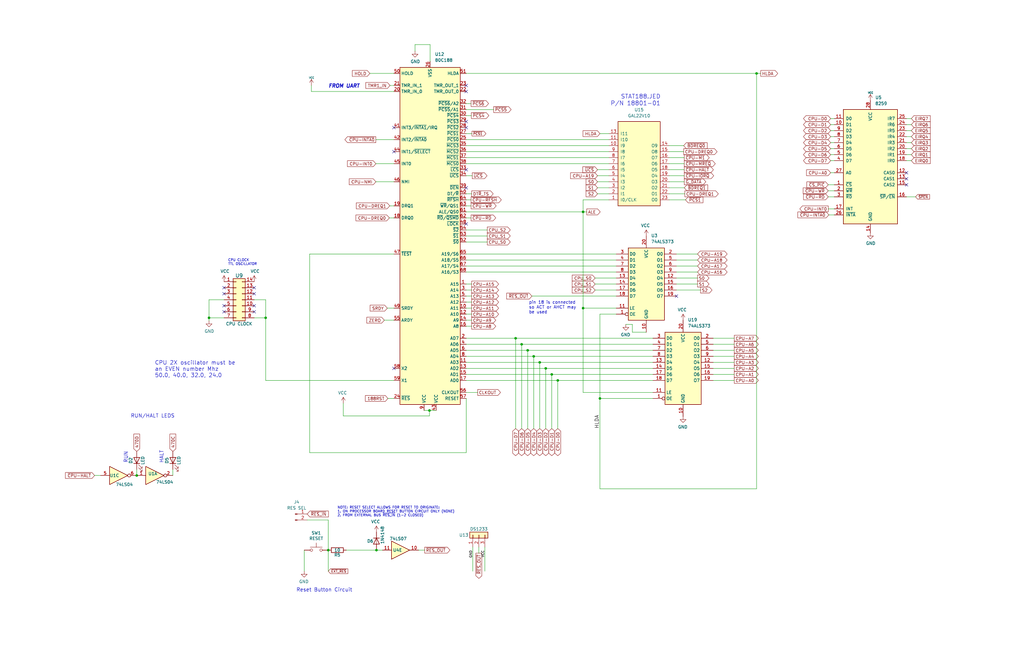
<source format=kicad_sch>
(kicad_sch (version 20211123) (generator eeschema)

  (uuid 1634ca27-42d5-41e7-b185-b102305d0434)

  (paper "USLedger")

  (title_block
    (title "Duodyne 80C188 CPU board")
    (date "2024-10-20")
    (rev "V0.8")
    (comment 1 "Based on a design by John R Coffman. ")
    (comment 2 " RetroBrew Computer Group")
  )

  (lib_symbols
    (symbol "74xx:74LS04" (in_bom yes) (on_board yes)
      (property "Reference" "U" (id 0) (at 0 1.27 0)
        (effects (font (size 1.27 1.27)))
      )
      (property "Value" "74LS04" (id 1) (at 0 -1.27 0)
        (effects (font (size 1.27 1.27)))
      )
      (property "Footprint" "" (id 2) (at 0 0 0)
        (effects (font (size 1.27 1.27)) hide)
      )
      (property "Datasheet" "http://www.ti.com/lit/gpn/sn74LS04" (id 3) (at 0 0 0)
        (effects (font (size 1.27 1.27)) hide)
      )
      (property "ki_locked" "" (id 4) (at 0 0 0)
        (effects (font (size 1.27 1.27)))
      )
      (property "ki_keywords" "TTL not inv" (id 5) (at 0 0 0)
        (effects (font (size 1.27 1.27)) hide)
      )
      (property "ki_description" "Hex Inverter" (id 6) (at 0 0 0)
        (effects (font (size 1.27 1.27)) hide)
      )
      (property "ki_fp_filters" "DIP*W7.62mm* SSOP?14* TSSOP?14*" (id 7) (at 0 0 0)
        (effects (font (size 1.27 1.27)) hide)
      )
      (symbol "74LS04_1_0"
        (polyline
          (pts
            (xy -3.81 3.81)
            (xy -3.81 -3.81)
            (xy 3.81 0)
            (xy -3.81 3.81)
          )
          (stroke (width 0.254) (type default) (color 0 0 0 0))
          (fill (type background))
        )
        (pin input line (at -7.62 0 0) (length 3.81)
          (name "~" (effects (font (size 1.27 1.27))))
          (number "1" (effects (font (size 1.27 1.27))))
        )
        (pin output inverted (at 7.62 0 180) (length 3.81)
          (name "~" (effects (font (size 1.27 1.27))))
          (number "2" (effects (font (size 1.27 1.27))))
        )
      )
      (symbol "74LS04_2_0"
        (polyline
          (pts
            (xy -3.81 3.81)
            (xy -3.81 -3.81)
            (xy 3.81 0)
            (xy -3.81 3.81)
          )
          (stroke (width 0.254) (type default) (color 0 0 0 0))
          (fill (type background))
        )
        (pin input line (at -7.62 0 0) (length 3.81)
          (name "~" (effects (font (size 1.27 1.27))))
          (number "3" (effects (font (size 1.27 1.27))))
        )
        (pin output inverted (at 7.62 0 180) (length 3.81)
          (name "~" (effects (font (size 1.27 1.27))))
          (number "4" (effects (font (size 1.27 1.27))))
        )
      )
      (symbol "74LS04_3_0"
        (polyline
          (pts
            (xy -3.81 3.81)
            (xy -3.81 -3.81)
            (xy 3.81 0)
            (xy -3.81 3.81)
          )
          (stroke (width 0.254) (type default) (color 0 0 0 0))
          (fill (type background))
        )
        (pin input line (at -7.62 0 0) (length 3.81)
          (name "~" (effects (font (size 1.27 1.27))))
          (number "5" (effects (font (size 1.27 1.27))))
        )
        (pin output inverted (at 7.62 0 180) (length 3.81)
          (name "~" (effects (font (size 1.27 1.27))))
          (number "6" (effects (font (size 1.27 1.27))))
        )
      )
      (symbol "74LS04_4_0"
        (polyline
          (pts
            (xy -3.81 3.81)
            (xy -3.81 -3.81)
            (xy 3.81 0)
            (xy -3.81 3.81)
          )
          (stroke (width 0.254) (type default) (color 0 0 0 0))
          (fill (type background))
        )
        (pin output inverted (at 7.62 0 180) (length 3.81)
          (name "~" (effects (font (size 1.27 1.27))))
          (number "8" (effects (font (size 1.27 1.27))))
        )
        (pin input line (at -7.62 0 0) (length 3.81)
          (name "~" (effects (font (size 1.27 1.27))))
          (number "9" (effects (font (size 1.27 1.27))))
        )
      )
      (symbol "74LS04_5_0"
        (polyline
          (pts
            (xy -3.81 3.81)
            (xy -3.81 -3.81)
            (xy 3.81 0)
            (xy -3.81 3.81)
          )
          (stroke (width 0.254) (type default) (color 0 0 0 0))
          (fill (type background))
        )
        (pin output inverted (at 7.62 0 180) (length 3.81)
          (name "~" (effects (font (size 1.27 1.27))))
          (number "10" (effects (font (size 1.27 1.27))))
        )
        (pin input line (at -7.62 0 0) (length 3.81)
          (name "~" (effects (font (size 1.27 1.27))))
          (number "11" (effects (font (size 1.27 1.27))))
        )
      )
      (symbol "74LS04_6_0"
        (polyline
          (pts
            (xy -3.81 3.81)
            (xy -3.81 -3.81)
            (xy 3.81 0)
            (xy -3.81 3.81)
          )
          (stroke (width 0.254) (type default) (color 0 0 0 0))
          (fill (type background))
        )
        (pin output inverted (at 7.62 0 180) (length 3.81)
          (name "~" (effects (font (size 1.27 1.27))))
          (number "12" (effects (font (size 1.27 1.27))))
        )
        (pin input line (at -7.62 0 0) (length 3.81)
          (name "~" (effects (font (size 1.27 1.27))))
          (number "13" (effects (font (size 1.27 1.27))))
        )
      )
      (symbol "74LS04_7_0"
        (pin power_in line (at 0 12.7 270) (length 5.08)
          (name "VCC" (effects (font (size 1.27 1.27))))
          (number "14" (effects (font (size 1.27 1.27))))
        )
        (pin power_in line (at 0 -12.7 90) (length 5.08)
          (name "GND" (effects (font (size 1.27 1.27))))
          (number "7" (effects (font (size 1.27 1.27))))
        )
      )
      (symbol "74LS04_7_1"
        (rectangle (start -5.08 7.62) (end 5.08 -7.62)
          (stroke (width 0.254) (type default) (color 0 0 0 0))
          (fill (type background))
        )
      )
    )
    (symbol "74xx:74LS07" (pin_names (offset 1.016)) (in_bom yes) (on_board yes)
      (property "Reference" "U" (id 0) (at 0 1.27 0)
        (effects (font (size 1.27 1.27)))
      )
      (property "Value" "74LS07" (id 1) (at 0 -1.27 0)
        (effects (font (size 1.27 1.27)))
      )
      (property "Footprint" "" (id 2) (at 0 0 0)
        (effects (font (size 1.27 1.27)) hide)
      )
      (property "Datasheet" "www.ti.com/lit/ds/symlink/sn74ls07.pdf" (id 3) (at 0 0 0)
        (effects (font (size 1.27 1.27)) hide)
      )
      (property "ki_locked" "" (id 4) (at 0 0 0)
        (effects (font (size 1.27 1.27)))
      )
      (property "ki_keywords" "TTL hex buffer OpenCol" (id 5) (at 0 0 0)
        (effects (font (size 1.27 1.27)) hide)
      )
      (property "ki_description" "Hex Buffers and Drivers With Open Collector High Voltage Outputs" (id 6) (at 0 0 0)
        (effects (font (size 1.27 1.27)) hide)
      )
      (property "ki_fp_filters" "SOIC*3.9x8.7mm*P1.27mm* TSSOP*4.4x5mm*P0.65mm* DIP*W7.62mm*" (id 7) (at 0 0 0)
        (effects (font (size 1.27 1.27)) hide)
      )
      (symbol "74LS07_1_0"
        (polyline
          (pts
            (xy -3.81 3.81)
            (xy -3.81 -3.81)
            (xy 3.81 0)
            (xy -3.81 3.81)
          )
          (stroke (width 0.254) (type default) (color 0 0 0 0))
          (fill (type background))
        )
        (pin input line (at -7.62 0 0) (length 3.81)
          (name "~" (effects (font (size 1.27 1.27))))
          (number "1" (effects (font (size 1.27 1.27))))
        )
        (pin open_collector line (at 7.62 0 180) (length 3.81)
          (name "~" (effects (font (size 1.27 1.27))))
          (number "2" (effects (font (size 1.27 1.27))))
        )
      )
      (symbol "74LS07_2_0"
        (polyline
          (pts
            (xy -3.81 3.81)
            (xy -3.81 -3.81)
            (xy 3.81 0)
            (xy -3.81 3.81)
          )
          (stroke (width 0.254) (type default) (color 0 0 0 0))
          (fill (type background))
        )
        (pin input line (at -7.62 0 0) (length 3.81)
          (name "~" (effects (font (size 1.27 1.27))))
          (number "3" (effects (font (size 1.27 1.27))))
        )
        (pin open_collector line (at 7.62 0 180) (length 3.81)
          (name "~" (effects (font (size 1.27 1.27))))
          (number "4" (effects (font (size 1.27 1.27))))
        )
      )
      (symbol "74LS07_3_0"
        (polyline
          (pts
            (xy -3.81 3.81)
            (xy -3.81 -3.81)
            (xy 3.81 0)
            (xy -3.81 3.81)
          )
          (stroke (width 0.254) (type default) (color 0 0 0 0))
          (fill (type background))
        )
        (pin input line (at -7.62 0 0) (length 3.81)
          (name "~" (effects (font (size 1.27 1.27))))
          (number "5" (effects (font (size 1.27 1.27))))
        )
        (pin open_collector line (at 7.62 0 180) (length 3.81)
          (name "~" (effects (font (size 1.27 1.27))))
          (number "6" (effects (font (size 1.27 1.27))))
        )
      )
      (symbol "74LS07_4_0"
        (polyline
          (pts
            (xy -3.81 3.81)
            (xy -3.81 -3.81)
            (xy 3.81 0)
            (xy -3.81 3.81)
          )
          (stroke (width 0.254) (type default) (color 0 0 0 0))
          (fill (type background))
        )
        (pin open_collector line (at 7.62 0 180) (length 3.81)
          (name "~" (effects (font (size 1.27 1.27))))
          (number "8" (effects (font (size 1.27 1.27))))
        )
        (pin input line (at -7.62 0 0) (length 3.81)
          (name "~" (effects (font (size 1.27 1.27))))
          (number "9" (effects (font (size 1.27 1.27))))
        )
      )
      (symbol "74LS07_5_0"
        (polyline
          (pts
            (xy -3.81 3.81)
            (xy -3.81 -3.81)
            (xy 3.81 0)
            (xy -3.81 3.81)
          )
          (stroke (width 0.254) (type default) (color 0 0 0 0))
          (fill (type background))
        )
        (pin open_collector line (at 7.62 0 180) (length 3.81)
          (name "~" (effects (font (size 1.27 1.27))))
          (number "10" (effects (font (size 1.27 1.27))))
        )
        (pin input line (at -7.62 0 0) (length 3.81)
          (name "~" (effects (font (size 1.27 1.27))))
          (number "11" (effects (font (size 1.27 1.27))))
        )
      )
      (symbol "74LS07_6_0"
        (polyline
          (pts
            (xy -3.81 3.81)
            (xy -3.81 -3.81)
            (xy 3.81 0)
            (xy -3.81 3.81)
          )
          (stroke (width 0.254) (type default) (color 0 0 0 0))
          (fill (type background))
        )
        (pin open_collector line (at 7.62 0 180) (length 3.81)
          (name "~" (effects (font (size 1.27 1.27))))
          (number "12" (effects (font (size 1.27 1.27))))
        )
        (pin input line (at -7.62 0 0) (length 3.81)
          (name "~" (effects (font (size 1.27 1.27))))
          (number "13" (effects (font (size 1.27 1.27))))
        )
      )
      (symbol "74LS07_7_0"
        (pin power_in line (at 0 12.7 270) (length 5.08)
          (name "VCC" (effects (font (size 1.27 1.27))))
          (number "14" (effects (font (size 1.27 1.27))))
        )
        (pin power_in line (at 0 -12.7 90) (length 5.08)
          (name "GND" (effects (font (size 1.27 1.27))))
          (number "7" (effects (font (size 1.27 1.27))))
        )
      )
      (symbol "74LS07_7_1"
        (rectangle (start -5.08 7.62) (end 5.08 -7.62)
          (stroke (width 0.254) (type default) (color 0 0 0 0))
          (fill (type background))
        )
      )
    )
    (symbol "74xx:74LS373" (in_bom yes) (on_board yes)
      (property "Reference" "U" (id 0) (at -7.62 16.51 0)
        (effects (font (size 1.27 1.27)))
      )
      (property "Value" "74LS373" (id 1) (at -7.62 -16.51 0)
        (effects (font (size 1.27 1.27)))
      )
      (property "Footprint" "" (id 2) (at 0 0 0)
        (effects (font (size 1.27 1.27)) hide)
      )
      (property "Datasheet" "http://www.ti.com/lit/gpn/sn74LS373" (id 3) (at 0 0 0)
        (effects (font (size 1.27 1.27)) hide)
      )
      (property "ki_keywords" "TTL REG DFF DFF8 LATCH" (id 4) (at 0 0 0)
        (effects (font (size 1.27 1.27)) hide)
      )
      (property "ki_description" "8-bit Latch, 3-state outputs" (id 5) (at 0 0 0)
        (effects (font (size 1.27 1.27)) hide)
      )
      (property "ki_fp_filters" "DIP?20* SOIC?20* SO?20* SSOP?20* TSSOP?20*" (id 6) (at 0 0 0)
        (effects (font (size 1.27 1.27)) hide)
      )
      (symbol "74LS373_1_0"
        (pin input inverted (at -12.7 -12.7 0) (length 5.08)
          (name "OE" (effects (font (size 1.27 1.27))))
          (number "1" (effects (font (size 1.27 1.27))))
        )
        (pin power_in line (at 0 -20.32 90) (length 5.08)
          (name "GND" (effects (font (size 1.27 1.27))))
          (number "10" (effects (font (size 1.27 1.27))))
        )
        (pin input line (at -12.7 -10.16 0) (length 5.08)
          (name "LE" (effects (font (size 1.27 1.27))))
          (number "11" (effects (font (size 1.27 1.27))))
        )
        (pin tri_state line (at 12.7 2.54 180) (length 5.08)
          (name "O4" (effects (font (size 1.27 1.27))))
          (number "12" (effects (font (size 1.27 1.27))))
        )
        (pin input line (at -12.7 2.54 0) (length 5.08)
          (name "D4" (effects (font (size 1.27 1.27))))
          (number "13" (effects (font (size 1.27 1.27))))
        )
        (pin input line (at -12.7 0 0) (length 5.08)
          (name "D5" (effects (font (size 1.27 1.27))))
          (number "14" (effects (font (size 1.27 1.27))))
        )
        (pin tri_state line (at 12.7 0 180) (length 5.08)
          (name "O5" (effects (font (size 1.27 1.27))))
          (number "15" (effects (font (size 1.27 1.27))))
        )
        (pin tri_state line (at 12.7 -2.54 180) (length 5.08)
          (name "O6" (effects (font (size 1.27 1.27))))
          (number "16" (effects (font (size 1.27 1.27))))
        )
        (pin input line (at -12.7 -2.54 0) (length 5.08)
          (name "D6" (effects (font (size 1.27 1.27))))
          (number "17" (effects (font (size 1.27 1.27))))
        )
        (pin input line (at -12.7 -5.08 0) (length 5.08)
          (name "D7" (effects (font (size 1.27 1.27))))
          (number "18" (effects (font (size 1.27 1.27))))
        )
        (pin tri_state line (at 12.7 -5.08 180) (length 5.08)
          (name "O7" (effects (font (size 1.27 1.27))))
          (number "19" (effects (font (size 1.27 1.27))))
        )
        (pin tri_state line (at 12.7 12.7 180) (length 5.08)
          (name "O0" (effects (font (size 1.27 1.27))))
          (number "2" (effects (font (size 1.27 1.27))))
        )
        (pin power_in line (at 0 20.32 270) (length 5.08)
          (name "VCC" (effects (font (size 1.27 1.27))))
          (number "20" (effects (font (size 1.27 1.27))))
        )
        (pin input line (at -12.7 12.7 0) (length 5.08)
          (name "D0" (effects (font (size 1.27 1.27))))
          (number "3" (effects (font (size 1.27 1.27))))
        )
        (pin input line (at -12.7 10.16 0) (length 5.08)
          (name "D1" (effects (font (size 1.27 1.27))))
          (number "4" (effects (font (size 1.27 1.27))))
        )
        (pin tri_state line (at 12.7 10.16 180) (length 5.08)
          (name "O1" (effects (font (size 1.27 1.27))))
          (number "5" (effects (font (size 1.27 1.27))))
        )
        (pin tri_state line (at 12.7 7.62 180) (length 5.08)
          (name "O2" (effects (font (size 1.27 1.27))))
          (number "6" (effects (font (size 1.27 1.27))))
        )
        (pin input line (at -12.7 7.62 0) (length 5.08)
          (name "D2" (effects (font (size 1.27 1.27))))
          (number "7" (effects (font (size 1.27 1.27))))
        )
        (pin input line (at -12.7 5.08 0) (length 5.08)
          (name "D3" (effects (font (size 1.27 1.27))))
          (number "8" (effects (font (size 1.27 1.27))))
        )
        (pin tri_state line (at 12.7 5.08 180) (length 5.08)
          (name "O3" (effects (font (size 1.27 1.27))))
          (number "9" (effects (font (size 1.27 1.27))))
        )
      )
      (symbol "74LS373_1_1"
        (rectangle (start -7.62 15.24) (end 7.62 -15.24)
          (stroke (width 0.254) (type default) (color 0 0 0 0))
          (fill (type background))
        )
      )
    )
    (symbol "Connector:Conn_01x02_Male" (pin_names (offset 1.016) hide) (in_bom yes) (on_board yes)
      (property "Reference" "J" (id 0) (at 0 2.54 0)
        (effects (font (size 1.27 1.27)))
      )
      (property "Value" "Conn_01x02_Male" (id 1) (at 0 -5.08 0)
        (effects (font (size 1.27 1.27)))
      )
      (property "Footprint" "" (id 2) (at 0 0 0)
        (effects (font (size 1.27 1.27)) hide)
      )
      (property "Datasheet" "~" (id 3) (at 0 0 0)
        (effects (font (size 1.27 1.27)) hide)
      )
      (property "ki_keywords" "connector" (id 4) (at 0 0 0)
        (effects (font (size 1.27 1.27)) hide)
      )
      (property "ki_description" "Generic connector, single row, 01x02, script generated (kicad-library-utils/schlib/autogen/connector/)" (id 5) (at 0 0 0)
        (effects (font (size 1.27 1.27)) hide)
      )
      (property "ki_fp_filters" "Connector*:*_1x??_*" (id 6) (at 0 0 0)
        (effects (font (size 1.27 1.27)) hide)
      )
      (symbol "Conn_01x02_Male_1_1"
        (polyline
          (pts
            (xy 1.27 -2.54)
            (xy 0.8636 -2.54)
          )
          (stroke (width 0.1524) (type default) (color 0 0 0 0))
          (fill (type none))
        )
        (polyline
          (pts
            (xy 1.27 0)
            (xy 0.8636 0)
          )
          (stroke (width 0.1524) (type default) (color 0 0 0 0))
          (fill (type none))
        )
        (rectangle (start 0.8636 -2.413) (end 0 -2.667)
          (stroke (width 0.1524) (type default) (color 0 0 0 0))
          (fill (type outline))
        )
        (rectangle (start 0.8636 0.127) (end 0 -0.127)
          (stroke (width 0.1524) (type default) (color 0 0 0 0))
          (fill (type outline))
        )
        (pin passive line (at 5.08 0 180) (length 3.81)
          (name "Pin_1" (effects (font (size 1.27 1.27))))
          (number "1" (effects (font (size 1.27 1.27))))
        )
        (pin passive line (at 5.08 -2.54 180) (length 3.81)
          (name "Pin_2" (effects (font (size 1.27 1.27))))
          (number "2" (effects (font (size 1.27 1.27))))
        )
      )
    )
    (symbol "Connector_Generic:Conn_01x03" (pin_names (offset 1.016) hide) (in_bom yes) (on_board yes)
      (property "Reference" "J" (id 0) (at 0 5.08 0)
        (effects (font (size 1.27 1.27)))
      )
      (property "Value" "Conn_01x03" (id 1) (at 0 -5.08 0)
        (effects (font (size 1.27 1.27)))
      )
      (property "Footprint" "" (id 2) (at 0 0 0)
        (effects (font (size 1.27 1.27)) hide)
      )
      (property "Datasheet" "~" (id 3) (at 0 0 0)
        (effects (font (size 1.27 1.27)) hide)
      )
      (property "ki_keywords" "connector" (id 4) (at 0 0 0)
        (effects (font (size 1.27 1.27)) hide)
      )
      (property "ki_description" "Generic connector, single row, 01x03, script generated (kicad-library-utils/schlib/autogen/connector/)" (id 5) (at 0 0 0)
        (effects (font (size 1.27 1.27)) hide)
      )
      (property "ki_fp_filters" "Connector*:*_1x??_*" (id 6) (at 0 0 0)
        (effects (font (size 1.27 1.27)) hide)
      )
      (symbol "Conn_01x03_1_1"
        (rectangle (start -1.27 -2.413) (end 0 -2.667)
          (stroke (width 0.1524) (type default) (color 0 0 0 0))
          (fill (type none))
        )
        (rectangle (start -1.27 0.127) (end 0 -0.127)
          (stroke (width 0.1524) (type default) (color 0 0 0 0))
          (fill (type none))
        )
        (rectangle (start -1.27 2.667) (end 0 2.413)
          (stroke (width 0.1524) (type default) (color 0 0 0 0))
          (fill (type none))
        )
        (rectangle (start -1.27 3.81) (end 1.27 -3.81)
          (stroke (width 0.254) (type default) (color 0 0 0 0))
          (fill (type background))
        )
        (pin passive line (at -5.08 2.54 0) (length 3.81)
          (name "Pin_1" (effects (font (size 1.27 1.27))))
          (number "1" (effects (font (size 1.27 1.27))))
        )
        (pin passive line (at -5.08 0 0) (length 3.81)
          (name "Pin_2" (effects (font (size 1.27 1.27))))
          (number "2" (effects (font (size 1.27 1.27))))
        )
        (pin passive line (at -5.08 -2.54 0) (length 3.81)
          (name "Pin_3" (effects (font (size 1.27 1.27))))
          (number "3" (effects (font (size 1.27 1.27))))
        )
      )
    )
    (symbol "Connector_Generic:Conn_02x07_Counter_Clockwise" (pin_names (offset 1.016) hide) (in_bom yes) (on_board yes)
      (property "Reference" "J" (id 0) (at 1.27 10.16 0)
        (effects (font (size 1.27 1.27)))
      )
      (property "Value" "Conn_02x07_Counter_Clockwise" (id 1) (at 1.27 -10.16 0)
        (effects (font (size 1.27 1.27)))
      )
      (property "Footprint" "" (id 2) (at 0 0 0)
        (effects (font (size 1.27 1.27)) hide)
      )
      (property "Datasheet" "~" (id 3) (at 0 0 0)
        (effects (font (size 1.27 1.27)) hide)
      )
      (property "ki_keywords" "connector" (id 4) (at 0 0 0)
        (effects (font (size 1.27 1.27)) hide)
      )
      (property "ki_description" "Generic connector, double row, 02x07, counter clockwise pin numbering scheme (similar to DIP package numbering), script generated (kicad-library-utils/schlib/autogen/connector/)" (id 5) (at 0 0 0)
        (effects (font (size 1.27 1.27)) hide)
      )
      (property "ki_fp_filters" "Connector*:*_2x??_*" (id 6) (at 0 0 0)
        (effects (font (size 1.27 1.27)) hide)
      )
      (symbol "Conn_02x07_Counter_Clockwise_1_1"
        (rectangle (start -1.27 -7.493) (end 0 -7.747)
          (stroke (width 0.1524) (type default) (color 0 0 0 0))
          (fill (type none))
        )
        (rectangle (start -1.27 -4.953) (end 0 -5.207)
          (stroke (width 0.1524) (type default) (color 0 0 0 0))
          (fill (type none))
        )
        (rectangle (start -1.27 -2.413) (end 0 -2.667)
          (stroke (width 0.1524) (type default) (color 0 0 0 0))
          (fill (type none))
        )
        (rectangle (start -1.27 0.127) (end 0 -0.127)
          (stroke (width 0.1524) (type default) (color 0 0 0 0))
          (fill (type none))
        )
        (rectangle (start -1.27 2.667) (end 0 2.413)
          (stroke (width 0.1524) (type default) (color 0 0 0 0))
          (fill (type none))
        )
        (rectangle (start -1.27 5.207) (end 0 4.953)
          (stroke (width 0.1524) (type default) (color 0 0 0 0))
          (fill (type none))
        )
        (rectangle (start -1.27 7.747) (end 0 7.493)
          (stroke (width 0.1524) (type default) (color 0 0 0 0))
          (fill (type none))
        )
        (rectangle (start -1.27 8.89) (end 3.81 -8.89)
          (stroke (width 0.254) (type default) (color 0 0 0 0))
          (fill (type background))
        )
        (rectangle (start 3.81 -7.493) (end 2.54 -7.747)
          (stroke (width 0.1524) (type default) (color 0 0 0 0))
          (fill (type none))
        )
        (rectangle (start 3.81 -4.953) (end 2.54 -5.207)
          (stroke (width 0.1524) (type default) (color 0 0 0 0))
          (fill (type none))
        )
        (rectangle (start 3.81 -2.413) (end 2.54 -2.667)
          (stroke (width 0.1524) (type default) (color 0 0 0 0))
          (fill (type none))
        )
        (rectangle (start 3.81 0.127) (end 2.54 -0.127)
          (stroke (width 0.1524) (type default) (color 0 0 0 0))
          (fill (type none))
        )
        (rectangle (start 3.81 2.667) (end 2.54 2.413)
          (stroke (width 0.1524) (type default) (color 0 0 0 0))
          (fill (type none))
        )
        (rectangle (start 3.81 5.207) (end 2.54 4.953)
          (stroke (width 0.1524) (type default) (color 0 0 0 0))
          (fill (type none))
        )
        (rectangle (start 3.81 7.747) (end 2.54 7.493)
          (stroke (width 0.1524) (type default) (color 0 0 0 0))
          (fill (type none))
        )
        (pin passive line (at -5.08 7.62 0) (length 3.81)
          (name "Pin_1" (effects (font (size 1.27 1.27))))
          (number "1" (effects (font (size 1.27 1.27))))
        )
        (pin passive line (at 7.62 -2.54 180) (length 3.81)
          (name "Pin_10" (effects (font (size 1.27 1.27))))
          (number "10" (effects (font (size 1.27 1.27))))
        )
        (pin passive line (at 7.62 0 180) (length 3.81)
          (name "Pin_11" (effects (font (size 1.27 1.27))))
          (number "11" (effects (font (size 1.27 1.27))))
        )
        (pin passive line (at 7.62 2.54 180) (length 3.81)
          (name "Pin_12" (effects (font (size 1.27 1.27))))
          (number "12" (effects (font (size 1.27 1.27))))
        )
        (pin passive line (at 7.62 5.08 180) (length 3.81)
          (name "Pin_13" (effects (font (size 1.27 1.27))))
          (number "13" (effects (font (size 1.27 1.27))))
        )
        (pin passive line (at 7.62 7.62 180) (length 3.81)
          (name "Pin_14" (effects (font (size 1.27 1.27))))
          (number "14" (effects (font (size 1.27 1.27))))
        )
        (pin passive line (at -5.08 5.08 0) (length 3.81)
          (name "Pin_2" (effects (font (size 1.27 1.27))))
          (number "2" (effects (font (size 1.27 1.27))))
        )
        (pin passive line (at -5.08 2.54 0) (length 3.81)
          (name "Pin_3" (effects (font (size 1.27 1.27))))
          (number "3" (effects (font (size 1.27 1.27))))
        )
        (pin passive line (at -5.08 0 0) (length 3.81)
          (name "Pin_4" (effects (font (size 1.27 1.27))))
          (number "4" (effects (font (size 1.27 1.27))))
        )
        (pin passive line (at -5.08 -2.54 0) (length 3.81)
          (name "Pin_5" (effects (font (size 1.27 1.27))))
          (number "5" (effects (font (size 1.27 1.27))))
        )
        (pin passive line (at -5.08 -5.08 0) (length 3.81)
          (name "Pin_6" (effects (font (size 1.27 1.27))))
          (number "6" (effects (font (size 1.27 1.27))))
        )
        (pin passive line (at -5.08 -7.62 0) (length 3.81)
          (name "Pin_7" (effects (font (size 1.27 1.27))))
          (number "7" (effects (font (size 1.27 1.27))))
        )
        (pin passive line (at 7.62 -7.62 180) (length 3.81)
          (name "Pin_8" (effects (font (size 1.27 1.27))))
          (number "8" (effects (font (size 1.27 1.27))))
        )
        (pin passive line (at 7.62 -5.08 180) (length 3.81)
          (name "Pin_9" (effects (font (size 1.27 1.27))))
          (number "9" (effects (font (size 1.27 1.27))))
        )
      )
    )
    (symbol "Device:LED" (pin_numbers hide) (pin_names (offset 1.016) hide) (in_bom yes) (on_board yes)
      (property "Reference" "D" (id 0) (at 0 2.54 0)
        (effects (font (size 1.27 1.27)))
      )
      (property "Value" "LED" (id 1) (at 0 -2.54 0)
        (effects (font (size 1.27 1.27)))
      )
      (property "Footprint" "" (id 2) (at 0 0 0)
        (effects (font (size 1.27 1.27)) hide)
      )
      (property "Datasheet" "~" (id 3) (at 0 0 0)
        (effects (font (size 1.27 1.27)) hide)
      )
      (property "ki_keywords" "LED diode" (id 4) (at 0 0 0)
        (effects (font (size 1.27 1.27)) hide)
      )
      (property "ki_description" "Light emitting diode" (id 5) (at 0 0 0)
        (effects (font (size 1.27 1.27)) hide)
      )
      (property "ki_fp_filters" "LED* LED_SMD:* LED_THT:*" (id 6) (at 0 0 0)
        (effects (font (size 1.27 1.27)) hide)
      )
      (symbol "LED_0_1"
        (polyline
          (pts
            (xy -1.27 -1.27)
            (xy -1.27 1.27)
          )
          (stroke (width 0.254) (type default) (color 0 0 0 0))
          (fill (type none))
        )
        (polyline
          (pts
            (xy -1.27 0)
            (xy 1.27 0)
          )
          (stroke (width 0) (type default) (color 0 0 0 0))
          (fill (type none))
        )
        (polyline
          (pts
            (xy 1.27 -1.27)
            (xy 1.27 1.27)
            (xy -1.27 0)
            (xy 1.27 -1.27)
          )
          (stroke (width 0.254) (type default) (color 0 0 0 0))
          (fill (type none))
        )
        (polyline
          (pts
            (xy -3.048 -0.762)
            (xy -4.572 -2.286)
            (xy -3.81 -2.286)
            (xy -4.572 -2.286)
            (xy -4.572 -1.524)
          )
          (stroke (width 0) (type default) (color 0 0 0 0))
          (fill (type none))
        )
        (polyline
          (pts
            (xy -1.778 -0.762)
            (xy -3.302 -2.286)
            (xy -2.54 -2.286)
            (xy -3.302 -2.286)
            (xy -3.302 -1.524)
          )
          (stroke (width 0) (type default) (color 0 0 0 0))
          (fill (type none))
        )
      )
      (symbol "LED_1_1"
        (pin passive line (at -3.81 0 0) (length 2.54)
          (name "K" (effects (font (size 1.27 1.27))))
          (number "1" (effects (font (size 1.27 1.27))))
        )
        (pin passive line (at 3.81 0 180) (length 2.54)
          (name "A" (effects (font (size 1.27 1.27))))
          (number "2" (effects (font (size 1.27 1.27))))
        )
      )
    )
    (symbol "Device:R" (pin_numbers hide) (pin_names (offset 0)) (in_bom yes) (on_board yes)
      (property "Reference" "R" (id 0) (at 2.032 0 90)
        (effects (font (size 1.27 1.27)))
      )
      (property "Value" "R" (id 1) (at 0 0 90)
        (effects (font (size 1.27 1.27)))
      )
      (property "Footprint" "" (id 2) (at -1.778 0 90)
        (effects (font (size 1.27 1.27)) hide)
      )
      (property "Datasheet" "~" (id 3) (at 0 0 0)
        (effects (font (size 1.27 1.27)) hide)
      )
      (property "ki_keywords" "R res resistor" (id 4) (at 0 0 0)
        (effects (font (size 1.27 1.27)) hide)
      )
      (property "ki_description" "Resistor" (id 5) (at 0 0 0)
        (effects (font (size 1.27 1.27)) hide)
      )
      (property "ki_fp_filters" "R_*" (id 6) (at 0 0 0)
        (effects (font (size 1.27 1.27)) hide)
      )
      (symbol "R_0_1"
        (rectangle (start -1.016 -2.54) (end 1.016 2.54)
          (stroke (width 0.254) (type default) (color 0 0 0 0))
          (fill (type none))
        )
      )
      (symbol "R_1_1"
        (pin passive line (at 0 3.81 270) (length 1.27)
          (name "~" (effects (font (size 1.27 1.27))))
          (number "1" (effects (font (size 1.27 1.27))))
        )
        (pin passive line (at 0 -3.81 90) (length 1.27)
          (name "~" (effects (font (size 1.27 1.27))))
          (number "2" (effects (font (size 1.27 1.27))))
        )
      )
    )
    (symbol "Diode:1N4148" (pin_numbers hide) (pin_names hide) (in_bom yes) (on_board yes)
      (property "Reference" "D" (id 0) (at 0 2.54 0)
        (effects (font (size 1.27 1.27)))
      )
      (property "Value" "1N4148" (id 1) (at 0 -2.54 0)
        (effects (font (size 1.27 1.27)))
      )
      (property "Footprint" "Diode_THT:D_DO-35_SOD27_P7.62mm_Horizontal" (id 2) (at 0 0 0)
        (effects (font (size 1.27 1.27)) hide)
      )
      (property "Datasheet" "https://assets.nexperia.com/documents/data-sheet/1N4148_1N4448.pdf" (id 3) (at 0 0 0)
        (effects (font (size 1.27 1.27)) hide)
      )
      (property "ki_keywords" "diode" (id 4) (at 0 0 0)
        (effects (font (size 1.27 1.27)) hide)
      )
      (property "ki_description" "100V 0.15A standard switching diode, DO-35" (id 5) (at 0 0 0)
        (effects (font (size 1.27 1.27)) hide)
      )
      (property "ki_fp_filters" "D*DO?35*" (id 6) (at 0 0 0)
        (effects (font (size 1.27 1.27)) hide)
      )
      (symbol "1N4148_0_1"
        (polyline
          (pts
            (xy -1.27 1.27)
            (xy -1.27 -1.27)
          )
          (stroke (width 0.254) (type default) (color 0 0 0 0))
          (fill (type none))
        )
        (polyline
          (pts
            (xy 1.27 0)
            (xy -1.27 0)
          )
          (stroke (width 0) (type default) (color 0 0 0 0))
          (fill (type none))
        )
        (polyline
          (pts
            (xy 1.27 1.27)
            (xy 1.27 -1.27)
            (xy -1.27 0)
            (xy 1.27 1.27)
          )
          (stroke (width 0.254) (type default) (color 0 0 0 0))
          (fill (type none))
        )
      )
      (symbol "1N4148_1_1"
        (pin passive line (at -3.81 0 0) (length 2.54)
          (name "K" (effects (font (size 1.27 1.27))))
          (number "1" (effects (font (size 1.27 1.27))))
        )
        (pin passive line (at 3.81 0 180) (length 2.54)
          (name "A" (effects (font (size 1.27 1.27))))
          (number "2" (effects (font (size 1.27 1.27))))
        )
      )
    )
    (symbol "Interface:8259" (pin_names (offset 1.016)) (in_bom yes) (on_board yes)
      (property "Reference" "U" (id 0) (at -10.16 25.4 0)
        (effects (font (size 1.27 1.27)))
      )
      (property "Value" "8259" (id 1) (at 8.89 25.4 0)
        (effects (font (size 1.27 1.27)))
      )
      (property "Footprint" "Package_DIP:DIP-28_W15.24mm" (id 2) (at 0 0 0)
        (effects (font (size 1.27 1.27) italic) hide)
      )
      (property "Datasheet" "http://pdos.csail.mit.edu/6.828/2005/readings/hardware/8259A.pdf" (id 3) (at 0 0 0)
        (effects (font (size 1.27 1.27)) hide)
      )
      (property "ki_keywords" "PIC" (id 4) (at 0 0 0)
        (effects (font (size 1.27 1.27)) hide)
      )
      (property "ki_description" "8259, Programmable Interrupt Controller, PDIP-28" (id 5) (at 0 0 0)
        (effects (font (size 1.27 1.27)) hide)
      )
      (property "ki_fp_filters" "DIP*W15.24mm*" (id 6) (at 0 0 0)
        (effects (font (size 1.27 1.27)) hide)
      )
      (symbol "8259_0_1"
        (rectangle (start -11.43 24.13) (end 11.43 -24.13)
          (stroke (width 0.254) (type default) (color 0 0 0 0))
          (fill (type background))
        )
      )
      (symbol "8259_1_1"
        (pin input line (at -15.24 -7.62 0) (length 3.81)
          (name "~{CS}" (effects (font (size 1.27 1.27))))
          (number "1" (effects (font (size 1.27 1.27))))
        )
        (pin bidirectional line (at -15.24 17.78 0) (length 3.81)
          (name "D1" (effects (font (size 1.27 1.27))))
          (number "10" (effects (font (size 1.27 1.27))))
        )
        (pin bidirectional line (at -15.24 20.32 0) (length 3.81)
          (name "D0" (effects (font (size 1.27 1.27))))
          (number "11" (effects (font (size 1.27 1.27))))
        )
        (pin input line (at 15.24 -2.54 180) (length 3.81)
          (name "CAS0" (effects (font (size 1.27 1.27))))
          (number "12" (effects (font (size 1.27 1.27))))
        )
        (pin output line (at 15.24 -5.08 180) (length 3.81)
          (name "CAS1" (effects (font (size 1.27 1.27))))
          (number "13" (effects (font (size 1.27 1.27))))
        )
        (pin power_in line (at 0 -27.94 90) (length 3.81)
          (name "GND" (effects (font (size 1.27 1.27))))
          (number "14" (effects (font (size 1.27 1.27))))
        )
        (pin output line (at 15.24 -7.62 180) (length 3.81)
          (name "CAS2" (effects (font (size 1.27 1.27))))
          (number "15" (effects (font (size 1.27 1.27))))
        )
        (pin bidirectional line (at 15.24 -12.7 180) (length 3.81)
          (name "~{SP}/~{EN}" (effects (font (size 1.27 1.27))))
          (number "16" (effects (font (size 1.27 1.27))))
        )
        (pin output line (at -15.24 -17.78 0) (length 3.81)
          (name "INT" (effects (font (size 1.27 1.27))))
          (number "17" (effects (font (size 1.27 1.27))))
        )
        (pin input line (at 15.24 2.54 180) (length 3.81)
          (name "IR0" (effects (font (size 1.27 1.27))))
          (number "18" (effects (font (size 1.27 1.27))))
        )
        (pin input line (at 15.24 5.08 180) (length 3.81)
          (name "IR1" (effects (font (size 1.27 1.27))))
          (number "19" (effects (font (size 1.27 1.27))))
        )
        (pin input line (at -15.24 -10.16 0) (length 3.81)
          (name "~{WR}" (effects (font (size 1.27 1.27))))
          (number "2" (effects (font (size 1.27 1.27))))
        )
        (pin input line (at 15.24 7.62 180) (length 3.81)
          (name "IR2" (effects (font (size 1.27 1.27))))
          (number "20" (effects (font (size 1.27 1.27))))
        )
        (pin input line (at 15.24 10.16 180) (length 3.81)
          (name "IR3" (effects (font (size 1.27 1.27))))
          (number "21" (effects (font (size 1.27 1.27))))
        )
        (pin input line (at 15.24 12.7 180) (length 3.81)
          (name "IR4" (effects (font (size 1.27 1.27))))
          (number "22" (effects (font (size 1.27 1.27))))
        )
        (pin input line (at 15.24 15.24 180) (length 3.81)
          (name "IR5" (effects (font (size 1.27 1.27))))
          (number "23" (effects (font (size 1.27 1.27))))
        )
        (pin input line (at 15.24 17.78 180) (length 3.81)
          (name "IR6" (effects (font (size 1.27 1.27))))
          (number "24" (effects (font (size 1.27 1.27))))
        )
        (pin input line (at 15.24 20.32 180) (length 3.81)
          (name "IR7" (effects (font (size 1.27 1.27))))
          (number "25" (effects (font (size 1.27 1.27))))
        )
        (pin input line (at -15.24 -20.32 0) (length 3.81)
          (name "~{INTA}" (effects (font (size 1.27 1.27))))
          (number "26" (effects (font (size 1.27 1.27))))
        )
        (pin input line (at -15.24 -2.54 0) (length 3.81)
          (name "A0" (effects (font (size 1.27 1.27))))
          (number "27" (effects (font (size 1.27 1.27))))
        )
        (pin power_in line (at 0 27.94 270) (length 3.81)
          (name "VCC" (effects (font (size 1.27 1.27))))
          (number "28" (effects (font (size 1.27 1.27))))
        )
        (pin input line (at -15.24 -12.7 0) (length 3.81)
          (name "~{RD}" (effects (font (size 1.27 1.27))))
          (number "3" (effects (font (size 1.27 1.27))))
        )
        (pin bidirectional line (at -15.24 2.54 0) (length 3.81)
          (name "D7" (effects (font (size 1.27 1.27))))
          (number "4" (effects (font (size 1.27 1.27))))
        )
        (pin bidirectional line (at -15.24 5.08 0) (length 3.81)
          (name "D6" (effects (font (size 1.27 1.27))))
          (number "5" (effects (font (size 1.27 1.27))))
        )
        (pin bidirectional line (at -15.24 7.62 0) (length 3.81)
          (name "D5" (effects (font (size 1.27 1.27))))
          (number "6" (effects (font (size 1.27 1.27))))
        )
        (pin bidirectional line (at -15.24 10.16 0) (length 3.81)
          (name "D4" (effects (font (size 1.27 1.27))))
          (number "7" (effects (font (size 1.27 1.27))))
        )
        (pin bidirectional line (at -15.24 12.7 0) (length 3.81)
          (name "D3" (effects (font (size 1.27 1.27))))
          (number "8" (effects (font (size 1.27 1.27))))
        )
        (pin bidirectional line (at -15.24 15.24 0) (length 3.81)
          (name "D2" (effects (font (size 1.27 1.27))))
          (number "9" (effects (font (size 1.27 1.27))))
        )
      )
    )
    (symbol "MCU_Intel:80C188" (in_bom yes) (on_board yes)
      (property "Reference" "U" (id 0) (at -12.7 72.39 0)
        (effects (font (size 1.27 1.27)))
      )
      (property "Value" "80C188" (id 1) (at 10.16 72.39 0)
        (effects (font (size 1.27 1.27)))
      )
      (property "Footprint" "" (id 2) (at 1.27 33.02 0)
        (effects (font (size 1.27 1.27) italic) hide)
      )
      (property "Datasheet" "http://datasheets.chipdb.org/Intel/x86/8018x/datashts/80188/intel-80c188.pdf" (id 3) (at 0 31.75 0)
        (effects (font (size 1.27 1.27)) hide)
      )
      (property "ki_keywords" "MPRO" (id 4) (at 0 0 0)
        (effects (font (size 1.27 1.27)) hide)
      )
      (property "ki_description" "CHMOS High-Integration 16-Bit Microprocessor" (id 5) (at 0 0 0)
        (effects (font (size 1.27 1.27)) hide)
      )
      (property "ki_fp_filters" "PLCC* PGA*Layout11x11*P2.54mm* LCC*" (id 6) (at 0 0 0)
        (effects (font (size 1.27 1.27)) hide)
      )
      (symbol "80C188_0_1"
        (rectangle (start 12.7 -71.12) (end -12.7 71.12)
          (stroke (width 0.254) (type default) (color 0 0 0 0))
          (fill (type background))
        )
      )
      (symbol "80C188_1_1"
        (pin output line (at 15.24 20.32 180) (length 2.54)
          (name "A15" (effects (font (size 1.27 1.27))))
          (number "1" (effects (font (size 1.27 1.27))))
        )
        (pin output line (at 15.24 30.48 180) (length 2.54)
          (name "A11" (effects (font (size 1.27 1.27))))
          (number "10" (effects (font (size 1.27 1.27))))
        )
        (pin bidirectional line (at 15.24 53.34 180) (length 2.54)
          (name "AD3" (effects (font (size 1.27 1.27))))
          (number "11" (effects (font (size 1.27 1.27))))
        )
        (pin output line (at 15.24 33.02 180) (length 2.54)
          (name "A10" (effects (font (size 1.27 1.27))))
          (number "12" (effects (font (size 1.27 1.27))))
        )
        (pin bidirectional line (at 15.24 55.88 180) (length 2.54)
          (name "AD2" (effects (font (size 1.27 1.27))))
          (number "13" (effects (font (size 1.27 1.27))))
        )
        (pin output line (at 15.24 35.56 180) (length 2.54)
          (name "A9" (effects (font (size 1.27 1.27))))
          (number "14" (effects (font (size 1.27 1.27))))
        )
        (pin bidirectional line (at 15.24 58.42 180) (length 2.54)
          (name "AD1" (effects (font (size 1.27 1.27))))
          (number "15" (effects (font (size 1.27 1.27))))
        )
        (pin output line (at 15.24 38.1 180) (length 2.54)
          (name "A8" (effects (font (size 1.27 1.27))))
          (number "16" (effects (font (size 1.27 1.27))))
        )
        (pin bidirectional line (at 15.24 60.96 180) (length 2.54)
          (name "AD0" (effects (font (size 1.27 1.27))))
          (number "17" (effects (font (size 1.27 1.27))))
        )
        (pin input line (at -15.24 -7.62 0) (length 2.54)
          (name "DRQ0" (effects (font (size 1.27 1.27))))
          (number "18" (effects (font (size 1.27 1.27))))
        )
        (pin input line (at -15.24 -12.7 0) (length 2.54)
          (name "DRQ1" (effects (font (size 1.27 1.27))))
          (number "19" (effects (font (size 1.27 1.27))))
        )
        (pin bidirectional line (at 15.24 43.18 180) (length 2.54)
          (name "AD7" (effects (font (size 1.27 1.27))))
          (number "2" (effects (font (size 1.27 1.27))))
        )
        (pin input line (at -15.24 -60.96 0) (length 2.54)
          (name "TMR_IN_0" (effects (font (size 1.27 1.27))))
          (number "20" (effects (font (size 1.27 1.27))))
        )
        (pin input line (at -15.24 -63.5 0) (length 2.54)
          (name "TMR_IN_1" (effects (font (size 1.27 1.27))))
          (number "21" (effects (font (size 1.27 1.27))))
        )
        (pin output line (at 15.24 -60.96 180) (length 2.54)
          (name "TMR_OUT_0" (effects (font (size 1.27 1.27))))
          (number "22" (effects (font (size 1.27 1.27))))
        )
        (pin output line (at 15.24 -63.5 180) (length 2.54)
          (name "TMR_OUT_1" (effects (font (size 1.27 1.27))))
          (number "23" (effects (font (size 1.27 1.27))))
        )
        (pin input line (at -15.24 68.58 0) (length 2.54)
          (name "~{RES}" (effects (font (size 1.27 1.27))))
          (number "24" (effects (font (size 1.27 1.27))))
        )
        (pin output line (at 15.24 -40.64 180) (length 2.54)
          (name "~{PCS0}" (effects (font (size 1.27 1.27))))
          (number "25" (effects (font (size 1.27 1.27))))
        )
        (pin power_in line (at 0 -73.66 90) (length 2.54)
          (name "VSS" (effects (font (size 1.27 1.27))))
          (number "26" (effects (font (size 1.27 1.27))))
        )
        (pin output line (at 15.24 -43.18 180) (length 2.54)
          (name "~{PCS1}" (effects (font (size 1.27 1.27))))
          (number "27" (effects (font (size 1.27 1.27))))
        )
        (pin output line (at 15.24 -45.72 180) (length 2.54)
          (name "~{PCS2}" (effects (font (size 1.27 1.27))))
          (number "28" (effects (font (size 1.27 1.27))))
        )
        (pin output line (at 15.24 -48.26 180) (length 2.54)
          (name "~{PCS3}" (effects (font (size 1.27 1.27))))
          (number "29" (effects (font (size 1.27 1.27))))
        )
        (pin output line (at 15.24 22.86 180) (length 2.54)
          (name "A14" (effects (font (size 1.27 1.27))))
          (number "3" (effects (font (size 1.27 1.27))))
        )
        (pin output line (at 15.24 -50.8 180) (length 2.54)
          (name "~{PCS4}" (effects (font (size 1.27 1.27))))
          (number "30" (effects (font (size 1.27 1.27))))
        )
        (pin output line (at 15.24 -53.34 180) (length 2.54)
          (name "~{PCS5}/A1" (effects (font (size 1.27 1.27))))
          (number "31" (effects (font (size 1.27 1.27))))
        )
        (pin output line (at 15.24 -55.88 180) (length 2.54)
          (name "~{PCS6}/A2" (effects (font (size 1.27 1.27))))
          (number "32" (effects (font (size 1.27 1.27))))
        )
        (pin bidirectional line (at 15.24 -27.94 180) (length 2.54)
          (name "~{LCS}" (effects (font (size 1.27 1.27))))
          (number "33" (effects (font (size 1.27 1.27))))
        )
        (pin bidirectional line (at 15.24 -25.4 180) (length 2.54)
          (name "~{UCS}" (effects (font (size 1.27 1.27))))
          (number "34" (effects (font (size 1.27 1.27))))
        )
        (pin output line (at 15.24 -38.1 180) (length 2.54)
          (name "~{MCS3}" (effects (font (size 1.27 1.27))))
          (number "35" (effects (font (size 1.27 1.27))))
        )
        (pin output line (at 15.24 -35.56 180) (length 2.54)
          (name "~{MCS2}" (effects (font (size 1.27 1.27))))
          (number "36" (effects (font (size 1.27 1.27))))
        )
        (pin output line (at 15.24 -33.02 180) (length 2.54)
          (name "~{MCS1}" (effects (font (size 1.27 1.27))))
          (number "37" (effects (font (size 1.27 1.27))))
        )
        (pin output line (at 15.24 -30.48 180) (length 2.54)
          (name "~{MCS0}" (effects (font (size 1.27 1.27))))
          (number "38" (effects (font (size 1.27 1.27))))
        )
        (pin output line (at 15.24 -20.32 180) (length 2.54)
          (name "~{DEN}" (effects (font (size 1.27 1.27))))
          (number "39" (effects (font (size 1.27 1.27))))
        )
        (pin bidirectional line (at 15.24 45.72 180) (length 2.54)
          (name "AD6" (effects (font (size 1.27 1.27))))
          (number "4" (effects (font (size 1.27 1.27))))
        )
        (pin output line (at 15.24 -17.78 180) (length 2.54)
          (name "DT/~{R}" (effects (font (size 1.27 1.27))))
          (number "40" (effects (font (size 1.27 1.27))))
        )
        (pin bidirectional line (at -15.24 -45.72 0) (length 2.54)
          (name "INT3/~{INTA1}/IRQ" (effects (font (size 1.27 1.27))))
          (number "41" (effects (font (size 1.27 1.27))))
        )
        (pin bidirectional line (at -15.24 -40.64 0) (length 2.54)
          (name "INT2/~{INTA0}" (effects (font (size 1.27 1.27))))
          (number "42" (effects (font (size 1.27 1.27))))
        )
        (pin power_in line (at 2.54 73.66 270) (length 2.54)
          (name "VCC" (effects (font (size 1.27 1.27))))
          (number "43" (effects (font (size 1.27 1.27))))
        )
        (pin input line (at -15.24 -35.56 0) (length 2.54)
          (name "INT1/~{SELECT}" (effects (font (size 1.27 1.27))))
          (number "44" (effects (font (size 1.27 1.27))))
        )
        (pin input line (at -15.24 -30.48 0) (length 2.54)
          (name "INT0" (effects (font (size 1.27 1.27))))
          (number "45" (effects (font (size 1.27 1.27))))
        )
        (pin input line (at -15.24 -22.86 0) (length 2.54)
          (name "NMI" (effects (font (size 1.27 1.27))))
          (number "46" (effects (font (size 1.27 1.27))))
        )
        (pin bidirectional line (at -15.24 7.62 0) (length 2.54)
          (name "~{TEST}" (effects (font (size 1.27 1.27))))
          (number "47" (effects (font (size 1.27 1.27))))
        )
        (pin output line (at 15.24 -5.08 180) (length 2.54)
          (name "~{LOCK}" (effects (font (size 1.27 1.27))))
          (number "48" (effects (font (size 1.27 1.27))))
        )
        (pin input line (at -15.24 30.48 0) (length 2.54)
          (name "SRDY" (effects (font (size 1.27 1.27))))
          (number "49" (effects (font (size 1.27 1.27))))
        )
        (pin output line (at 15.24 25.4 180) (length 2.54)
          (name "A13" (effects (font (size 1.27 1.27))))
          (number "5" (effects (font (size 1.27 1.27))))
        )
        (pin input line (at -15.24 -68.58 0) (length 2.54)
          (name "HOLD" (effects (font (size 1.27 1.27))))
          (number "50" (effects (font (size 1.27 1.27))))
        )
        (pin output line (at 15.24 -68.58 180) (length 2.54)
          (name "HLDA" (effects (font (size 1.27 1.27))))
          (number "51" (effects (font (size 1.27 1.27))))
        )
        (pin output line (at 15.24 2.54 180) (length 2.54)
          (name "~{S0}" (effects (font (size 1.27 1.27))))
          (number "52" (effects (font (size 1.27 1.27))))
        )
        (pin output line (at 15.24 0 180) (length 2.54)
          (name "~{S1}" (effects (font (size 1.27 1.27))))
          (number "53" (effects (font (size 1.27 1.27))))
        )
        (pin output line (at 15.24 -2.54 180) (length 2.54)
          (name "~{S2}" (effects (font (size 1.27 1.27))))
          (number "54" (effects (font (size 1.27 1.27))))
        )
        (pin input line (at -15.24 35.56 0) (length 2.54)
          (name "ARDY" (effects (font (size 1.27 1.27))))
          (number "55" (effects (font (size 1.27 1.27))))
        )
        (pin output line (at 15.24 66.04 180) (length 2.54)
          (name "CLKOUT" (effects (font (size 1.27 1.27))))
          (number "56" (effects (font (size 1.27 1.27))))
        )
        (pin output line (at 15.24 68.58 180) (length 2.54)
          (name "RESET" (effects (font (size 1.27 1.27))))
          (number "57" (effects (font (size 1.27 1.27))))
        )
        (pin output line (at -15.24 55.88 0) (length 2.54)
          (name "X2" (effects (font (size 1.27 1.27))))
          (number "58" (effects (font (size 1.27 1.27))))
        )
        (pin input line (at -15.24 60.96 0) (length 2.54)
          (name "X1" (effects (font (size 1.27 1.27))))
          (number "59" (effects (font (size 1.27 1.27))))
        )
        (pin bidirectional line (at 15.24 48.26 180) (length 2.54)
          (name "AD5" (effects (font (size 1.27 1.27))))
          (number "6" (effects (font (size 1.27 1.27))))
        )
        (pin passive line (at 0 -73.66 90) (length 2.54) hide
          (name "VSS" (effects (font (size 1.27 1.27))))
          (number "60" (effects (font (size 1.27 1.27))))
        )
        (pin output line (at 15.24 -10.16 180) (length 2.54)
          (name "ALE/QS0" (effects (font (size 1.27 1.27))))
          (number "61" (effects (font (size 1.27 1.27))))
        )
        (pin bidirectional line (at 15.24 -7.62 180) (length 2.54)
          (name "~{RD}/~{QSMD}" (effects (font (size 1.27 1.27))))
          (number "62" (effects (font (size 1.27 1.27))))
        )
        (pin output line (at 15.24 -12.7 180) (length 2.54)
          (name "~{WR}/QS1" (effects (font (size 1.27 1.27))))
          (number "63" (effects (font (size 1.27 1.27))))
        )
        (pin output line (at 15.24 -15.24 180) (length 2.54)
          (name "~{RFSH}" (effects (font (size 1.27 1.27))))
          (number "64" (effects (font (size 1.27 1.27))))
        )
        (pin output line (at 15.24 7.62 180) (length 2.54)
          (name "A19/S6" (effects (font (size 1.27 1.27))))
          (number "65" (effects (font (size 1.27 1.27))))
        )
        (pin output line (at 15.24 10.16 180) (length 2.54)
          (name "A18/S5" (effects (font (size 1.27 1.27))))
          (number "66" (effects (font (size 1.27 1.27))))
        )
        (pin output line (at 15.24 12.7 180) (length 2.54)
          (name "A17/S4" (effects (font (size 1.27 1.27))))
          (number "67" (effects (font (size 1.27 1.27))))
        )
        (pin output line (at 15.24 15.24 180) (length 2.54)
          (name "A16/S3" (effects (font (size 1.27 1.27))))
          (number "68" (effects (font (size 1.27 1.27))))
        )
        (pin output line (at 15.24 27.94 180) (length 2.54)
          (name "A12" (effects (font (size 1.27 1.27))))
          (number "7" (effects (font (size 1.27 1.27))))
        )
        (pin bidirectional line (at 15.24 50.8 180) (length 2.54)
          (name "AD4" (effects (font (size 1.27 1.27))))
          (number "8" (effects (font (size 1.27 1.27))))
        )
        (pin power_in line (at -2.54 73.66 270) (length 2.54)
          (name "VCC" (effects (font (size 1.27 1.27))))
          (number "9" (effects (font (size 1.27 1.27))))
        )
      )
    )
    (symbol "Switch:SW_Push" (pin_numbers hide) (pin_names (offset 1.016) hide) (in_bom yes) (on_board yes)
      (property "Reference" "SW" (id 0) (at 1.27 2.54 0)
        (effects (font (size 1.27 1.27)) (justify left))
      )
      (property "Value" "SW_Push" (id 1) (at 0 -1.524 0)
        (effects (font (size 1.27 1.27)))
      )
      (property "Footprint" "" (id 2) (at 0 5.08 0)
        (effects (font (size 1.27 1.27)) hide)
      )
      (property "Datasheet" "~" (id 3) (at 0 5.08 0)
        (effects (font (size 1.27 1.27)) hide)
      )
      (property "ki_keywords" "switch normally-open pushbutton push-button" (id 4) (at 0 0 0)
        (effects (font (size 1.27 1.27)) hide)
      )
      (property "ki_description" "Push button switch, generic, two pins" (id 5) (at 0 0 0)
        (effects (font (size 1.27 1.27)) hide)
      )
      (symbol "SW_Push_0_1"
        (circle (center -2.032 0) (radius 0.508)
          (stroke (width 0) (type default) (color 0 0 0 0))
          (fill (type none))
        )
        (polyline
          (pts
            (xy 0 1.27)
            (xy 0 3.048)
          )
          (stroke (width 0) (type default) (color 0 0 0 0))
          (fill (type none))
        )
        (polyline
          (pts
            (xy 2.54 1.27)
            (xy -2.54 1.27)
          )
          (stroke (width 0) (type default) (color 0 0 0 0))
          (fill (type none))
        )
        (circle (center 2.032 0) (radius 0.508)
          (stroke (width 0) (type default) (color 0 0 0 0))
          (fill (type none))
        )
        (pin passive line (at -5.08 0 0) (length 2.54)
          (name "1" (effects (font (size 1.27 1.27))))
          (number "1" (effects (font (size 1.27 1.27))))
        )
        (pin passive line (at 5.08 0 180) (length 2.54)
          (name "2" (effects (font (size 1.27 1.27))))
          (number "2" (effects (font (size 1.27 1.27))))
        )
      )
    )
    (symbol "gal22v10:GAL22V10" (pin_names (offset 1.016)) (in_bom yes) (on_board yes)
      (property "Reference" "U" (id 0) (at -8.89 19.05 0)
        (effects (font (size 1.27 1.27)) (justify left))
      )
      (property "Value" "GAL22V10" (id 1) (at -1.27 19.05 0)
        (effects (font (size 1.27 1.27)) (justify left))
      )
      (property "Footprint" "" (id 2) (at 0 0 0)
        (effects (font (size 1.27 1.27)) hide)
      )
      (property "Datasheet" "" (id 3) (at 0 0 0)
        (effects (font (size 1.27 1.27)) hide)
      )
      (property "ki_fp_filters" "DIP* PDIP*" (id 4) (at 0 0 0)
        (effects (font (size 1.27 1.27)) hide)
      )
      (symbol "GAL22V10_0_1"
        (rectangle (start -8.89 -17.78) (end 8.89 17.78)
          (stroke (width 0.254) (type default) (color 0 0 0 0))
          (fill (type background))
        )
      )
      (symbol "GAL22V10_1_1"
        (pin input line (at -12.7 15.24 0) (length 3.81)
          (name "I0/CLK" (effects (font (size 1.27 1.27))))
          (number "1" (effects (font (size 1.27 1.27))))
        )
        (pin input line (at -12.7 -7.62 0) (length 3.81)
          (name "I9" (effects (font (size 1.27 1.27))))
          (number "10" (effects (font (size 1.27 1.27))))
        )
        (pin input line (at -12.7 -10.16 0) (length 3.81)
          (name "I10" (effects (font (size 1.27 1.27))))
          (number "11" (effects (font (size 1.27 1.27))))
        )
        (pin power_in line (at 0 -17.78 90) (length 0) hide
          (name "GND" (effects (font (size 1.27 1.27))))
          (number "12" (effects (font (size 1.27 1.27))))
        )
        (pin input line (at -12.7 -12.7 0) (length 3.81)
          (name "I11" (effects (font (size 1.27 1.27))))
          (number "13" (effects (font (size 1.27 1.27))))
        )
        (pin bidirectional line (at 12.7 -7.62 180) (length 3.81)
          (name "O9" (effects (font (size 1.27 1.27))))
          (number "14" (effects (font (size 1.27 1.27))))
        )
        (pin bidirectional line (at 12.7 -5.08 180) (length 3.81)
          (name "O8" (effects (font (size 1.27 1.27))))
          (number "15" (effects (font (size 1.27 1.27))))
        )
        (pin bidirectional line (at 12.7 -2.54 180) (length 3.81)
          (name "O7" (effects (font (size 1.27 1.27))))
          (number "16" (effects (font (size 1.27 1.27))))
        )
        (pin bidirectional line (at 12.7 0 180) (length 3.81)
          (name "O6" (effects (font (size 1.27 1.27))))
          (number "17" (effects (font (size 1.27 1.27))))
        )
        (pin bidirectional line (at 12.7 2.54 180) (length 3.81)
          (name "O5" (effects (font (size 1.27 1.27))))
          (number "18" (effects (font (size 1.27 1.27))))
        )
        (pin bidirectional line (at 12.7 5.08 180) (length 3.81)
          (name "O4" (effects (font (size 1.27 1.27))))
          (number "19" (effects (font (size 1.27 1.27))))
        )
        (pin input line (at -12.7 12.7 0) (length 3.81)
          (name "I1" (effects (font (size 1.27 1.27))))
          (number "2" (effects (font (size 1.27 1.27))))
        )
        (pin bidirectional line (at 12.7 7.62 180) (length 3.81)
          (name "O3" (effects (font (size 1.27 1.27))))
          (number "20" (effects (font (size 1.27 1.27))))
        )
        (pin bidirectional line (at 12.7 10.16 180) (length 3.81)
          (name "O2" (effects (font (size 1.27 1.27))))
          (number "21" (effects (font (size 1.27 1.27))))
        )
        (pin bidirectional line (at 12.7 12.7 180) (length 3.81)
          (name "O1" (effects (font (size 1.27 1.27))))
          (number "22" (effects (font (size 1.27 1.27))))
        )
        (pin bidirectional line (at 12.7 15.24 180) (length 3.81)
          (name "O0" (effects (font (size 1.27 1.27))))
          (number "23" (effects (font (size 1.27 1.27))))
        )
        (pin power_in line (at 0 17.78 270) (length 0) hide
          (name "VCC" (effects (font (size 1.27 1.27))))
          (number "24" (effects (font (size 1.27 1.27))))
        )
        (pin input line (at -12.7 10.16 0) (length 3.81)
          (name "I2" (effects (font (size 1.27 1.27))))
          (number "3" (effects (font (size 1.27 1.27))))
        )
        (pin input line (at -12.7 7.62 0) (length 3.81)
          (name "I3" (effects (font (size 1.27 1.27))))
          (number "4" (effects (font (size 1.27 1.27))))
        )
        (pin input line (at -12.7 5.08 0) (length 3.81)
          (name "I4" (effects (font (size 1.27 1.27))))
          (number "5" (effects (font (size 1.27 1.27))))
        )
        (pin input line (at -12.7 2.54 0) (length 3.81)
          (name "I5" (effects (font (size 1.27 1.27))))
          (number "6" (effects (font (size 1.27 1.27))))
        )
        (pin input line (at -12.7 0 0) (length 3.81)
          (name "I6" (effects (font (size 1.27 1.27))))
          (number "7" (effects (font (size 1.27 1.27))))
        )
        (pin input line (at -12.7 -2.54 0) (length 3.81)
          (name "I7" (effects (font (size 1.27 1.27))))
          (number "8" (effects (font (size 1.27 1.27))))
        )
        (pin input line (at -12.7 -5.08 0) (length 3.81)
          (name "I8" (effects (font (size 1.27 1.27))))
          (number "9" (effects (font (size 1.27 1.27))))
        )
      )
    )
    (symbol "power:GND" (power) (pin_names (offset 0)) (in_bom yes) (on_board yes)
      (property "Reference" "#PWR" (id 0) (at 0 -6.35 0)
        (effects (font (size 1.27 1.27)) hide)
      )
      (property "Value" "GND" (id 1) (at 0 -3.81 0)
        (effects (font (size 1.27 1.27)))
      )
      (property "Footprint" "" (id 2) (at 0 0 0)
        (effects (font (size 1.27 1.27)) hide)
      )
      (property "Datasheet" "" (id 3) (at 0 0 0)
        (effects (font (size 1.27 1.27)) hide)
      )
      (property "ki_keywords" "global power" (id 4) (at 0 0 0)
        (effects (font (size 1.27 1.27)) hide)
      )
      (property "ki_description" "Power symbol creates a global label with name \"GND\" , ground" (id 5) (at 0 0 0)
        (effects (font (size 1.27 1.27)) hide)
      )
      (symbol "GND_0_1"
        (polyline
          (pts
            (xy 0 0)
            (xy 0 -1.27)
            (xy 1.27 -1.27)
            (xy 0 -2.54)
            (xy -1.27 -1.27)
            (xy 0 -1.27)
          )
          (stroke (width 0) (type default) (color 0 0 0 0))
          (fill (type none))
        )
      )
      (symbol "GND_1_1"
        (pin power_in line (at 0 0 270) (length 0) hide
          (name "GND" (effects (font (size 1.27 1.27))))
          (number "1" (effects (font (size 1.27 1.27))))
        )
      )
    )
    (symbol "power:VCC" (power) (pin_names (offset 0)) (in_bom yes) (on_board yes)
      (property "Reference" "#PWR" (id 0) (at 0 -3.81 0)
        (effects (font (size 1.27 1.27)) hide)
      )
      (property "Value" "VCC" (id 1) (at 0 3.81 0)
        (effects (font (size 1.27 1.27)))
      )
      (property "Footprint" "" (id 2) (at 0 0 0)
        (effects (font (size 1.27 1.27)) hide)
      )
      (property "Datasheet" "" (id 3) (at 0 0 0)
        (effects (font (size 1.27 1.27)) hide)
      )
      (property "ki_keywords" "global power" (id 4) (at 0 0 0)
        (effects (font (size 1.27 1.27)) hide)
      )
      (property "ki_description" "Power symbol creates a global label with name \"VCC\"" (id 5) (at 0 0 0)
        (effects (font (size 1.27 1.27)) hide)
      )
      (symbol "VCC_0_1"
        (polyline
          (pts
            (xy -0.762 1.27)
            (xy 0 2.54)
          )
          (stroke (width 0) (type default) (color 0 0 0 0))
          (fill (type none))
        )
        (polyline
          (pts
            (xy 0 0)
            (xy 0 2.54)
          )
          (stroke (width 0) (type default) (color 0 0 0 0))
          (fill (type none))
        )
        (polyline
          (pts
            (xy 0 2.54)
            (xy 0.762 1.27)
          )
          (stroke (width 0) (type default) (color 0 0 0 0))
          (fill (type none))
        )
      )
      (symbol "VCC_1_1"
        (pin power_in line (at 0 0 90) (length 0) hide
          (name "VCC" (effects (font (size 1.27 1.27))))
          (number "1" (effects (font (size 1.27 1.27))))
        )
      )
    )
  )

  (junction (at 138.43 232.156) (diameter 0) (color 0 0 0 0)
    (uuid 0490783c-0174-4b81-9c86-8ab07257b127)
  )
  (junction (at 219.964 145.288) (diameter 0) (color 0 0 0 0)
    (uuid 06f87b0a-a809-41f3-a4a1-87fdfcd25535)
  )
  (junction (at 232.664 157.988) (diameter 0) (color 0 0 0 0)
    (uuid 1d2cfa62-0d22-4b8e-8427-3761362480a2)
  )
  (junction (at 235.204 160.528) (diameter 0) (color 0 0 0 0)
    (uuid 2edda118-b2c0-4109-b6f8-f72bbd53f347)
  )
  (junction (at 217.424 142.748) (diameter 0) (color 0 0 0 0)
    (uuid 45d4101f-c7d9-433a-8a59-a92951ad6a7b)
  )
  (junction (at 319.024 30.988) (diameter 0) (color 0 0 0 0)
    (uuid 4c90a56c-8fd9-4441-b8e1-a300ce010fb3)
  )
  (junction (at 57.658 200.66) (diameter 0) (color 0 0 0 0)
    (uuid 6faec27c-3e37-4311-bceb-379061da3c92)
  )
  (junction (at 225.044 150.368) (diameter 0) (color 0 0 0 0)
    (uuid 707963b7-3679-44fe-90d5-539d6a1b0a19)
  )
  (junction (at 158.75 232.156) (diameter 0) (color 0 0 0 0)
    (uuid 71076551-f93a-4c6b-87a0-36a572964bb9)
  )
  (junction (at 181.102 173.228) (diameter 0) (color 0 0 0 0)
    (uuid 7c72476f-d2b5-4197-805d-3acf935acd7a)
  )
  (junction (at 245.872 89.408) (diameter 0) (color 0 0 0 0)
    (uuid 7f17cdb2-cab0-44ec-8d5f-b92bdcbdb24a)
  )
  (junction (at 88.138 134.112) (diameter 0) (color 0 0 0 0)
    (uuid 87fa03eb-af0a-42bc-be56-ada27250b848)
  )
  (junction (at 227.584 152.908) (diameter 0) (color 0 0 0 0)
    (uuid b4f8d278-9282-475f-bc66-dfba4ee4eefb)
  )
  (junction (at 112.014 134.112) (diameter 0) (color 0 0 0 0)
    (uuid c5973081-fe0a-4068-aeb4-b446bd7fcec2)
  )
  (junction (at 230.124 155.448) (diameter 0) (color 0 0 0 0)
    (uuid e55f4bd3-be80-46fe-8f16-72dd1826b788)
  )
  (junction (at 245.872 130.048) (diameter 0) (color 0 0 0 0)
    (uuid e8134525-f849-43a8-9462-ce5b735f6625)
  )
  (junction (at 222.504 147.828) (diameter 0) (color 0 0 0 0)
    (uuid e8592b4b-34c5-456a-9346-b1105908e7ee)
  )
  (junction (at 252.984 168.148) (diameter 0) (color 0 0 0 0)
    (uuid ecee7cbb-3804-4000-9445-d9255ffc0e24)
  )

  (no_connect (at 196.596 71.628) (uuid 0df6a20e-4e6d-430a-ac17-d3c63eff0ca0))
  (no_connect (at 107.188 131.572) (uuid 1e7d812f-c7ad-4ddc-9c45-967b720460dd))
  (no_connect (at 196.596 53.848) (uuid 27208ef2-8046-4c93-9987-900a06d9ea6e))
  (no_connect (at 166.116 64.008) (uuid 28ca558f-8bbe-45fb-8099-ed9f28822cc6))
  (no_connect (at 107.188 123.952) (uuid 30711608-52c6-4709-bd5f-a1595f6df953))
  (no_connect (at 166.116 155.448) (uuid 31dd53ec-95d7-4118-bff0-67a636b54b84))
  (no_connect (at 196.596 38.608) (uuid 48b4fbf7-5d78-4412-ada0-bb158e10ca59))
  (no_connect (at 382.27 75.438) (uuid 5f21f86a-c8d2-4629-91f6-93bf99724df1))
  (no_connect (at 94.488 129.032) (uuid 6f93e911-02c6-48b5-b5a9-de2bb04c3be5))
  (no_connect (at 196.596 79.248) (uuid 75ca50f8-323c-415b-a7f4-ffcdbad228b7))
  (no_connect (at 285.242 124.968) (uuid 7783f0c7-2003-4872-a25c-32bce22818b8))
  (no_connect (at 196.596 51.308) (uuid 7c378f14-c83a-4a11-8b87-ac6c711f84a4))
  (no_connect (at 166.116 53.848) (uuid 7cea75ca-806d-43b6-b0ac-49dd9801eca4))
  (no_connect (at 94.488 131.572) (uuid 86ca41d6-3e20-4e01-ab58-719900c7020a))
  (no_connect (at 107.188 121.412) (uuid 95139e2d-9109-4a29-a604-5c95e87d4f37))
  (no_connect (at 196.596 94.488) (uuid 992b34d1-6474-4127-a347-d653fd8407d2))
  (no_connect (at 382.27 77.978) (uuid ade57e04-ab8a-47e0-83ae-6ff33733647b))
  (no_connect (at 94.488 123.952) (uuid c9f4be10-96a1-4103-9319-93d696277faf))
  (no_connect (at 94.488 121.412) (uuid dbc0979b-5cc3-4331-8633-80f19a7dee95))
  (no_connect (at 107.188 129.032) (uuid f786fce5-8218-4411-a9e8-530b926aac0c))
  (no_connect (at 196.596 36.068) (uuid f9ec68a3-93c0-42b1-809f-8ea5b4d5a07f))
  (no_connect (at 382.27 72.898) (uuid ffea7473-8de7-4e4b-bab3-04e13be067be))

  (wire (pts (xy 319.024 30.988) (xy 319.024 206.248))
    (stroke (width 0) (type default) (color 0 0 0 0))
    (uuid 029f6cca-ad31-464f-b5a3-9289a51d930e)
  )
  (wire (pts (xy 232.664 157.988) (xy 232.664 180.848))
    (stroke (width 0) (type default) (color 0 0 0 0))
    (uuid 034aa86d-976f-43a3-9ffd-223a9a302b42)
  )
  (wire (pts (xy 88.138 134.112) (xy 88.138 135.382))
    (stroke (width 0) (type default) (color 0 0 0 0))
    (uuid 0467a4fe-b4ed-4e66-b05f-d5a2943c10a4)
  )
  (wire (pts (xy 300.736 152.908) (xy 309.626 152.908))
    (stroke (width 0) (type default) (color 0 0 0 0))
    (uuid 049b3cd3-186a-451b-82d2-687c40967a82)
  )
  (wire (pts (xy 300.736 147.828) (xy 309.626 147.828))
    (stroke (width 0) (type default) (color 0 0 0 0))
    (uuid 04e2a07b-c003-40a0-b7e3-e027e71b7420)
  )
  (wire (pts (xy 163.576 168.148) (xy 166.116 168.148))
    (stroke (width 0) (type default) (color 0 0 0 0))
    (uuid 05af98e1-5d9e-447d-b6cc-de5b77f3d4e3)
  )
  (wire (pts (xy 319.024 206.248) (xy 252.984 206.248))
    (stroke (width 0) (type default) (color 0 0 0 0))
    (uuid 082d701b-1033-435e-a91f-d3589a7b64dc)
  )
  (wire (pts (xy 300.736 157.988) (xy 309.626 157.988))
    (stroke (width 0) (type default) (color 0 0 0 0))
    (uuid 0835815b-0483-4317-abd8-182610b29b83)
  )
  (wire (pts (xy 199.39 230.886) (xy 199.39 241.046))
    (stroke (width 0) (type default) (color 0 0 0 0))
    (uuid 089f7da1-8e5b-489a-a3a1-c41745d80e62)
  )
  (wire (pts (xy 164.465 36.068) (xy 166.116 36.068))
    (stroke (width 0) (type default) (color 0 0 0 0))
    (uuid 08aaab03-2480-41bc-a28e-3ef83b9476f9)
  )
  (wire (pts (xy 163.322 130.048) (xy 166.116 130.048))
    (stroke (width 0) (type default) (color 0 0 0 0))
    (uuid 096f45d9-1146-49a1-969c-0426c0fa3c97)
  )
  (wire (pts (xy 158.496 76.708) (xy 166.116 76.708))
    (stroke (width 0) (type default) (color 0 0 0 0))
    (uuid 0ed38a1b-a09b-4f49-84c1-00ed819a17c3)
  )
  (wire (pts (xy 196.596 30.988) (xy 319.024 30.988))
    (stroke (width 0) (type default) (color 0 0 0 0))
    (uuid 1016103a-6f91-494c-88a3-7f00850fc473)
  )
  (wire (pts (xy 107.188 134.112) (xy 112.014 134.112))
    (stroke (width 0) (type default) (color 0 0 0 0))
    (uuid 11bd96d2-9f19-4bab-a19d-d1eec1180dbe)
  )
  (wire (pts (xy 272.542 140.208) (xy 266.6746 140.208))
    (stroke (width 0) (type default) (color 0 0 0 0))
    (uuid 11e7acfd-8f6d-4bba-bda8-666b0c68fbad)
  )
  (wire (pts (xy 144.78 175.514) (xy 181.102 175.514))
    (stroke (width 0) (type default) (color 0 0 0 0))
    (uuid 1512a9e4-566e-498c-b835-4095e5b26f56)
  )
  (wire (pts (xy 230.124 155.448) (xy 230.124 180.848))
    (stroke (width 0) (type default) (color 0 0 0 0))
    (uuid 1536a12d-bd10-4795-a026-560234543fd0)
  )
  (wire (pts (xy 252.984 56.388) (xy 256.794 56.388))
    (stroke (width 0) (type default) (color 0 0 0 0))
    (uuid 177047a5-56f1-4db3-851f-38c282d7be26)
  )
  (wire (pts (xy 251.968 81.788) (xy 256.794 81.788))
    (stroke (width 0) (type default) (color 0 0 0 0))
    (uuid 1864b436-2441-4672-b26b-0b303d99a53e)
  )
  (wire (pts (xy 382.27 50.038) (xy 384.302 50.038))
    (stroke (width 0) (type default) (color 0 0 0 0))
    (uuid 188e31eb-58b3-4fd7-a523-539585a06163)
  )
  (wire (pts (xy 166.116 107.188) (xy 130.556 107.188))
    (stroke (width 0) (type default) (color 0 0 0 0))
    (uuid 1c8b0bae-b549-4e80-a9e8-4cad8f594181)
  )
  (wire (pts (xy 350.266 60.198) (xy 351.79 60.198))
    (stroke (width 0) (type default) (color 0 0 0 0))
    (uuid 1d53081f-1601-4caf-a963-b78de37aa420)
  )
  (wire (pts (xy 138.43 219.456) (xy 138.43 232.156))
    (stroke (width 0) (type default) (color 0 0 0 0))
    (uuid 1e30a168-15e2-4250-97ec-187bac2bced4)
  )
  (wire (pts (xy 130.556 107.188) (xy 130.556 191.008))
    (stroke (width 0) (type default) (color 0 0 0 0))
    (uuid 1e58610c-91f0-47cc-81c6-1f23642e5a74)
  )
  (wire (pts (xy 245.872 130.048) (xy 245.872 165.608))
    (stroke (width 0) (type default) (color 0 0 0 0))
    (uuid 205dfc2a-8ba8-4bc9-83fe-f4528168d242)
  )
  (wire (pts (xy 196.596 66.548) (xy 256.794 66.548))
    (stroke (width 0) (type default) (color 0 0 0 0))
    (uuid 23245b02-76b0-4c5b-a943-5ac1f8c1a56f)
  )
  (wire (pts (xy 259.842 130.048) (xy 245.872 130.048))
    (stroke (width 0) (type default) (color 0 0 0 0))
    (uuid 23c9c7ce-0ff3-4c5d-8d1b-48e82a25a392)
  )
  (wire (pts (xy 196.596 84.328) (xy 198.628 84.328))
    (stroke (width 0) (type default) (color 0 0 0 0))
    (uuid 24b36ff1-c7d0-4cad-890c-651aeaa62f7f)
  )
  (wire (pts (xy 259.842 117.348) (xy 250.952 117.348))
    (stroke (width 0) (type default) (color 0 0 0 0))
    (uuid 251c4868-c34f-4a94-ac43-f95f9d329d5a)
  )
  (wire (pts (xy 282.194 81.788) (xy 288.798 81.788))
    (stroke (width 0) (type default) (color 0 0 0 0))
    (uuid 28b1072f-91be-4a1f-98e0-aaa4efad92ce)
  )
  (wire (pts (xy 88.138 126.492) (xy 88.138 134.112))
    (stroke (width 0) (type default) (color 0 0 0 0))
    (uuid 29ae2137-ea89-49ed-bb55-eb6297baab8b)
  )
  (wire (pts (xy 181.102 173.228) (xy 183.896 173.228))
    (stroke (width 0) (type default) (color 0 0 0 0))
    (uuid 2a1a30cf-159a-4e01-abad-6eb2519854b9)
  )
  (wire (pts (xy 146.05 232.156) (xy 158.75 232.156))
    (stroke (width 0) (type default) (color 0 0 0 0))
    (uuid 2ac96311-9d3f-41cd-a544-1315f0f2a4b9)
  )
  (wire (pts (xy 161.29 232.156) (xy 158.75 232.156))
    (stroke (width 0) (type default) (color 0 0 0 0))
    (uuid 2b26a384-452a-4d65-a296-89de704a7c2c)
  )
  (wire (pts (xy 251.968 74.168) (xy 256.794 74.168))
    (stroke (width 0) (type default) (color 0 0 0 0))
    (uuid 2b7fb8ce-581f-4218-bf92-7dccf6fe9a8a)
  )
  (wire (pts (xy 175.006 18.796) (xy 181.356 18.796))
    (stroke (width 0) (type default) (color 0 0 0 0))
    (uuid 2f356403-ee0e-473a-a081-66a5a2d8ee21)
  )
  (wire (pts (xy 155.956 30.988) (xy 166.116 30.988))
    (stroke (width 0) (type default) (color 0 0 0 0))
    (uuid 2fbacf7f-7a0e-478b-89e5-77e140ec3b27)
  )
  (wire (pts (xy 282.194 69.088) (xy 288.544 69.088))
    (stroke (width 0) (type default) (color 0 0 0 0))
    (uuid 316c666c-d4a6-419e-8124-185c2af5076a)
  )
  (wire (pts (xy 252.984 132.588) (xy 259.842 132.588))
    (stroke (width 0) (type default) (color 0 0 0 0))
    (uuid 31e5743a-7f35-4b46-93e6-9e16a21089a9)
  )
  (wire (pts (xy 300.736 142.748) (xy 309.626 142.748))
    (stroke (width 0) (type default) (color 0 0 0 0))
    (uuid 32681627-c559-4fe2-b42b-009e1035a886)
  )
  (wire (pts (xy 349.25 77.978) (xy 351.79 77.978))
    (stroke (width 0) (type default) (color 0 0 0 0))
    (uuid 32f9ea0e-2200-454c-9c1c-2e33e6d68ae6)
  )
  (wire (pts (xy 196.596 160.528) (xy 235.204 160.528))
    (stroke (width 0) (type default) (color 0 0 0 0))
    (uuid 384d957f-8390-4680-8084-1e91519000ff)
  )
  (wire (pts (xy 350.266 72.898) (xy 351.79 72.898))
    (stroke (width 0) (type default) (color 0 0 0 0))
    (uuid 39dc6905-63b1-4d0c-9907-68349ff9e59f)
  )
  (wire (pts (xy 196.596 43.688) (xy 198.628 43.688))
    (stroke (width 0) (type default) (color 0 0 0 0))
    (uuid 39e4fa66-c8c3-41cb-8be1-5eb1530b0523)
  )
  (wire (pts (xy 294.132 109.728) (xy 285.242 109.728))
    (stroke (width 0) (type default) (color 0 0 0 0))
    (uuid 3ab26805-bcbb-4683-b48e-e1cf50bf1277)
  )
  (wire (pts (xy 300.736 150.368) (xy 309.626 150.368))
    (stroke (width 0) (type default) (color 0 0 0 0))
    (uuid 3e67388e-6c09-4cd0-b935-bea827bb20ed)
  )
  (wire (pts (xy 196.596 91.948) (xy 198.628 91.948))
    (stroke (width 0) (type default) (color 0 0 0 0))
    (uuid 40a9d26d-926b-481d-9dea-1cd52ddb82c0)
  )
  (wire (pts (xy 196.596 132.588) (xy 198.882 132.588))
    (stroke (width 0) (type default) (color 0 0 0 0))
    (uuid 415b61cd-3f83-4a8b-9fca-629dc825b356)
  )
  (wire (pts (xy 232.664 157.988) (xy 275.336 157.988))
    (stroke (width 0) (type default) (color 0 0 0 0))
    (uuid 431e3874-7fb7-4338-bdc8-68a963b7d773)
  )
  (wire (pts (xy 235.204 160.528) (xy 275.336 160.528))
    (stroke (width 0) (type default) (color 0 0 0 0))
    (uuid 475e4430-8f5e-4490-9261-2a66d324a02c)
  )
  (wire (pts (xy 227.584 152.908) (xy 227.584 180.848))
    (stroke (width 0) (type default) (color 0 0 0 0))
    (uuid 478708de-1cd4-4d6e-a6b8-828708b1f122)
  )
  (wire (pts (xy 196.596 109.728) (xy 259.842 109.728))
    (stroke (width 0) (type default) (color 0 0 0 0))
    (uuid 48404250-a88b-4b7c-9380-953c6ac19555)
  )
  (wire (pts (xy 382.27 65.278) (xy 384.302 65.278))
    (stroke (width 0) (type default) (color 0 0 0 0))
    (uuid 49e916d7-a97c-43ac-9406-213eee68b574)
  )
  (wire (pts (xy 230.124 155.448) (xy 275.336 155.448))
    (stroke (width 0) (type default) (color 0 0 0 0))
    (uuid 4a93c458-678d-4051-bb54-47480b6cdcdd)
  )
  (wire (pts (xy 282.194 71.628) (xy 288.544 71.628))
    (stroke (width 0) (type default) (color 0 0 0 0))
    (uuid 4b698b43-8ed2-47a3-9cf5-0fa2c48f0164)
  )
  (wire (pts (xy 196.596 112.268) (xy 259.842 112.268))
    (stroke (width 0) (type default) (color 0 0 0 0))
    (uuid 4c20bc6d-cbad-4627-a67e-c8620c3ae964)
  )
  (wire (pts (xy 88.138 126.492) (xy 94.488 126.492))
    (stroke (width 0) (type default) (color 0 0 0 0))
    (uuid 4cbe30b4-1970-4e4c-bc8a-cca37daeb995)
  )
  (wire (pts (xy 382.27 62.738) (xy 384.302 62.738))
    (stroke (width 0) (type default) (color 0 0 0 0))
    (uuid 5060f220-a471-4b09-8929-8d5066235a73)
  )
  (wire (pts (xy 196.596 124.968) (xy 198.882 124.968))
    (stroke (width 0) (type default) (color 0 0 0 0))
    (uuid 512af6e2-a2a6-40b4-b5b2-38e10128714e)
  )
  (wire (pts (xy 300.736 145.288) (xy 309.626 145.288))
    (stroke (width 0) (type default) (color 0 0 0 0))
    (uuid 54719f78-959d-462b-b788-1d44692e5c0e)
  )
  (wire (pts (xy 382.27 67.818) (xy 384.302 67.818))
    (stroke (width 0) (type default) (color 0 0 0 0))
    (uuid 55fbd0d7-e86b-4b18-8d58-a0ab033e9c11)
  )
  (wire (pts (xy 282.194 74.168) (xy 288.544 74.168))
    (stroke (width 0) (type default) (color 0 0 0 0))
    (uuid 578aa353-459e-49d1-9373-628cba86d642)
  )
  (wire (pts (xy 225.044 150.368) (xy 275.336 150.368))
    (stroke (width 0) (type default) (color 0 0 0 0))
    (uuid 58623d75-a009-4fb0-adab-2ca85c15fdf1)
  )
  (wire (pts (xy 39.878 200.66) (xy 42.418 200.66))
    (stroke (width 0) (type default) (color 0 0 0 0))
    (uuid 58ed8461-9193-417e-8098-e5de9acbb19f)
  )
  (wire (pts (xy 196.596 114.808) (xy 259.842 114.808))
    (stroke (width 0) (type default) (color 0 0 0 0))
    (uuid 593585f8-27f3-489d-b34a-ee1626176911)
  )
  (wire (pts (xy 196.596 107.188) (xy 259.842 107.188))
    (stroke (width 0) (type default) (color 0 0 0 0))
    (uuid 5a920ae3-cb6d-4794-9d82-7ccb67261baf)
  )
  (wire (pts (xy 131.318 38.608) (xy 131.318 36.068))
    (stroke (width 0) (type default) (color 0 0 0 0))
    (uuid 5c793dca-ec1f-47c3-9e7b-36bf99e8c73d)
  )
  (wire (pts (xy 382.27 57.658) (xy 384.302 57.658))
    (stroke (width 0) (type default) (color 0 0 0 0))
    (uuid 5cf93ea7-8874-41b2-a2c4-28e3e0e95235)
  )
  (wire (pts (xy 349.25 88.138) (xy 351.79 88.138))
    (stroke (width 0) (type default) (color 0 0 0 0))
    (uuid 5e62eb5a-d3d6-4434-9d91-9359e2d6483d)
  )
  (wire (pts (xy 319.024 30.988) (xy 320.802 30.988))
    (stroke (width 0) (type default) (color 0 0 0 0))
    (uuid 627f3446-eb0a-43db-b18b-5a8c3759f5c2)
  )
  (wire (pts (xy 251.968 76.708) (xy 256.794 76.708))
    (stroke (width 0) (type default) (color 0 0 0 0))
    (uuid 634dc099-b5e7-40f2-850d-be981060589e)
  )
  (wire (pts (xy 144.78 170.18) (xy 144.78 175.514))
    (stroke (width 0) (type default) (color 0 0 0 0))
    (uuid 64aa0f25-b8c7-4c66-8c04-77a62f056c70)
  )
  (wire (pts (xy 112.014 126.492) (xy 112.014 134.112))
    (stroke (width 0) (type default) (color 0 0 0 0))
    (uuid 66928bbd-180e-45e7-b597-72f4a3a0d53f)
  )
  (wire (pts (xy 224.282 124.968) (xy 259.842 124.968))
    (stroke (width 0) (type default) (color 0 0 0 0))
    (uuid 680c4774-4508-4e67-9562-491b3e85a3e4)
  )
  (wire (pts (xy 282.194 66.548) (xy 288.544 66.548))
    (stroke (width 0) (type default) (color 0 0 0 0))
    (uuid 68efdf34-51e1-4e22-8ec3-1a24f254bedf)
  )
  (wire (pts (xy 282.194 84.328) (xy 289.052 84.328))
    (stroke (width 0) (type default) (color 0 0 0 0))
    (uuid 6bf54de2-ea38-4246-ba9a-36818ab56150)
  )
  (wire (pts (xy 196.596 56.388) (xy 199.009 56.388))
    (stroke (width 0) (type default) (color 0 0 0 0))
    (uuid 6f589cb7-90d5-4a81-9cad-793065a2d56b)
  )
  (wire (pts (xy 204.47 230.886) (xy 204.47 241.046))
    (stroke (width 0) (type default) (color 0 0 0 0))
    (uuid 6fa80603-cffb-4bcb-84bf-c084c2eec938)
  )
  (wire (pts (xy 196.596 155.448) (xy 230.124 155.448))
    (stroke (width 0) (type default) (color 0 0 0 0))
    (uuid 70c94961-e661-436a-84b9-e9ab8ae10d45)
  )
  (wire (pts (xy 138.43 232.156) (xy 138.43 241.046))
    (stroke (width 0) (type default) (color 0 0 0 0))
    (uuid 71872e89-41f5-4c25-aa78-e1ef4b737039)
  )
  (wire (pts (xy 164.338 86.868) (xy 166.116 86.868))
    (stroke (width 0) (type default) (color 0 0 0 0))
    (uuid 73991766-d1ad-4567-8cb8-f4860fb751db)
  )
  (wire (pts (xy 252.984 132.588) (xy 252.984 168.148))
    (stroke (width 0) (type default) (color 0 0 0 0))
    (uuid 742919e5-8457-421f-9596-e9d6e3e679fc)
  )
  (wire (pts (xy 259.842 122.428) (xy 250.952 122.428))
    (stroke (width 0) (type default) (color 0 0 0 0))
    (uuid 77d56d10-6b91-48d2-8967-e41803d0c2e2)
  )
  (wire (pts (xy 166.116 69.088) (xy 158.496 69.088))
    (stroke (width 0) (type default) (color 0 0 0 0))
    (uuid 78641913-7099-40bd-894a-229a83b4a5c3)
  )
  (wire (pts (xy 266.6746 140.208) (xy 266.6746 136.8806))
    (stroke (width 0) (type default) (color 0 0 0 0))
    (uuid 7ab1be6e-d57f-4703-bf6d-07a136622874)
  )
  (wire (pts (xy 245.872 89.408) (xy 247.396 89.408))
    (stroke (width 0) (type default) (color 0 0 0 0))
    (uuid 7d1b40c2-c9f5-44e8-9438-0cd21ab435c1)
  )
  (wire (pts (xy 227.584 152.908) (xy 275.336 152.908))
    (stroke (width 0) (type default) (color 0 0 0 0))
    (uuid 7d84a420-29a5-4a6f-91c3-27056bb6b94e)
  )
  (wire (pts (xy 349.504 90.678) (xy 351.79 90.678))
    (stroke (width 0) (type default) (color 0 0 0 0))
    (uuid 7f9800e3-2312-495c-af86-606570255498)
  )
  (wire (pts (xy 222.504 147.828) (xy 222.504 180.848))
    (stroke (width 0) (type default) (color 0 0 0 0))
    (uuid 8136eba5-9cd0-432a-b164-9479c87ce32d)
  )
  (wire (pts (xy 131.318 38.608) (xy 166.116 38.608))
    (stroke (width 0) (type default) (color 0 0 0 0))
    (uuid 814b4343-47e4-4497-8080-db30a57d2936)
  )
  (wire (pts (xy 196.596 119.888) (xy 198.882 119.888))
    (stroke (width 0) (type default) (color 0 0 0 0))
    (uuid 82ef1a4d-6e24-407f-93d6-c801e5f19f9b)
  )
  (wire (pts (xy 245.872 84.328) (xy 245.872 89.408))
    (stroke (width 0) (type default) (color 0 0 0 0))
    (uuid 85c8a387-bf8c-4c17-a747-0e1e8d3d4290)
  )
  (wire (pts (xy 235.204 160.528) (xy 235.204 180.848))
    (stroke (width 0) (type default) (color 0 0 0 0))
    (uuid 87eab0e4-e852-4475-954f-fb8a09f28bd9)
  )
  (wire (pts (xy 196.596 122.428) (xy 198.882 122.428))
    (stroke (width 0) (type default) (color 0 0 0 0))
    (uuid 87f284d6-9779-4058-8c68-04bed54520b2)
  )
  (wire (pts (xy 196.596 150.368) (xy 225.044 150.368))
    (stroke (width 0) (type default) (color 0 0 0 0))
    (uuid 88215f66-5719-444d-902b-265a9c42a74f)
  )
  (wire (pts (xy 252.984 168.148) (xy 252.984 206.248))
    (stroke (width 0) (type default) (color 0 0 0 0))
    (uuid 888a9fb4-d2f4-4aa0-a926-b0323ab4b6c4)
  )
  (wire (pts (xy 196.596 147.828) (xy 222.504 147.828))
    (stroke (width 0) (type default) (color 0 0 0 0))
    (uuid 88c0cacf-5b4a-4972-8742-6683ab713e3d)
  )
  (wire (pts (xy 128.27 232.156) (xy 128.27 241.046))
    (stroke (width 0) (type default) (color 0 0 0 0))
    (uuid 8a8fbcb3-fcc5-4043-ab4f-c9a03b8a2e17)
  )
  (wire (pts (xy 219.964 180.848) (xy 219.964 145.288))
    (stroke (width 0) (type default) (color 0 0 0 0))
    (uuid 8b2b8a22-91f0-41a3-b5ca-d1e4dc1df7b9)
  )
  (wire (pts (xy 196.596 142.748) (xy 217.424 142.748))
    (stroke (width 0) (type default) (color 0 0 0 0))
    (uuid 8c1f8da6-08c5-4fee-afe1-c05b1004639a)
  )
  (wire (pts (xy 282.194 61.468) (xy 288.29 61.468))
    (stroke (width 0) (type default) (color 0 0 0 0))
    (uuid 8ce130f9-7908-4648-a6b9-7849f2468ab4)
  )
  (wire (pts (xy 285.242 112.268) (xy 294.132 112.268))
    (stroke (width 0) (type default) (color 0 0 0 0))
    (uuid 8db6a67d-86c4-49f6-881d-f87e1bb7d208)
  )
  (wire (pts (xy 349.25 80.518) (xy 351.79 80.518))
    (stroke (width 0) (type default) (color 0 0 0 0))
    (uuid 8e860ac2-9bea-4554-b30b-d31c0b780d8e)
  )
  (wire (pts (xy 107.188 126.492) (xy 112.014 126.492))
    (stroke (width 0) (type default) (color 0 0 0 0))
    (uuid 934c3ba5-29ec-4e28-a30e-2a05f90d13a2)
  )
  (wire (pts (xy 196.596 102.108) (xy 205.486 102.108))
    (stroke (width 0) (type default) (color 0 0 0 0))
    (uuid 94edfcc6-5aae-4128-ab91-8f6ed9d4e545)
  )
  (wire (pts (xy 196.596 127.508) (xy 198.882 127.508))
    (stroke (width 0) (type default) (color 0 0 0 0))
    (uuid 987388e6-5fb6-4309-9161-774910f86a8b)
  )
  (wire (pts (xy 275.336 142.748) (xy 217.424 142.748))
    (stroke (width 0) (type default) (color 0 0 0 0))
    (uuid 995acec3-dde1-44fc-afc0-80934f2d74d1)
  )
  (wire (pts (xy 245.872 165.608) (xy 275.336 165.608))
    (stroke (width 0) (type default) (color 0 0 0 0))
    (uuid 9fc8199c-65f0-40ae-91ef-d3380ac8b042)
  )
  (wire (pts (xy 201.93 233.426) (xy 201.93 230.886))
    (stroke (width 0) (type default) (color 0 0 0 0))
    (uuid a0e1d445-2d38-4581-9061-e4160a83a0fe)
  )
  (wire (pts (xy 196.596 81.788) (xy 198.882 81.788))
    (stroke (width 0) (type default) (color 0 0 0 0))
    (uuid a42cc08d-5742-468a-a7c1-e01ba4242051)
  )
  (wire (pts (xy 350.266 57.658) (xy 351.79 57.658))
    (stroke (width 0) (type default) (color 0 0 0 0))
    (uuid a4906c5e-f084-4cdf-ba2d-74d29efc5dfe)
  )
  (wire (pts (xy 196.596 157.988) (xy 232.664 157.988))
    (stroke (width 0) (type default) (color 0 0 0 0))
    (uuid a5137332-4d34-43e1-b8f6-b4adc3fece29)
  )
  (wire (pts (xy 178.816 173.228) (xy 181.102 173.228))
    (stroke (width 0) (type default) (color 0 0 0 0))
    (uuid a54f62ab-eab2-49ca-bbdd-14c6fdc6b1f2)
  )
  (wire (pts (xy 245.872 89.408) (xy 196.596 89.408))
    (stroke (width 0) (type default) (color 0 0 0 0))
    (uuid a927379f-6b37-4d16-bfab-e29c7bb4c2d5)
  )
  (wire (pts (xy 382.27 52.578) (xy 384.302 52.578))
    (stroke (width 0) (type default) (color 0 0 0 0))
    (uuid ab5d3ec6-ad66-4d78-8b02-20583fbac63d)
  )
  (wire (pts (xy 285.242 107.188) (xy 294.132 107.188))
    (stroke (width 0) (type default) (color 0 0 0 0))
    (uuid ada88644-a00c-4d14-9351-d3f905095298)
  )
  (wire (pts (xy 382.27 83.058) (xy 386.08 83.058))
    (stroke (width 0) (type default) (color 0 0 0 0))
    (uuid ade2ca59-88ee-4aad-85ee-ae29323a2d4a)
  )
  (wire (pts (xy 350.266 52.578) (xy 351.79 52.578))
    (stroke (width 0) (type default) (color 0 0 0 0))
    (uuid ae8920b9-b6bb-4a2c-86af-0d3f4ef0c183)
  )
  (wire (pts (xy 196.596 61.468) (xy 256.794 61.468))
    (stroke (width 0) (type default) (color 0 0 0 0))
    (uuid affca034-9675-4bda-b589-f9a8b5d3533e)
  )
  (wire (pts (xy 196.596 99.568) (xy 205.486 99.568))
    (stroke (width 0) (type default) (color 0 0 0 0))
    (uuid b1db5f80-0850-49a2-bf44-87a35cd82624)
  )
  (wire (pts (xy 382.27 60.198) (xy 384.302 60.198))
    (stroke (width 0) (type default) (color 0 0 0 0))
    (uuid b3a18b7e-1e28-4c73-9a69-52aa22be3f71)
  )
  (wire (pts (xy 251.968 71.628) (xy 256.794 71.628))
    (stroke (width 0) (type default) (color 0 0 0 0))
    (uuid b3dae680-ecc8-42c1-82a1-009afa1663b6)
  )
  (wire (pts (xy 181.356 18.796) (xy 181.356 25.908))
    (stroke (width 0) (type default) (color 0 0 0 0))
    (uuid b6bee45d-44fd-4a3c-9b6e-123d616af121)
  )
  (wire (pts (xy 295.402 122.428) (xy 285.242 122.428))
    (stroke (width 0) (type default) (color 0 0 0 0))
    (uuid b78464f4-c5ec-406d-b2b7-5efc22bc2cbb)
  )
  (wire (pts (xy 300.736 155.448) (xy 309.626 155.448))
    (stroke (width 0) (type default) (color 0 0 0 0))
    (uuid b997e26d-2816-4ba1-895b-3662ef51915c)
  )
  (wire (pts (xy 196.596 58.928) (xy 256.794 58.928))
    (stroke (width 0) (type default) (color 0 0 0 0))
    (uuid b9e51abb-1971-403c-a8c1-4142348ca3cb)
  )
  (wire (pts (xy 112.014 160.528) (xy 166.116 160.528))
    (stroke (width 0) (type default) (color 0 0 0 0))
    (uuid bb6dec08-bfd8-43d4-8d6b-0447ef82ab7d)
  )
  (wire (pts (xy 196.596 135.128) (xy 198.882 135.128))
    (stroke (width 0) (type default) (color 0 0 0 0))
    (uuid bfd933d2-2b99-4a99-8517-0dc1b37e1e58)
  )
  (wire (pts (xy 130.556 191.008) (xy 196.596 191.008))
    (stroke (width 0) (type default) (color 0 0 0 0))
    (uuid bff04c00-c039-4b0c-b76d-933a16857491)
  )
  (wire (pts (xy 57.658 198.12) (xy 57.658 200.66))
    (stroke (width 0) (type default) (color 0 0 0 0))
    (uuid c3aa5317-1787-452c-be7b-689905030520)
  )
  (wire (pts (xy 196.596 152.908) (xy 227.584 152.908))
    (stroke (width 0) (type default) (color 0 0 0 0))
    (uuid c40c00b5-a447-4433-8b1c-0532a1f60bc8)
  )
  (wire (pts (xy 225.044 150.368) (xy 225.044 180.848))
    (stroke (width 0) (type default) (color 0 0 0 0))
    (uuid c435c4c7-ab1f-4ef9-ab54-df2b0a9dd2a0)
  )
  (wire (pts (xy 219.964 145.288) (xy 275.336 145.288))
    (stroke (width 0) (type default) (color 0 0 0 0))
    (uuid c436db48-89e7-4a67-80ce-cbb628f4649c)
  )
  (wire (pts (xy 349.25 83.058) (xy 351.79 83.058))
    (stroke (width 0) (type default) (color 0 0 0 0))
    (uuid c572fb8c-6453-4258-8529-a694ef82657a)
  )
  (wire (pts (xy 196.596 74.168) (xy 199.136 74.168))
    (stroke (width 0) (type default) (color 0 0 0 0))
    (uuid c7df78b0-35f7-41b3-9423-7e903c3ae718)
  )
  (wire (pts (xy 196.596 130.048) (xy 198.882 130.048))
    (stroke (width 0) (type default) (color 0 0 0 0))
    (uuid c8643767-c907-45a2-bff5-a68bc88ef793)
  )
  (wire (pts (xy 181.102 175.514) (xy 181.102 173.228))
    (stroke (width 0) (type default) (color 0 0 0 0))
    (uuid c87d8ddf-e7c1-499b-934c-7d848be98023)
  )
  (wire (pts (xy 162.052 135.128) (xy 166.116 135.128))
    (stroke (width 0) (type default) (color 0 0 0 0))
    (uuid c89d721f-faf2-4199-8188-9860626bbdbc)
  )
  (wire (pts (xy 282.194 79.248) (xy 288.544 79.248))
    (stroke (width 0) (type default) (color 0 0 0 0))
    (uuid cb8db58c-523e-4167-8e25-58983daa0d50)
  )
  (wire (pts (xy 164.1856 91.948) (xy 166.116 91.948))
    (stroke (width 0) (type default) (color 0 0 0 0))
    (uuid ccc536b8-a120-471a-8146-42ebbfa3aedf)
  )
  (wire (pts (xy 350.266 50.038) (xy 351.79 50.038))
    (stroke (width 0) (type default) (color 0 0 0 0))
    (uuid cd6bb56b-4eaa-4f05-9727-d70613bc96ab)
  )
  (wire (pts (xy 196.596 86.868) (xy 198.628 86.868))
    (stroke (width 0) (type default) (color 0 0 0 0))
    (uuid ce27acce-0cd3-4df5-80d3-6025ef95287d)
  )
  (wire (pts (xy 196.596 137.668) (xy 198.882 137.668))
    (stroke (width 0) (type default) (color 0 0 0 0))
    (uuid d1574185-37a7-4802-af3f-67aebd9cf3e5)
  )
  (wire (pts (xy 282.194 76.708) (xy 288.544 76.708))
    (stroke (width 0) (type default) (color 0 0 0 0))
    (uuid d1b6d11e-38f5-49d2-ae6d-3df151bf19cf)
  )
  (wire (pts (xy 382.27 55.118) (xy 384.302 55.118))
    (stroke (width 0) (type default) (color 0 0 0 0))
    (uuid d2dc95ea-d16a-4ce2-b561-36f14ebd02e3)
  )
  (wire (pts (xy 251.968 79.248) (xy 256.794 79.248))
    (stroke (width 0) (type default) (color 0 0 0 0))
    (uuid d3e5678b-b0bd-4c49-8b7f-d8a8d05921e8)
  )
  (wire (pts (xy 175.006 21.59) (xy 175.006 18.796))
    (stroke (width 0) (type default) (color 0 0 0 0))
    (uuid d4ac1323-1a35-42a5-b5fc-b295780f5892)
  )
  (wire (pts (xy 285.242 117.348) (xy 294.132 117.348))
    (stroke (width 0) (type default) (color 0 0 0 0))
    (uuid d5560345-0342-46fe-b85a-2493eec30ad8)
  )
  (wire (pts (xy 196.596 46.228) (xy 208.153 46.228))
    (stroke (width 0) (type default) (color 0 0 0 0))
    (uuid d64d6bf6-da72-462b-b5ff-385c6c7131b4)
  )
  (wire (pts (xy 196.596 145.288) (xy 219.964 145.288))
    (stroke (width 0) (type default) (color 0 0 0 0))
    (uuid d69a842d-ad7f-41a2-94f3-c1376375c0e0)
  )
  (wire (pts (xy 196.596 69.088) (xy 256.794 69.088))
    (stroke (width 0) (type default) (color 0 0 0 0))
    (uuid d8f60836-5471-4e10-b6fb-bc1b992dba5c)
  )
  (wire (pts (xy 138.43 219.456) (xy 129.54 219.456))
    (stroke (width 0) (type default) (color 0 0 0 0))
    (uuid dbcd0250-930c-45f6-987f-e75f9f2fd8f5)
  )
  (wire (pts (xy 222.504 147.828) (xy 275.336 147.828))
    (stroke (width 0) (type default) (color 0 0 0 0))
    (uuid e0290441-d6b8-47d9-bb49-db9d783b8c46)
  )
  (wire (pts (xy 196.596 64.008) (xy 256.794 64.008))
    (stroke (width 0) (type default) (color 0 0 0 0))
    (uuid e3e9d21c-f7e9-4bd0-bddc-6a2a05f8c911)
  )
  (wire (pts (xy 350.266 67.818) (xy 351.79 67.818))
    (stroke (width 0) (type default) (color 0 0 0 0))
    (uuid e5674704-b93f-485c-beac-2a0351e5238b)
  )
  (wire (pts (xy 259.842 119.888) (xy 250.952 119.888))
    (stroke (width 0) (type default) (color 0 0 0 0))
    (uuid e626de9d-053c-495a-8992-8b2bec518805)
  )
  (wire (pts (xy 350.266 62.738) (xy 351.79 62.738))
    (stroke (width 0) (type default) (color 0 0 0 0))
    (uuid e6d297f9-2c69-492e-8e82-53549f5ead70)
  )
  (wire (pts (xy 285.242 119.888) (xy 294.132 119.888))
    (stroke (width 0) (type default) (color 0 0 0 0))
    (uuid e88e7424-ef42-41d2-a715-5ecd26427d60)
  )
  (wire (pts (xy 88.138 134.112) (xy 94.488 134.112))
    (stroke (width 0) (type default) (color 0 0 0 0))
    (uuid ec621b7e-b47f-4fe8-b415-11440f1541c8)
  )
  (wire (pts (xy 294.132 114.808) (xy 285.242 114.808))
    (stroke (width 0) (type default) (color 0 0 0 0))
    (uuid ed09acc9-e9f8-4e38-be58-4bda9a7ef771)
  )
  (wire (pts (xy 245.872 89.408) (xy 245.872 130.048))
    (stroke (width 0) (type default) (color 0 0 0 0))
    (uuid eea96f93-3fff-4483-8519-b0c2cb9ba8c6)
  )
  (wire (pts (xy 350.266 55.118) (xy 351.79 55.118))
    (stroke (width 0) (type default) (color 0 0 0 0))
    (uuid ef9e211f-9a42-41c9-9d3c-06df602db88f)
  )
  (wire (pts (xy 217.424 142.748) (xy 217.424 180.848))
    (stroke (width 0) (type default) (color 0 0 0 0))
    (uuid f0b7c6c8-2cc0-49a1-8465-2de1f698891b)
  )
  (wire (pts (xy 245.872 84.328) (xy 256.794 84.328))
    (stroke (width 0) (type default) (color 0 0 0 0))
    (uuid f1c5e2e4-f3ad-4ae7-8556-cc5f81e1e41c)
  )
  (wire (pts (xy 350.266 65.278) (xy 351.79 65.278))
    (stroke (width 0) (type default) (color 0 0 0 0))
    (uuid f2dc6a85-83d6-428e-99f5-f28d2a98a263)
  )
  (wire (pts (xy 300.736 160.528) (xy 309.626 160.528))
    (stroke (width 0) (type default) (color 0 0 0 0))
    (uuid f378c797-6e39-4568-8338-cd16067291f3)
  )
  (wire (pts (xy 112.014 134.112) (xy 112.014 160.528))
    (stroke (width 0) (type default) (color 0 0 0 0))
    (uuid f51a7ec6-2493-4fc5-9854-8ffc7ea56d02)
  )
  (wire (pts (xy 196.596 48.768) (xy 198.755 48.768))
    (stroke (width 0) (type default) (color 0 0 0 0))
    (uuid f59e680d-a467-40bf-911f-48abb424c274)
  )
  (wire (pts (xy 275.336 168.148) (xy 252.984 168.148))
    (stroke (width 0) (type default) (color 0 0 0 0))
    (uuid f6928896-99da-4c42-9d0a-9768394d76c1)
  )
  (wire (pts (xy 196.596 165.608) (xy 201.422 165.608))
    (stroke (width 0) (type default) (color 0 0 0 0))
    (uuid f6cc1924-228f-4308-a45b-64dae5ee497a)
  )
  (wire (pts (xy 196.596 97.028) (xy 205.486 97.028))
    (stroke (width 0) (type default) (color 0 0 0 0))
    (uuid f799323b-7337-47ce-ac1a-84b78049f4d2)
  )
  (wire (pts (xy 72.898 198.12) (xy 72.898 200.66))
    (stroke (width 0) (type default) (color 0 0 0 0))
    (uuid f9a219b1-9532-4b74-8b07-2760f379c699)
  )
  (wire (pts (xy 196.596 191.008) (xy 196.596 168.148))
    (stroke (width 0) (type default) (color 0 0 0 0))
    (uuid fc185830-b9a5-4c97-b93c-11308df3f6a0)
  )
  (wire (pts (xy 282.194 64.008) (xy 288.29 64.008))
    (stroke (width 0) (type default) (color 0 0 0 0))
    (uuid fc837e4a-c83d-4b44-ab18-9d372f7d8cba)
  )
  (wire (pts (xy 263.906 136.8806) (xy 266.6746 136.8806))
    (stroke (width 0) (type default) (color 0 0 0 0))
    (uuid fd51d90e-f457-4851-b0f7-d48926717a25)
  )
  (wire (pts (xy 166.116 58.928) (xy 158.496 58.928))
    (stroke (width 0) (type default) (color 0 0 0 0))
    (uuid fd869c02-ba88-4fd3-ba2d-62ee107b43f5)
  )
  (wire (pts (xy 179.07 232.156) (xy 176.53 232.156))
    (stroke (width 0) (type default) (color 0 0 0 0))
    (uuid fed6a041-2703-4534-aca6-ba4104020c78)
  )

  (text "pin 18 is connected\nso ACT or AHCT may\nbe used" (at 223.012 132.588 0)
    (effects (font (size 1.27 1.27)) (justify left bottom))
    (uuid 03a76b01-391f-4068-b26b-45bf2d8ac056)
  )
  (text "STAT188.JED\nP/N 18801-01" (at 278.5618 44.8056 180)
    (effects (font (size 1.778 1.778)) (justify right bottom))
    (uuid 0b09a647-53f7-4363-819e-232c4f3ceabd)
  )
  (text "CPU CLOCK\nTTL OSCILLATOR" (at 96.139 112.141 0)
    (effects (font (size 1.016 1.016)) (justify left bottom))
    (uuid 1dff1815-632e-4594-b47a-cacff9d72420)
  )
  (text "RUN" (at 54.0004 195.4784 90)
    (effects (font (size 1.524 1.524)) (justify left bottom))
    (uuid 42303fe0-585d-436e-9072-d8994c86ed97)
  )
  (text "HALT" (at 69.0372 195.5292 90)
    (effects (font (size 1.524 1.524)) (justify left bottom))
    (uuid 46b4d750-b146-463f-a274-618b6d6cf798)
  )
  (text "NOTE: RESET SELECT ALLOWS FOR RESET TO ORIGINATE:\n1. ON PROCESSOR BOARD RESET BUTTON CIRCUIT ONLY (NONE)\n2. FROM EXTERNAL BUS ~{RES_IN} (1-2 CLOSED)\n"
    (at 142.24 218.186 0)
    (effects (font (size 1.016 1.016)) (justify left bottom))
    (uuid 7793b00e-87a0-405a-85e2-d274fb8580da)
  )
  (text "FROM UART" (at 151.765 37.338 180)
    (effects (font (size 1.524 1.524) (thickness 0.3048) bold italic) (justify right bottom))
    (uuid 84ab0366-5b48-4c35-aace-bf845a8ce3d7)
  )
  (text "Reset Button Circuit" (at 148.59 249.936 180)
    (effects (font (size 1.524 1.524)) (justify right bottom))
    (uuid 9d11f21c-37b0-4137-b523-6e37b25dac6e)
  )
  (text "CPU 2X oscillator must be\nan EVEN number Mhz\n50.0, 40.0, 32.0, 24.0"
    (at 65.278 159.512 0)
    (effects (font (size 1.651 1.651)) (justify left bottom))
    (uuid ccca7afd-2032-483c-ae06-0f5912b07620)
  )
  (text "RUN/HALT LEDS" (at 55.118 176.53 0)
    (effects (font (size 1.524 1.524)) (justify left bottom))
    (uuid dd8dc761-65b9-4007-9eeb-f82e44f413d1)
  )

  (label "HLDA" (at 252.984 180.848 90)
    (effects (font (size 1.524 1.524)) (justify left bottom))
    (uuid 52976440-4359-409b-8a8e-bdfb0bc00fd6)
  )
  (label "VCC" (at 204.47 232.156 270)
    (effects (font (size 1.016 1.016)) (justify right bottom))
    (uuid e8694b00-9e53-48c9-b8c8-3a980bfcc91d)
  )
  (label "GND" (at 199.39 232.156 270)
    (effects (font (size 1.016 1.016)) (justify right bottom))
    (uuid fd853ec2-8620-4f1f-848b-a0165021b105)
  )

  (global_label "~{CPU-M1}" (shape output) (at 288.544 66.548 0) (fields_autoplaced)
    (effects (font (size 1.27 1.27)) (justify left))
    (uuid 0470901b-91ec-41c3-a026-024b8da9021f)
    (property "Intersheet References" "${INTERSHEET_REFS}" (id 0) (at 298.972 66.4686 0)
      (effects (font (size 1.27 1.27)) (justify left) hide)
    )
  )
  (global_label "CPU-D6" (shape bidirectional) (at 350.266 65.278 180) (fields_autoplaced)
    (effects (font (size 1.27 1.27)) (justify right))
    (uuid 06177f2f-62c8-4de2-97c9-250304bb00cd)
    (property "Intersheet References" "${INTERSHEET_REFS}" (id 0) (at 340.0194 65.1986 0)
      (effects (font (size 1.27 1.27)) (justify right) hide)
    )
  )
  (global_label "DT~{R}_TS" (shape output) (at 198.882 81.788 0) (fields_autoplaced)
    (effects (font (size 1.27 1.27)) (justify left))
    (uuid 0720af3b-3bb6-45b8-a7ea-e267be62168b)
    (property "Intersheet References" "${INTERSHEET_REFS}" (id 0) (at 207.8586 81.7086 0)
      (effects (font (size 1.27 1.27)) (justify left) hide)
    )
  )
  (global_label "CPU-A12" (shape output) (at 198.882 127.508 0) (fields_autoplaced)
    (effects (font (size 1.27 1.27)) (justify left))
    (uuid 07b9e827-c021-42d3-a4e4-de437ff265ba)
    (property "Intersheet References" "${INTERSHEET_REFS}" (id 0) (at 210.1567 127.4286 0)
      (effects (font (size 1.27 1.27)) (justify left) hide)
    )
  )
  (global_label "CPU-A15" (shape output) (at 198.882 119.888 0) (fields_autoplaced)
    (effects (font (size 1.27 1.27)) (justify left))
    (uuid 0bbb11b4-69ce-422d-a79a-7783b45f6482)
    (property "Intersheet References" "${INTERSHEET_REFS}" (id 0) (at 210.1567 119.8086 0)
      (effects (font (size 1.27 1.27)) (justify left) hide)
    )
  )
  (global_label "~{G_DATA}" (shape output) (at 288.544 76.708 0) (fields_autoplaced)
    (effects (font (size 1.27 1.27)) (justify left))
    (uuid 1051181f-143d-4ed7-b9fb-e787409ac571)
    (property "Intersheet References" "${INTERSHEET_REFS}" (id 0) (at 297.5206 76.6286 0)
      (effects (font (size 1.27 1.27)) (justify left) hide)
    )
  )
  (global_label "CPU-D2" (shape bidirectional) (at 350.266 55.118 180) (fields_autoplaced)
    (effects (font (size 1.27 1.27)) (justify right))
    (uuid 1156e840-de67-4650-bbf8-beb446fc9ba2)
    (property "Intersheet References" "${INTERSHEET_REFS}" (id 0) (at 340.0194 55.0386 0)
      (effects (font (size 1.27 1.27)) (justify right) hide)
    )
  )
  (global_label "188RST" (shape input) (at 163.576 168.148 180) (fields_autoplaced)
    (effects (font (size 1.27 1.27)) (justify right))
    (uuid 11837ece-c1d7-4262-9ff4-bcb95e42a363)
    (property "Intersheet References" "${INTERSHEET_REFS}" (id 0) (at 154.1761 168.0686 0)
      (effects (font (size 1.27 1.27)) (justify right) hide)
    )
  )
  (global_label "~{UCS}" (shape input) (at 251.968 71.628 180) (fields_autoplaced)
    (effects (font (size 1.27 1.27)) (justify right))
    (uuid 11b8502b-0aac-4a0e-9fe9-d9a8ad69f604)
    (property "Intersheet References" "${INTERSHEET_REFS}" (id 0) (at 245.8338 71.5486 0)
      (effects (font (size 1.27 1.27)) (justify right) hide)
    )
  )
  (global_label "CPU-DREQ0" (shape output) (at 288.29 64.008 0) (fields_autoplaced)
    (effects (font (size 1.27 1.27)) (justify left))
    (uuid 13336564-6df8-49e2-bca5-4541ab474aa9)
    (property "Intersheet References" "${INTERSHEET_REFS}" (id 0) (at 302.2861 63.9286 0)
      (effects (font (size 1.27 1.27)) (justify left) hide)
    )
  )
  (global_label "HLDA" (shape output) (at 320.802 30.988 0) (fields_autoplaced)
    (effects (font (size 1.27 1.27)) (justify left))
    (uuid 13cbb5ff-7371-409b-aef1-73e265e21749)
    (property "Intersheet References" "${INTERSHEET_REFS}" (id 0) (at 327.8433 30.9086 0)
      (effects (font (size 1.27 1.27)) (justify left) hide)
    )
  )
  (global_label "HOLD" (shape input) (at 155.956 30.988 180) (fields_autoplaced)
    (effects (font (size 1.27 1.27)) (justify right))
    (uuid 1730d004-8bd5-41db-b7bd-2712f8abe507)
    (property "Intersheet References" "${INTERSHEET_REFS}" (id 0) (at 148.6728 30.9086 0)
      (effects (font (size 1.27 1.27)) (justify right) hide)
    )
  )
  (global_label "EIRQ0" (shape input) (at 384.302 67.818 0) (fields_autoplaced)
    (effects (font (size 1.27 1.27)) (justify left))
    (uuid 231dc7d8-7793-4780-9302-2dc76ffa7614)
    (property "Intersheet References" "${INTERSHEET_REFS}" (id 0) (at 392.19 67.7386 0)
      (effects (font (size 1.27 1.27)) (justify left) hide)
    )
  )
  (global_label "CPU-D1" (shape bidirectional) (at 350.266 52.578 180) (fields_autoplaced)
    (effects (font (size 1.27 1.27)) (justify right))
    (uuid 25ff0369-7932-4a37-aae2-24a957af8297)
    (property "Intersheet References" "${INTERSHEET_REFS}" (id 0) (at 340.0194 52.4986 0)
      (effects (font (size 1.27 1.27)) (justify right) hide)
    )
  )
  (global_label "CPU-DREQ1" (shape output) (at 288.798 81.788 0) (fields_autoplaced)
    (effects (font (size 1.27 1.27)) (justify left))
    (uuid 2802c314-c508-47c3-8c0e-b6e9c4a3cec6)
    (property "Intersheet References" "${INTERSHEET_REFS}" (id 0) (at 302.7941 81.7086 0)
      (effects (font (size 1.27 1.27)) (justify left) hide)
    )
  )
  (global_label "~{PCS1}" (shape input) (at 289.052 84.328 0) (fields_autoplaced)
    (effects (font (size 1.27 1.27)) (justify left))
    (uuid 2e17db3c-36bc-4fd6-a9db-7688ca63e85c)
    (property "Intersheet References" "${INTERSHEET_REFS}" (id 0) (at 296.3352 84.2486 0)
      (effects (font (size 1.27 1.27)) (justify left) hide)
    )
  )
  (global_label "~{CS_PIC}" (shape input) (at 349.25 77.978 180) (fields_autoplaced)
    (effects (font (size 1.27 1.27)) (justify right))
    (uuid 3163a187-11ed-4851-be5f-3676838756b6)
    (property "Intersheet References" "${INTERSHEET_REFS}" (id 0) (at 340.3339 78.0574 0)
      (effects (font (size 1.27 1.27)) (justify right) hide)
    )
  )
  (global_label "EIRQ5" (shape input) (at 384.302 55.118 0) (fields_autoplaced)
    (effects (font (size 1.27 1.27)) (justify left))
    (uuid 384c7311-b817-4656-a146-887efcf13018)
    (property "Intersheet References" "${INTERSHEET_REFS}" (id 0) (at 392.19 55.0386 0)
      (effects (font (size 1.27 1.27)) (justify left) hide)
    )
  )
  (global_label "~{RES_OUT}" (shape output) (at 201.93 233.426 270) (fields_autoplaced)
    (effects (font (size 1.27 1.27)) (justify right))
    (uuid 38b82cc9-ae68-4da4-aa8f-22f59ff47a65)
    (property "Intersheet References" "${INTERSHEET_REFS}" (id 0) (at 201.8506 243.975 90)
      (effects (font (size 1.27 1.27)) (justify right) hide)
    )
  )
  (global_label "CPU-A4" (shape output) (at 309.626 150.368 0) (fields_autoplaced)
    (effects (font (size 1.27 1.27)) (justify left))
    (uuid 3bc4542c-f156-49b6-b625-aeef9be3f924)
    (property "Intersheet References" "${INTERSHEET_REFS}" (id 0) (at 319.6912 150.2886 0)
      (effects (font (size 1.27 1.27)) (justify left) hide)
    )
  )
  (global_label "CPU-A18" (shape tri_state) (at 294.132 109.728 0) (fields_autoplaced)
    (effects (font (size 1.27 1.27)) (justify left))
    (uuid 3bca21c6-63f2-413c-a125-fa738c0186f3)
    (property "Intersheet References" "${INTERSHEET_REFS}" (id 0) (at 305.4067 109.6486 0)
      (effects (font (size 1.27 1.27)) (justify left) hide)
    )
  )
  (global_label "~{CPU-WR}" (shape input) (at 349.25 80.518 180) (fields_autoplaced)
    (effects (font (size 1.27 1.27)) (justify right))
    (uuid 3c7b02e1-cabb-441c-8a40-40e4349ff709)
    (property "Intersheet References" "${INTERSHEET_REFS}" (id 0) (at 338.7615 80.5974 0)
      (effects (font (size 1.27 1.27)) (justify right) hide)
    )
  )
  (global_label "CPU_S0" (shape input) (at 250.952 117.348 180) (fields_autoplaced)
    (effects (font (size 1.27 1.27)) (justify right))
    (uuid 3cc90318-fd68-45d3-8985-534202d7355a)
    (property "Intersheet References" "${INTERSHEET_REFS}" (id 0) (at 241.3707 117.2686 0)
      (effects (font (size 1.27 1.27)) (justify right) hide)
    )
  )
  (global_label "CPU-D7" (shape bidirectional) (at 217.424 180.848 270) (fields_autoplaced)
    (effects (font (size 1.27 1.27)) (justify right))
    (uuid 3d86b07b-eba0-4cdb-bcad-7c93ed8c6106)
    (property "Intersheet References" "${INTERSHEET_REFS}" (id 0) (at 217.3446 191.0946 90)
      (effects (font (size 1.27 1.27)) (justify right) hide)
    )
  )
  (global_label "CPU-D0" (shape bidirectional) (at 235.204 180.848 270) (fields_autoplaced)
    (effects (font (size 1.27 1.27)) (justify right))
    (uuid 3f9b9a76-8989-458b-9ddb-c71a373788da)
    (property "Intersheet References" "${INTERSHEET_REFS}" (id 0) (at 235.1246 191.0946 90)
      (effects (font (size 1.27 1.27)) (justify right) hide)
    )
  )
  (global_label "CPU-A0" (shape output) (at 309.626 160.528 0) (fields_autoplaced)
    (effects (font (size 1.27 1.27)) (justify left))
    (uuid 4235680a-be79-41bf-ae72-409c2e2cf04e)
    (property "Intersheet References" "${INTERSHEET_REFS}" (id 0) (at 319.6912 160.4486 0)
      (effects (font (size 1.27 1.27)) (justify left) hide)
    )
  )
  (global_label "~{CPU-RFSH}" (shape output) (at 198.628 84.328 0) (fields_autoplaced)
    (effects (font (size 1.27 1.27)) (justify left))
    (uuid 489c7c7e-4bc4-4af2-9f3b-2fed2f4ffd99)
    (property "Intersheet References" "${INTERSHEET_REFS}" (id 0) (at 211.2936 84.2486 0)
      (effects (font (size 1.27 1.27)) (justify left) hide)
    )
  )
  (global_label "CPU-A6" (shape output) (at 309.626 145.288 0) (fields_autoplaced)
    (effects (font (size 1.27 1.27)) (justify left))
    (uuid 49199838-58ce-4ac6-bd2f-f76079626596)
    (property "Intersheet References" "${INTERSHEET_REFS}" (id 0) (at 319.6912 145.2086 0)
      (effects (font (size 1.27 1.27)) (justify left) hide)
    )
  )
  (global_label "EIRQ6" (shape input) (at 384.302 52.578 0) (fields_autoplaced)
    (effects (font (size 1.27 1.27)) (justify left))
    (uuid 49bfc19b-07b6-4083-854a-8c9fef04692a)
    (property "Intersheet References" "${INTERSHEET_REFS}" (id 0) (at 392.19 52.4986 0)
      (effects (font (size 1.27 1.27)) (justify left) hide)
    )
  )
  (global_label "~{PCS4}" (shape output) (at 198.755 48.768 0) (fields_autoplaced)
    (effects (font (size 1.27 1.27)) (justify left))
    (uuid 4b3f3bf1-6681-4fc0-b1b4-e079241b616e)
    (property "Intersheet References" "${INTERSHEET_REFS}" (id 0) (at 206.0382 48.6886 0)
      (effects (font (size 1.27 1.27)) (justify left) hide)
    )
  )
  (global_label "S1" (shape input) (at 251.968 79.248 180) (fields_autoplaced)
    (effects (font (size 1.27 1.27)) (justify right))
    (uuid 4b4d2730-f4a9-4ee8-8767-722ed77d423f)
    (property "Intersheet References" "${INTERSHEET_REFS}" (id 0) (at 247.2248 79.1686 0)
      (effects (font (size 1.27 1.27)) (justify right) hide)
    )
  )
  (global_label "CPU_S2" (shape output) (at 205.486 97.028 0) (fields_autoplaced)
    (effects (font (size 1.27 1.27)) (justify left))
    (uuid 4b84e5e9-71cb-4ccb-8f68-636ec2c41070)
    (property "Intersheet References" "${INTERSHEET_REFS}" (id 0) (at 215.0673 96.9486 0)
      (effects (font (size 1.27 1.27)) (justify left) hide)
    )
  )
  (global_label "CPU-D5" (shape bidirectional) (at 222.504 180.848 270) (fields_autoplaced)
    (effects (font (size 1.27 1.27)) (justify right))
    (uuid 4d69d8ed-2e94-4b94-badb-aab1f00cffa0)
    (property "Intersheet References" "${INTERSHEET_REFS}" (id 0) (at 222.4246 191.0946 90)
      (effects (font (size 1.27 1.27)) (justify right) hide)
    )
  )
  (global_label "~{CPU-RD}" (shape input) (at 349.25 83.058 180) (fields_autoplaced)
    (effects (font (size 1.27 1.27)) (justify right))
    (uuid 4dc91a32-8185-4cb3-8c7f-716d33753df4)
    (property "Intersheet References" "${INTERSHEET_REFS}" (id 0) (at 338.9429 83.1374 0)
      (effects (font (size 1.27 1.27)) (justify right) hide)
    )
  )
  (global_label "S0" (shape output) (at 294.132 117.348 0) (fields_autoplaced)
    (effects (font (size 1.27 1.27)) (justify left))
    (uuid 50a4bd83-fe08-4f20-922b-ff239a5a5bf9)
    (property "Intersheet References" "${INTERSHEET_REFS}" (id 0) (at 298.8752 117.2686 0)
      (effects (font (size 1.27 1.27)) (justify left) hide)
    )
  )
  (global_label "ZERO" (shape input) (at 162.052 135.128 180) (fields_autoplaced)
    (effects (font (size 1.27 1.27)) (justify right))
    (uuid 51b12b59-ffe9-431d-a11d-6cd5b4e63c71)
    (property "Intersheet References" "${INTERSHEET_REFS}" (id 0) (at 154.7688 135.0486 0)
      (effects (font (size 1.27 1.27)) (justify right) hide)
    )
  )
  (global_label "~{RES_OUT}" (shape output) (at 179.07 232.156 0) (fields_autoplaced)
    (effects (font (size 1.27 1.27)) (justify left))
    (uuid 54787033-74c1-4ba2-821c-919df93b3452)
    (property "Intersheet References" "${INTERSHEET_REFS}" (id 0) (at 189.619 232.0766 0)
      (effects (font (size 1.27 1.27)) (justify left) hide)
    )
  )
  (global_label "CPU-INT0" (shape output) (at 349.25 88.138 180) (fields_autoplaced)
    (effects (font (size 1.27 1.27)) (justify right))
    (uuid 5a22375e-3b35-45af-8d78-fab493b65dd1)
    (property "Intersheet References" "${INTERSHEET_REFS}" (id 0) (at 337.3706 88.0586 0)
      (effects (font (size 1.27 1.27)) (justify right) hide)
    )
  )
  (global_label "~{RES_OUT}" (shape input) (at 224.282 124.968 180) (fields_autoplaced)
    (effects (font (size 1.27 1.27)) (justify right))
    (uuid 5b6e4d65-35f1-492e-8837-94ab90830687)
    (property "Intersheet References" "${INTERSHEET_REFS}" (id 0) (at 213.733 124.8886 0)
      (effects (font (size 1.27 1.27)) (justify right) hide)
    )
  )
  (global_label "CPU-A17" (shape tri_state) (at 294.132 112.268 0) (fields_autoplaced)
    (effects (font (size 1.27 1.27)) (justify left))
    (uuid 5c4d8d6d-484f-4bb9-9fca-c86a00ea7683)
    (property "Intersheet References" "${INTERSHEET_REFS}" (id 0) (at 305.4067 112.1886 0)
      (effects (font (size 1.27 1.27)) (justify left) hide)
    )
  )
  (global_label "CPU_S1" (shape input) (at 250.952 119.888 180) (fields_autoplaced)
    (effects (font (size 1.27 1.27)) (justify right))
    (uuid 5f490c6e-3827-42e2-bc33-7d9852fbb70f)
    (property "Intersheet References" "${INTERSHEET_REFS}" (id 0) (at 241.3707 119.8086 0)
      (effects (font (size 1.27 1.27)) (justify right) hide)
    )
  )
  (global_label "CPU-A13" (shape output) (at 198.882 124.968 0) (fields_autoplaced)
    (effects (font (size 1.27 1.27)) (justify left))
    (uuid 6150594e-3e49-4326-b9ba-9e88a03d28eb)
    (property "Intersheet References" "${INTERSHEET_REFS}" (id 0) (at 210.1567 124.8886 0)
      (effects (font (size 1.27 1.27)) (justify left) hide)
    )
  )
  (global_label "CPU-A3" (shape output) (at 309.626 152.908 0) (fields_autoplaced)
    (effects (font (size 1.27 1.27)) (justify left))
    (uuid 640ffb02-d241-4bb5-bc1a-f51a1d71b06f)
    (property "Intersheet References" "${INTERSHEET_REFS}" (id 0) (at 319.6912 152.8286 0)
      (effects (font (size 1.27 1.27)) (justify left) hide)
    )
  )
  (global_label "~{RES_IN}" (shape input) (at 129.54 216.916 0) (fields_autoplaced)
    (effects (font (size 1.27 1.27)) (justify left))
    (uuid 64674db3-49e1-4d75-bb97-596d8ccb944b)
    (property "Intersheet References" "${INTERSHEET_REFS}" (id 0) (at 138.3956 216.8366 0)
      (effects (font (size 1.27 1.27)) (justify left) hide)
    )
  )
  (global_label "CPU-A8" (shape output) (at 198.882 137.668 0) (fields_autoplaced)
    (effects (font (size 1.27 1.27)) (justify left))
    (uuid 65f71de9-21fe-4408-9fa1-e2b1fcd3c490)
    (property "Intersheet References" "${INTERSHEET_REFS}" (id 0) (at 208.9472 137.5886 0)
      (effects (font (size 1.27 1.27)) (justify left) hide)
    )
  )
  (global_label "S1" (shape output) (at 294.132 119.888 0) (fields_autoplaced)
    (effects (font (size 1.27 1.27)) (justify left))
    (uuid 678b81db-e665-45dc-90da-f64c69938e1d)
    (property "Intersheet References" "${INTERSHEET_REFS}" (id 0) (at 298.8752 119.8086 0)
      (effects (font (size 1.27 1.27)) (justify left) hide)
    )
  )
  (global_label "EIRQ4" (shape input) (at 384.302 57.658 0) (fields_autoplaced)
    (effects (font (size 1.27 1.27)) (justify left))
    (uuid 68bada1d-db14-4e9d-9c3a-964009c6c800)
    (property "Intersheet References" "${INTERSHEET_REFS}" (id 0) (at 392.19 57.5786 0)
      (effects (font (size 1.27 1.27)) (justify left) hide)
    )
  )
  (global_label "~{CPU-INTA0}" (shape output) (at 158.496 58.928 180) (fields_autoplaced)
    (effects (font (size 1.27 1.27)) (justify right))
    (uuid 6a65ff93-1b48-4a00-896f-81a515ecef1c)
    (property "Intersheet References" "${INTERSHEET_REFS}" (id 0) (at 145.528 58.8486 0)
      (effects (font (size 1.27 1.27)) (justify right) hide)
    )
  )
  (global_label "~{CPU-RD}" (shape output) (at 198.628 91.948 0) (fields_autoplaced)
    (effects (font (size 1.27 1.27)) (justify left))
    (uuid 6b49040e-8ed2-4b93-82f7-a45a92e9388a)
    (property "Intersheet References" "${INTERSHEET_REFS}" (id 0) (at 208.9351 91.8686 0)
      (effects (font (size 1.27 1.27)) (justify left) hide)
    )
  )
  (global_label "CPU-A5" (shape output) (at 309.626 147.828 0) (fields_autoplaced)
    (effects (font (size 1.27 1.27)) (justify left))
    (uuid 6f908c6d-cb5f-46a7-8572-e5966e641ce3)
    (property "Intersheet References" "${INTERSHEET_REFS}" (id 0) (at 319.6912 147.7486 0)
      (effects (font (size 1.27 1.27)) (justify left) hide)
    )
  )
  (global_label "CPU-D0" (shape bidirectional) (at 350.266 50.038 180) (fields_autoplaced)
    (effects (font (size 1.27 1.27)) (justify right))
    (uuid 704985b8-5808-4985-9e57-eb3bec75627b)
    (property "Intersheet References" "${INTERSHEET_REFS}" (id 0) (at 340.0194 49.9586 0)
      (effects (font (size 1.27 1.27)) (justify right) hide)
    )
  )
  (global_label "CPU-D3" (shape bidirectional) (at 350.266 57.658 180) (fields_autoplaced)
    (effects (font (size 1.27 1.27)) (justify right))
    (uuid 711ee3f6-c377-4e68-8818-2e916daa5480)
    (property "Intersheet References" "${INTERSHEET_REFS}" (id 0) (at 340.0194 57.5786 0)
      (effects (font (size 1.27 1.27)) (justify right) hide)
    )
  )
  (global_label "CPU-A10" (shape output) (at 198.882 132.588 0) (fields_autoplaced)
    (effects (font (size 1.27 1.27)) (justify left))
    (uuid 72ce8316-450a-4a79-b2dc-98e9a0d87efd)
    (property "Intersheet References" "${INTERSHEET_REFS}" (id 0) (at 210.1567 132.5086 0)
      (effects (font (size 1.27 1.27)) (justify left) hide)
    )
  )
  (global_label "CPU-A14" (shape output) (at 198.882 122.428 0) (fields_autoplaced)
    (effects (font (size 1.27 1.27)) (justify left))
    (uuid 7417a836-9fd6-4e8c-a112-9641a8dbc380)
    (property "Intersheet References" "${INTERSHEET_REFS}" (id 0) (at 210.1567 122.3486 0)
      (effects (font (size 1.27 1.27)) (justify left) hide)
    )
  )
  (global_label "~{BDREQ1}" (shape input) (at 288.544 79.248 0) (fields_autoplaced)
    (effects (font (size 1.27 1.27)) (justify left))
    (uuid 7463797c-ec30-4106-ae06-f9fca77a6dc1)
    (property "Intersheet References" "${INTERSHEET_REFS}" (id 0) (at 298.3672 79.1686 0)
      (effects (font (size 1.27 1.27)) (justify left) hide)
    )
  )
  (global_label "CPU-D1" (shape bidirectional) (at 232.664 180.848 270) (fields_autoplaced)
    (effects (font (size 1.27 1.27)) (justify right))
    (uuid 776e9875-d42d-4576-aac3-e61c788b2fde)
    (property "Intersheet References" "${INTERSHEET_REFS}" (id 0) (at 232.5846 191.0946 90)
      (effects (font (size 1.27 1.27)) (justify right) hide)
    )
  )
  (global_label "CPU-D6" (shape bidirectional) (at 219.964 180.848 270) (fields_autoplaced)
    (effects (font (size 1.27 1.27)) (justify right))
    (uuid 7beec24a-08fd-4fdb-ac82-330742631107)
    (property "Intersheet References" "${INTERSHEET_REFS}" (id 0) (at 219.8846 191.0946 90)
      (effects (font (size 1.27 1.27)) (justify right) hide)
    )
  )
  (global_label "EIRQ1" (shape input) (at 384.302 65.278 0) (fields_autoplaced)
    (effects (font (size 1.27 1.27)) (justify left))
    (uuid 7c4cc45c-f27f-4220-a498-be6225a93ef9)
    (property "Intersheet References" "${INTERSHEET_REFS}" (id 0) (at 392.19 65.1986 0)
      (effects (font (size 1.27 1.27)) (justify left) hide)
    )
  )
  (global_label "CPU-DREQ0" (shape input) (at 164.1856 91.948 180) (fields_autoplaced)
    (effects (font (size 1.27 1.27)) (justify right))
    (uuid 7d502f8f-c0ff-4f10-bbc5-cc3cba0ca9df)
    (property "Intersheet References" "${INTERSHEET_REFS}" (id 0) (at 150.1895 91.8686 0)
      (effects (font (size 1.27 1.27)) (justify right) hide)
    )
  )
  (global_label "CPU-D3" (shape bidirectional) (at 227.584 180.848 270) (fields_autoplaced)
    (effects (font (size 1.27 1.27)) (justify right))
    (uuid 7e3d6de7-c0e2-45ef-9f56-44c07e15f6ff)
    (property "Intersheet References" "${INTERSHEET_REFS}" (id 0) (at 227.5046 191.0946 90)
      (effects (font (size 1.27 1.27)) (justify right) hide)
    )
  )
  (global_label "~{UCS}" (shape output) (at 199.136 74.168 0) (fields_autoplaced)
    (effects (font (size 1.27 1.27)) (justify left))
    (uuid 7ec56e40-0d06-4805-9aa5-cebe2b18d141)
    (property "Intersheet References" "${INTERSHEET_REFS}" (id 0) (at 205.2702 74.0886 0)
      (effects (font (size 1.27 1.27)) (justify left) hide)
    )
  )
  (global_label "CPU-DREQ1" (shape input) (at 164.338 86.868 180) (fields_autoplaced)
    (effects (font (size 1.27 1.27)) (justify right))
    (uuid 80a2b9b2-a8fd-46e4-b199-957d79403833)
    (property "Intersheet References" "${INTERSHEET_REFS}" (id 0) (at 150.3419 86.7886 0)
      (effects (font (size 1.27 1.27)) (justify right) hide)
    )
  )
  (global_label "SRDY" (shape input) (at 163.322 130.048 180) (fields_autoplaced)
    (effects (font (size 1.27 1.27)) (justify right))
    (uuid 82543606-5c87-4f00-a81c-f747660c4127)
    (property "Intersheet References" "${INTERSHEET_REFS}" (id 0) (at 156.1597 129.9686 0)
      (effects (font (size 1.27 1.27)) (justify right) hide)
    )
  )
  (global_label "CPU-A19" (shape tri_state) (at 294.132 107.188 0) (fields_autoplaced)
    (effects (font (size 1.27 1.27)) (justify left))
    (uuid 831b0425-7bac-47a2-99fb-0def47f4c31f)
    (property "Intersheet References" "${INTERSHEET_REFS}" (id 0) (at 305.4067 107.1086 0)
      (effects (font (size 1.27 1.27)) (justify left) hide)
    )
  )
  (global_label "S2" (shape output) (at 295.402 122.428 0) (fields_autoplaced)
    (effects (font (size 1.27 1.27)) (justify left))
    (uuid 89276c03-bb16-414e-9820-67d7f734937c)
    (property "Intersheet References" "${INTERSHEET_REFS}" (id 0) (at 300.1452 122.3486 0)
      (effects (font (size 1.27 1.27)) (justify left) hide)
    )
  )
  (global_label "~{CPU-WR}" (shape output) (at 198.628 86.868 0) (fields_autoplaced)
    (effects (font (size 1.27 1.27)) (justify left))
    (uuid 8e648f3c-81e5-4e53-8764-da2d526c1725)
    (property "Intersheet References" "${INTERSHEET_REFS}" (id 0) (at 209.1165 86.7886 0)
      (effects (font (size 1.27 1.27)) (justify left) hide)
    )
  )
  (global_label "CPU_S2" (shape input) (at 250.952 122.428 180) (fields_autoplaced)
    (effects (font (size 1.27 1.27)) (justify right))
    (uuid 9386f8f5-005e-4363-b9bd-16d7aef71255)
    (property "Intersheet References" "${INTERSHEET_REFS}" (id 0) (at 241.3707 122.3486 0)
      (effects (font (size 1.27 1.27)) (justify right) hide)
    )
  )
  (global_label "CPU-A7" (shape output) (at 309.626 142.748 0) (fields_autoplaced)
    (effects (font (size 1.27 1.27)) (justify left))
    (uuid 93c4d149-637e-4926-bfad-83cc2a1ea74a)
    (property "Intersheet References" "${INTERSHEET_REFS}" (id 0) (at 319.6912 142.6686 0)
      (effects (font (size 1.27 1.27)) (justify left) hide)
    )
  )
  (global_label "HLDA" (shape input) (at 252.984 56.388 180) (fields_autoplaced)
    (effects (font (size 1.27 1.27)) (justify right))
    (uuid 9710f18a-c1d7-4126-a0b1-a2c618362480)
    (property "Intersheet References" "${INTERSHEET_REFS}" (id 0) (at 245.9427 56.4674 0)
      (effects (font (size 1.27 1.27)) (justify right) hide)
    )
  )
  (global_label "~{CPU-INTA0}" (shape input) (at 349.504 90.678 180) (fields_autoplaced)
    (effects (font (size 1.27 1.27)) (justify right))
    (uuid 9c7b1eeb-3dd8-4c71-8781-f82ab360560b)
    (property "Intersheet References" "${INTERSHEET_REFS}" (id 0) (at 336.536 90.5986 0)
      (effects (font (size 1.27 1.27)) (justify right) hide)
    )
  )
  (global_label "EIRQ2" (shape input) (at 384.302 62.738 0) (fields_autoplaced)
    (effects (font (size 1.27 1.27)) (justify left))
    (uuid 9c8a1ea2-1985-404f-8dbc-673e0ad47c3c)
    (property "Intersheet References" "${INTERSHEET_REFS}" (id 0) (at 392.19 62.6586 0)
      (effects (font (size 1.27 1.27)) (justify left) hide)
    )
  )
  (global_label "~{EXT_RES}" (shape input) (at 138.43 241.046 0) (fields_autoplaced)
    (effects (font (size 1.016 1.016)) (justify left))
    (uuid a2251044-3bd2-4e8e-8a63-d3e4e3975e94)
    (property "Intersheet References" "${INTERSHEET_REFS}" (id 0) (at 146.6272 240.9825 0)
      (effects (font (size 1.016 1.016)) (justify left) hide)
    )
  )
  (global_label "EIRQ7" (shape input) (at 384.302 50.038 0) (fields_autoplaced)
    (effects (font (size 1.27 1.27)) (justify left))
    (uuid a45fed4a-24e0-4cf9-807c-ecdff905d382)
    (property "Intersheet References" "${INTERSHEET_REFS}" (id 0) (at 392.19 49.9586 0)
      (effects (font (size 1.27 1.27)) (justify left) hide)
    )
  )
  (global_label "CPU-A11" (shape output) (at 198.882 130.048 0) (fields_autoplaced)
    (effects (font (size 1.27 1.27)) (justify left))
    (uuid a592a007-6ed1-458f-9939-86e0093e62be)
    (property "Intersheet References" "${INTERSHEET_REFS}" (id 0) (at 210.1567 129.9686 0)
      (effects (font (size 1.27 1.27)) (justify left) hide)
    )
  )
  (global_label "EIRQ3" (shape input) (at 384.302 60.198 0) (fields_autoplaced)
    (effects (font (size 1.27 1.27)) (justify left))
    (uuid a5f7f393-1bc3-4597-9aa1-39d1c3140571)
    (property "Intersheet References" "${INTERSHEET_REFS}" (id 0) (at 392.19 60.1186 0)
      (effects (font (size 1.27 1.27)) (justify left) hide)
    )
  )
  (global_label "CPU-D4" (shape bidirectional) (at 225.044 180.848 270) (fields_autoplaced)
    (effects (font (size 1.27 1.27)) (justify right))
    (uuid a68e4992-f689-4c88-a90c-c5f577f674c4)
    (property "Intersheet References" "${INTERSHEET_REFS}" (id 0) (at 224.9646 191.0946 90)
      (effects (font (size 1.27 1.27)) (justify right) hide)
    )
  )
  (global_label "CPU-D2" (shape bidirectional) (at 230.124 180.848 270) (fields_autoplaced)
    (effects (font (size 1.27 1.27)) (justify right))
    (uuid a9b94c45-dd13-4424-a417-585f5acb1b8e)
    (property "Intersheet References" "${INTERSHEET_REFS}" (id 0) (at 230.0446 191.0946 90)
      (effects (font (size 1.27 1.27)) (justify right) hide)
    )
  )
  (global_label "~{PCS1}" (shape output) (at 199.009 56.388 0) (fields_autoplaced)
    (effects (font (size 1.016 1.016)) (justify left))
    (uuid afad2ed2-8ade-4d7d-9273-676a5f63e416)
    (property "Intersheet References" "${INTERSHEET_REFS}" (id 0) (at 204.8355 56.3245 0)
      (effects (font (size 1.016 1.016)) (justify left) hide)
    )
  )
  (global_label "~{SPEN}" (shape input) (at 386.08 83.058 0) (fields_autoplaced)
    (effects (font (size 1.016 1.016)) (justify left))
    (uuid b06dd215-5029-4b9a-b8c5-1d01b069db60)
    (property "Intersheet References" "${INTERSHEET_REFS}" (id 0) (at 391.9065 82.9945 0)
      (effects (font (size 1.016 1.016)) (justify left) hide)
    )
  )
  (global_label "~{PCS6}" (shape output) (at 198.628 43.688 0) (fields_autoplaced)
    (effects (font (size 1.27 1.27)) (justify left))
    (uuid b417c02a-abf5-4b75-8311-08237414ccd4)
    (property "Intersheet References" "${INTERSHEET_REFS}" (id 0) (at 205.9112 43.6086 0)
      (effects (font (size 1.27 1.27)) (justify left) hide)
    )
  )
  (global_label "CPU-A1" (shape output) (at 309.626 157.988 0) (fields_autoplaced)
    (effects (font (size 1.27 1.27)) (justify left))
    (uuid b5d6d05f-ef0b-4520-b14a-9e884687903a)
    (property "Intersheet References" "${INTERSHEET_REFS}" (id 0) (at 319.6912 157.9086 0)
      (effects (font (size 1.27 1.27)) (justify left) hide)
    )
  )
  (global_label "CPU-A9" (shape output) (at 198.882 135.128 0) (fields_autoplaced)
    (effects (font (size 1.27 1.27)) (justify left))
    (uuid b87a2cb1-796c-4381-9984-e70a5cabd9c8)
    (property "Intersheet References" "${INTERSHEET_REFS}" (id 0) (at 208.9472 135.0486 0)
      (effects (font (size 1.27 1.27)) (justify left) hide)
    )
  )
  (global_label "CPU-A0" (shape input) (at 350.266 72.898 180) (fields_autoplaced)
    (effects (font (size 1.27 1.27)) (justify right))
    (uuid c0e538f0-6148-495b-8120-54339df4ca64)
    (property "Intersheet References" "${INTERSHEET_REFS}" (id 0) (at 340.2008 72.9774 0)
      (effects (font (size 1.27 1.27)) (justify right) hide)
    )
  )
  (global_label "CPU-NMI" (shape input) (at 158.496 76.708 180) (fields_autoplaced)
    (effects (font (size 1.27 1.27)) (justify right))
    (uuid c14929c2-86cb-4440-9d88-6bcf28893f44)
    (property "Intersheet References" "${INTERSHEET_REFS}" (id 0) (at 147.3423 76.6286 0)
      (effects (font (size 1.27 1.27)) (justify right) hide)
    )
  )
  (global_label "CPU-A16" (shape tri_state) (at 294.132 114.808 0) (fields_autoplaced)
    (effects (font (size 1.27 1.27)) (justify left))
    (uuid c51d7b7e-4df6-4278-a5f4-5e516ec3c814)
    (property "Intersheet References" "${INTERSHEET_REFS}" (id 0) (at 305.4067 114.7286 0)
      (effects (font (size 1.27 1.27)) (justify left) hide)
    )
  )
  (global_label "~{BDREQ0}" (shape input) (at 288.29 61.468 0) (fields_autoplaced)
    (effects (font (size 1.27 1.27)) (justify left))
    (uuid c6e43a2e-e55d-48d8-b331-bf574663ac2a)
    (property "Intersheet References" "${INTERSHEET_REFS}" (id 0) (at 298.1132 61.3886 0)
      (effects (font (size 1.27 1.27)) (justify left) hide)
    )
  )
  (global_label "~{CPU-HALT}" (shape input) (at 39.878 200.66 180) (fields_autoplaced)
    (effects (font (size 1.27 1.27)) (justify right))
    (uuid cd9d6cde-fc83-4d5d-b184-0a6580c24cca)
    (property "Intersheet References" "${INTERSHEET_REFS}" (id 0) (at 27.6962 200.5806 0)
      (effects (font (size 1.27 1.27)) (justify right) hide)
    )
  )
  (global_label "S0" (shape input) (at 251.968 76.708 180) (fields_autoplaced)
    (effects (font (size 1.27 1.27)) (justify right))
    (uuid cf86e499-7e99-46ba-b211-efe299d60917)
    (property "Intersheet References" "${INTERSHEET_REFS}" (id 0) (at 247.2248 76.6286 0)
      (effects (font (size 1.27 1.27)) (justify right) hide)
    )
  )
  (global_label "470C" (shape input) (at 72.898 190.5 90) (fields_autoplaced)
    (effects (font (size 1.27 1.27)) (justify left))
    (uuid d29a8ba2-4fc4-44c3-845d-43cb8ccc1e0d)
    (property "Intersheet References" "${INTERSHEET_REFS}" (id 0) (at 72.8186 183.2772 90)
      (effects (font (size 1.27 1.27)) (justify left) hide)
    )
  )
  (global_label "S2" (shape input) (at 251.968 81.788 180) (fields_autoplaced)
    (effects (font (size 1.27 1.27)) (justify right))
    (uuid d3bbc42f-61e0-4e01-9673-1566cb593c2e)
    (property "Intersheet References" "${INTERSHEET_REFS}" (id 0) (at 247.2248 81.7086 0)
      (effects (font (size 1.27 1.27)) (justify right) hide)
    )
  )
  (global_label "TMR1_IN" (shape input) (at 164.465 36.068 180) (fields_autoplaced)
    (effects (font (size 1.27 1.27)) (justify right))
    (uuid d9c69ea2-0a79-4470-8c60-0eba457ff44b)
    (property "Intersheet References" "${INTERSHEET_REFS}" (id 0) (at 154.3394 35.9886 0)
      (effects (font (size 1.27 1.27)) (justify right) hide)
    )
  )
  (global_label "~{CPU-IORQ}" (shape output) (at 288.544 74.168 0) (fields_autoplaced)
    (effects (font (size 1.27 1.27)) (justify left))
    (uuid dae7c763-5797-4f5a-b029-fdc0d01c4ec5)
    (property "Intersheet References" "${INTERSHEET_REFS}" (id 0) (at 300.8468 74.0886 0)
      (effects (font (size 1.27 1.27)) (justify left) hide)
    )
  )
  (global_label "CPU_S1" (shape output) (at 205.486 99.568 0) (fields_autoplaced)
    (effects (font (size 1.27 1.27)) (justify left))
    (uuid de009011-8c27-449f-90a0-ee4a10784eea)
    (property "Intersheet References" "${INTERSHEET_REFS}" (id 0) (at 215.0673 99.4886 0)
      (effects (font (size 1.27 1.27)) (justify left) hide)
    )
  )
  (global_label "ALE" (shape output) (at 247.396 89.408 0) (fields_autoplaced)
    (effects (font (size 1.27 1.27)) (justify left))
    (uuid e19ea449-85c7-48a3-bb5d-00bdd5f29e36)
    (property "Intersheet References" "${INTERSHEET_REFS}" (id 0) (at 252.9859 89.3286 0)
      (effects (font (size 1.27 1.27)) (justify left) hide)
    )
  )
  (global_label "CPU-A2" (shape output) (at 309.626 155.448 0) (fields_autoplaced)
    (effects (font (size 1.27 1.27)) (justify left))
    (uuid e6bf033f-2209-47eb-bf0d-2932c888324c)
    (property "Intersheet References" "${INTERSHEET_REFS}" (id 0) (at 319.6912 155.3686 0)
      (effects (font (size 1.27 1.27)) (justify left) hide)
    )
  )
  (global_label "CPU-INT0" (shape input) (at 158.496 69.088 180) (fields_autoplaced)
    (effects (font (size 1.27 1.27)) (justify right))
    (uuid e839d535-365f-4fd9-9637-1cdc2d8d438d)
    (property "Intersheet References" "${INTERSHEET_REFS}" (id 0) (at 146.6166 69.0086 0)
      (effects (font (size 1.27 1.27)) (justify right) hide)
    )
  )
  (global_label "~{CPU-MREQ}" (shape output) (at 288.544 69.088 0) (fields_autoplaced)
    (effects (font (size 1.27 1.27)) (justify left))
    (uuid ea1f384c-e351-4786-8117-2538f0a626b9)
    (property "Intersheet References" "${INTERSHEET_REFS}" (id 0) (at 301.512 69.0086 0)
      (effects (font (size 1.27 1.27)) (justify left) hide)
    )
  )
  (global_label "CPU-D4" (shape bidirectional) (at 350.266 60.198 180) (fields_autoplaced)
    (effects (font (size 1.27 1.27)) (justify right))
    (uuid f3a7588b-6b7b-458c-b41b-061ce3b674ce)
    (property "Intersheet References" "${INTERSHEET_REFS}" (id 0) (at 340.0194 60.1186 0)
      (effects (font (size 1.27 1.27)) (justify right) hide)
    )
  )
  (global_label "CLKOUT" (shape output) (at 201.422 165.608 0) (fields_autoplaced)
    (effects (font (size 1.27 1.27)) (justify left))
    (uuid f67a11e6-5dc1-4fe2-b7ba-7a42aaa0bdac)
    (property "Intersheet References" "${INTERSHEET_REFS}" (id 0) (at 210.9429 165.5286 0)
      (effects (font (size 1.27 1.27)) (justify left) hide)
    )
  )
  (global_label "CPU-D7" (shape bidirectional) (at 350.266 67.818 180) (fields_autoplaced)
    (effects (font (size 1.27 1.27)) (justify right))
    (uuid f6ed19bf-c927-41ce-a816-76e912d7c1bd)
    (property "Intersheet References" "${INTERSHEET_REFS}" (id 0) (at 340.0194 67.7386 0)
      (effects (font (size 1.27 1.27)) (justify right) hide)
    )
  )
  (global_label "CPU-A19" (shape input) (at 251.968 74.168 180) (fields_autoplaced)
    (effects (font (size 1.27 1.27)) (justify right))
    (uuid f6fd4a80-5a7d-4153-bea9-c53cd703ab9e)
    (property "Intersheet References" "${INTERSHEET_REFS}" (id 0) (at 240.6933 74.0886 0)
      (effects (font (size 1.27 1.27)) (justify right) hide)
    )
  )
  (global_label "~{CPU-HALT}" (shape output) (at 288.544 71.628 0) (fields_autoplaced)
    (effects (font (size 1.27 1.27)) (justify left))
    (uuid f9c7caa6-4664-41a6-9fa1-1d0d11ea7bcf)
    (property "Intersheet References" "${INTERSHEET_REFS}" (id 0) (at 300.7258 71.5486 0)
      (effects (font (size 1.27 1.27)) (justify left) hide)
    )
  )
  (global_label "470D" (shape input) (at 57.658 190.5 90) (fields_autoplaced)
    (effects (font (size 1.27 1.27)) (justify left))
    (uuid f9dd6699-27e6-4467-9a76-70b6d65e9a61)
    (property "Intersheet References" "${INTERSHEET_REFS}" (id 0) (at 57.5786 183.2772 90)
      (effects (font (size 1.27 1.27)) (justify left) hide)
    )
  )
  (global_label "CPU_S0" (shape output) (at 205.486 102.108 0) (fields_autoplaced)
    (effects (font (size 1.27 1.27)) (justify left))
    (uuid fc147107-6fca-4050-81b5-5156c4a71841)
    (property "Intersheet References" "${INTERSHEET_REFS}" (id 0) (at 215.0673 102.0286 0)
      (effects (font (size 1.27 1.27)) (justify left) hide)
    )
  )
  (global_label "~{PCS5}" (shape output) (at 208.153 46.228 0) (fields_autoplaced)
    (effects (font (size 1.27 1.27)) (justify left))
    (uuid fcee6392-e03d-4ede-83ea-639daa06cb6a)
    (property "Intersheet References" "${INTERSHEET_REFS}" (id 0) (at 215.4362 46.1486 0)
      (effects (font (size 1.27 1.27)) (justify left) hide)
    )
  )
  (global_label "CPU-D5" (shape bidirectional) (at 350.266 62.738 180) (fields_autoplaced)
    (effects (font (size 1.27 1.27)) (justify right))
    (uuid fd48ba77-1f2c-4cec-bb11-5d20eb8e1e2c)
    (property "Intersheet References" "${INTERSHEET_REFS}" (id 0) (at 340.0194 62.6586 0)
      (effects (font (size 1.27 1.27)) (justify right) hide)
    )
  )

  (symbol (lib_id "power:VCC") (at 131.318 36.068 0) (unit 1)
    (in_bom yes) (on_board yes)
    (uuid 00000000-0000-0000-0000-00005e12ed67)
    (property "Reference" "#PWR0203" (id 0) (at 131.318 33.528 0)
      (effects (font (size 0.762 0.762)) hide)
    )
    (property "Value" "VCC" (id 1) (at 131.3942 32.7914 0)
      (effects (font (size 0.762 0.762)))
    )
    (property "Footprint" "" (id 2) (at 131.318 36.068 0)
      (effects (font (size 1.27 1.27)) hide)
    )
    (property "Datasheet" "" (id 3) (at 131.318 36.068 0)
      (effects (font (size 1.27 1.27)) hide)
    )
    (pin "1" (uuid 56bc65ff-cbaa-4607-9392-84ac5024c1cd))
  )

  (symbol (lib_id "power:VCC") (at 272.542 99.568 0) (mirror y) (unit 1)
    (in_bom yes) (on_board yes)
    (uuid 177798ab-d6f3-4d3a-b4e3-04a750f61c3f)
    (property "Reference" "#PWR0110" (id 0) (at 272.542 103.378 0)
      (effects (font (size 1.27 1.27)) hide)
    )
    (property "Value" "VCC" (id 1) (at 272.161 95.1738 0))
    (property "Footprint" "" (id 2) (at 272.542 99.568 0)
      (effects (font (size 1.27 1.27)) hide)
    )
    (property "Datasheet" "" (id 3) (at 272.542 99.568 0)
      (effects (font (size 1.27 1.27)) hide)
    )
    (pin "1" (uuid a9254492-d898-4fa0-99a1-25e1bfe3b8e6))
  )

  (symbol (lib_id "74xx:74LS373") (at 272.542 119.888 0) (unit 1)
    (in_bom yes) (on_board yes) (fields_autoplaced)
    (uuid 253faa27-3044-4bfc-b6a1-2e2a4c280212)
    (property "Reference" "U3" (id 0) (at 274.5614 99.4156 0)
      (effects (font (size 1.27 1.27)) (justify left))
    )
    (property "Value" "74ALS373" (id 1) (at 274.5614 101.9556 0)
      (effects (font (size 1.27 1.27)) (justify left))
    )
    (property "Footprint" "Package_DIP:DIP-20_W7.62mm_Socket_LongPads" (id 2) (at 272.542 119.888 0)
      (effects (font (size 1.27 1.27)) hide)
    )
    (property "Datasheet" "http://www.ti.com/lit/gpn/sn74LS373" (id 3) (at 272.542 119.888 0)
      (effects (font (size 1.27 1.27)) hide)
    )
    (pin "1" (uuid 462f834b-d0d2-4361-bfcc-839f68bed303))
    (pin "10" (uuid ca316bba-685b-4504-addb-72f478a8b30a))
    (pin "11" (uuid 2009b795-1cfb-41ef-a8b7-6f363476868c))
    (pin "12" (uuid d34f58bb-c488-44f1-8884-b31794232c64))
    (pin "13" (uuid 89e12f95-79e0-4fd0-83d7-c0b9f7b95400))
    (pin "14" (uuid 3f8be2a4-396b-45a1-8e74-98405216c272))
    (pin "15" (uuid b3e621aa-0a79-4da9-82ce-7c1cc68b9ee5))
    (pin "16" (uuid 5d1f0b86-252f-44be-96c2-01cb1743f227))
    (pin "17" (uuid 521f21be-4470-4555-965c-bd78edf0ff86))
    (pin "18" (uuid f210d632-f3c9-4716-b0c3-19d428c0508b))
    (pin "19" (uuid 65dbb816-5826-45aa-b18a-22f4ce7049d5))
    (pin "2" (uuid a7b36a5c-2861-474b-adf6-d7af56cc17ba))
    (pin "20" (uuid 1912314f-d0d3-46f8-b7ea-d2c1ee98df08))
    (pin "3" (uuid 7c548728-e1d8-449c-90af-bb3065e8ddbf))
    (pin "4" (uuid fb2ab011-ce33-424e-9018-31d32bdc2c06))
    (pin "5" (uuid a409f527-ab94-43d2-8e9f-a7af4ff83f61))
    (pin "6" (uuid 4fd736f9-aee3-4cb1-a6c9-4f73ad40aed9))
    (pin "7" (uuid d8b4d310-daa9-490f-b4d8-69a291a0d28e))
    (pin "8" (uuid cd035142-a4e0-475e-bafe-094241c27e08))
    (pin "9" (uuid 554b744d-8bad-4841-867b-f35da6b82004))
  )

  (symbol (lib_id "Connector_Generic:Conn_02x07_Counter_Clockwise") (at 99.568 126.492 0) (unit 1)
    (in_bom yes) (on_board yes)
    (uuid 2b31fe68-d171-456f-9354-b64787ea533b)
    (property "Reference" "U9" (id 0) (at 100.838 116.332 0)
      (effects (font (size 1.524 1.524)))
    )
    (property "Value" "CPU CLOCK" (id 1) (at 100.838 136.652 0))
    (property "Footprint" "Package_DIP:DIP-14_W7.62mm_Socket_LongPads" (id 2) (at 99.568 126.492 0)
      (effects (font (size 1.27 1.27)) hide)
    )
    (property "Datasheet" "~" (id 3) (at 99.568 126.492 0)
      (effects (font (size 1.27 1.27)) hide)
    )
    (pin "1" (uuid 771154ed-4449-415c-b390-3e1476caa683))
    (pin "10" (uuid f8a537b0-bea9-4ba2-8f51-351e6c2a2733))
    (pin "11" (uuid e40c0dd1-ff11-4edf-84e8-09c1afc29cfb))
    (pin "12" (uuid 642eaeab-0879-4213-9d6c-77bd1191c696))
    (pin "13" (uuid 22579012-ad9c-48c6-98bc-966393e1bd4d))
    (pin "14" (uuid 9e2e7f1a-5970-4242-b2e0-212218c8d8bd))
    (pin "2" (uuid 73dd0d35-ad09-4e16-bf87-12667dcc7753))
    (pin "3" (uuid 53283c8b-22d9-4536-981e-5e3e62e4a7cf))
    (pin "4" (uuid 0a0a077f-5499-4fc1-9b7d-0f1529055912))
    (pin "5" (uuid 12d9c9b4-689a-464e-988c-216f029a21c1))
    (pin "6" (uuid 30bdebd1-83fd-435a-9532-f2c66c06b703))
    (pin "7" (uuid cba1e426-fee6-43d5-9d88-9c2c8695f127))
    (pin "8" (uuid 53574582-3898-4f67-abb7-5f4e3546db3d))
    (pin "9" (uuid cdb02dd6-debd-49eb-a75c-ed8832607aaf))
  )

  (symbol (lib_id "power:VCC") (at 158.75 224.536 0) (mirror y) (unit 1)
    (in_bom yes) (on_board yes)
    (uuid 504e503b-5115-42df-9360-a6a74264b103)
    (property "Reference" "#PWR0136" (id 0) (at 158.75 228.346 0)
      (effects (font (size 1.27 1.27)) hide)
    )
    (property "Value" "VCC" (id 1) (at 158.369 220.1418 0))
    (property "Footprint" "" (id 2) (at 158.75 224.536 0)
      (effects (font (size 1.27 1.27)) hide)
    )
    (property "Datasheet" "" (id 3) (at 158.75 224.536 0)
      (effects (font (size 1.27 1.27)) hide)
    )
    (pin "1" (uuid ad914611-ea2c-4036-aaca-342d9f475e92))
  )

  (symbol (lib_id "MCU_Intel:80C188") (at 181.356 99.568 0) (mirror x) (unit 1)
    (in_bom yes) (on_board yes) (fields_autoplaced)
    (uuid 5e561d02-3c28-4d22-8324-bfa2d2682f49)
    (property "Reference" "U12" (id 0) (at 183.3754 22.86 0)
      (effects (font (size 1.27 1.27)) (justify left))
    )
    (property "Value" "80C188" (id 1) (at 183.3754 25.4 0)
      (effects (font (size 1.27 1.27)) (justify left))
    )
    (property "Footprint" "CUSTOM:80C188_52" (id 2) (at 182.626 132.588 0)
      (effects (font (size 1.27 1.27) italic) hide)
    )
    (property "Datasheet" "http://datasheets.chipdb.org/Intel/x86/8018x/datashts/80188/intel-80c188.pdf" (id 3) (at 181.356 131.318 0)
      (effects (font (size 1.27 1.27)) hide)
    )
    (pin "1" (uuid 70e5ca45-2b1f-4a95-95ee-ef201ca3a7e4))
    (pin "10" (uuid b3534fc4-a4a4-4487-adaa-988249cc1983))
    (pin "11" (uuid eacc4109-e6ee-49e0-a965-608b4775086a))
    (pin "12" (uuid 8e082f68-81bc-4538-b6a0-d08c8e5bba46))
    (pin "13" (uuid be359274-0a09-4850-923d-db30c022a0bd))
    (pin "14" (uuid c771b8a4-cfb5-44df-abc4-23e9148757ae))
    (pin "15" (uuid 55ad659e-5b82-400a-b921-82c25c53d3c2))
    (pin "16" (uuid 92881c86-65c6-42d4-bc64-cecdbe501904))
    (pin "17" (uuid b041bf3c-6c84-4560-b1d5-0eece81c1532))
    (pin "18" (uuid 2f119b68-c3ad-43f0-929a-351a5066fdd3))
    (pin "19" (uuid e0ea7e52-b67f-4007-9cbb-5aa136bcf49e))
    (pin "2" (uuid 9f6d94ea-83ed-4f29-b392-3fd9390221f4))
    (pin "20" (uuid c8bb567c-4d13-4a0f-a4a1-4d2a99c4fcd2))
    (pin "21" (uuid 4c28ef4d-70e4-40c3-a678-94b68f67f348))
    (pin "22" (uuid 705c8a40-345d-4c6e-803c-24a3862ddbbd))
    (pin "23" (uuid c5c065ee-a890-49e3-ac08-4d3f0eb29323))
    (pin "24" (uuid b107b82b-7222-4bb2-84c6-57e974a1f09d))
    (pin "25" (uuid d09d8f5a-8630-46ba-b18d-591d163b9d5d))
    (pin "26" (uuid 78c93b85-7cc2-4c35-9f29-935d0087b7d8))
    (pin "27" (uuid 5bc90d5d-cb89-4d7e-ad06-5500ff29c0cb))
    (pin "28" (uuid c5a8d7c9-b2e8-4bf0-945b-233d484c287b))
    (pin "29" (uuid 22be67fc-89bf-4641-804f-64521fe68f78))
    (pin "3" (uuid 1a8f9009-14cc-4166-a251-d81ec5e22b10))
    (pin "30" (uuid 33278721-9957-4857-8baf-cbccf87ca083))
    (pin "31" (uuid ece8b7b0-2c3e-43c4-a2d3-f592e3ec56c8))
    (pin "32" (uuid 7322be50-4b9d-46c8-a32b-9f37c2e4ffce))
    (pin "33" (uuid e8e38def-9817-44e7-bf07-46e7295e0dae))
    (pin "34" (uuid e1614c2b-0edf-4c2c-bf1e-683e1077e141))
    (pin "35" (uuid 28da26a1-1fd5-49e2-b16e-ad65dece7c87))
    (pin "36" (uuid 4f78f573-225f-40e3-a268-2211d93eaf77))
    (pin "37" (uuid e25e1ae0-d444-46cf-a3db-2690316fa8c1))
    (pin "38" (uuid 212defa7-06d7-47e0-8576-04d825e7c19b))
    (pin "39" (uuid e2098967-ceb4-46c1-ab07-5e2e3879ea2a))
    (pin "4" (uuid 1bb22fe3-441c-4e13-987f-e004e0f41a8b))
    (pin "40" (uuid 148e031c-fab5-4e49-8f0d-5a2cfb307892))
    (pin "41" (uuid f21055bd-7433-4a62-b8fe-7ef4a6c48ae5))
    (pin "42" (uuid aa584134-b020-412c-aaa8-04c2c5b176b8))
    (pin "43" (uuid bb922795-9f3c-4248-aa97-e74c7c677f20))
    (pin "44" (uuid de158f52-ace2-47c1-8e3c-2d9b91b831fc))
    (pin "45" (uuid 34739ee6-73cd-40e9-8436-5c43d49f14d2))
    (pin "46" (uuid a40a3e05-7667-43b6-9bcf-e869da073841))
    (pin "47" (uuid d44427c8-f1f0-4272-90a2-730fdf34dad5))
    (pin "48" (uuid 619fba3d-3f90-43e2-af7c-f0e3234235db))
    (pin "49" (uuid b4e756ea-fcf2-4432-8920-111d65602c48))
    (pin "5" (uuid 970bb96c-a601-4bbb-a886-6bb100c4377d))
    (pin "50" (uuid 1d4130f8-7b42-4110-a69a-0da5b46c880a))
    (pin "51" (uuid 318d518b-1335-4df9-9b18-6b12185c2484))
    (pin "52" (uuid 061d6079-e6dc-4699-b27b-f71ef31ddced))
    (pin "53" (uuid 1028cbbb-1d33-438a-af76-ff2e3f899898))
    (pin "54" (uuid 72fad65f-9a47-4c88-968e-c1b52b4c589b))
    (pin "55" (uuid e65edcb6-693d-43a4-8595-f47d56a39c2a))
    (pin "56" (uuid 593c3727-c54e-4aea-83fc-d1ae9d4c40ab))
    (pin "57" (uuid a5bee41d-1372-4f79-b8d5-9b528cb8a2f8))
    (pin "58" (uuid b13661b6-578d-4742-b6d5-234bc682b13a))
    (pin "59" (uuid cbd5db86-c366-4945-9e37-5e0ee7cdeb44))
    (pin "6" (uuid 9f09387a-ce56-4a48-8a9a-b42b55d9909b))
    (pin "60" (uuid 7404b585-78f0-4f01-8483-daccbeaab78d))
    (pin "61" (uuid b975a002-47e1-4d37-b7f1-060e0dd17b1c))
    (pin "62" (uuid 19268859-9145-4888-8b2f-3f21a3b93790))
    (pin "63" (uuid 73adf89c-4813-43e3-9901-3305c96720e2))
    (pin "64" (uuid b796604f-cfc6-413b-92cb-4ee15ac6f358))
    (pin "65" (uuid 05f47b7c-2d40-4981-ac89-44d003e634ab))
    (pin "66" (uuid 1965b506-7bf8-4905-99a7-cedcb139407a))
    (pin "67" (uuid 25b939d3-8cbd-4b43-878f-a00f86ad9336))
    (pin "68" (uuid b74ea07a-81c2-4ea6-8b8e-0ca548373405))
    (pin "7" (uuid 30c6744d-80f8-450f-9bbb-c3826ed8b869))
    (pin "8" (uuid 5e879c8f-1b3d-4ed3-ae58-dfd01d97a8d9))
    (pin "9" (uuid afcf0ef2-65cd-4233-8095-8ffa08cb0e8e))
  )

  (symbol (lib_id "power:VCC") (at 144.78 170.18 0) (mirror y) (unit 1)
    (in_bom yes) (on_board yes)
    (uuid 60dfd3e1-73e1-4528-b5f6-6ce4b521ae7d)
    (property "Reference" "#PWR0154" (id 0) (at 144.78 173.99 0)
      (effects (font (size 1.27 1.27)) hide)
    )
    (property "Value" "VCC" (id 1) (at 144.399 165.7858 0))
    (property "Footprint" "" (id 2) (at 144.78 170.18 0)
      (effects (font (size 1.27 1.27)) hide)
    )
    (property "Datasheet" "" (id 3) (at 144.78 170.18 0)
      (effects (font (size 1.27 1.27)) hide)
    )
    (pin "1" (uuid 59cf3dc7-9e76-4546-911b-9932cb663ae6))
  )

  (symbol (lib_id "power:VCC") (at 107.188 118.872 0) (unit 1)
    (in_bom yes) (on_board yes)
    (uuid 626da4b7-b5e3-4679-b59c-86005f0969c2)
    (property "Reference" "#PWR0120" (id 0) (at 107.188 122.682 0)
      (effects (font (size 1.27 1.27)) hide)
    )
    (property "Value" "VCC" (id 1) (at 107.569 114.4778 0))
    (property "Footprint" "" (id 2) (at 107.188 118.872 0)
      (effects (font (size 1.27 1.27)) hide)
    )
    (property "Datasheet" "" (id 3) (at 107.188 118.872 0)
      (effects (font (size 1.27 1.27)) hide)
    )
    (pin "1" (uuid e11bacf7-eb8f-4828-9335-b64f0b83f72a))
  )

  (symbol (lib_id "74xx:74LS04") (at 50.038 200.66 0) (unit 3)
    (in_bom yes) (on_board yes)
    (uuid 65ef6e7b-8b23-4108-b42e-2b4cc9ea62dd)
    (property "Reference" "U1" (id 0) (at 48.26 200.66 0))
    (property "Value" "74LS04" (id 1) (at 52.451 204.47 0))
    (property "Footprint" "Package_DIP:DIP-14_W7.62mm_Socket_LongPads" (id 2) (at 50.038 200.66 0)
      (effects (font (size 1.27 1.27)) hide)
    )
    (property "Datasheet" "http://www.ti.com/lit/gpn/sn74LS04" (id 3) (at 50.038 200.66 0)
      (effects (font (size 1.27 1.27)) hide)
    )
    (pin "1" (uuid 6702aa1d-5a91-47fc-bc98-584648517a28))
    (pin "2" (uuid 87a3930a-6e17-4f58-b968-34296255786f))
    (pin "3" (uuid 0e8d9ad2-1fb7-4d05-a0e7-9d8a9d9b9aaa))
    (pin "4" (uuid fba841cb-ab27-4923-97a5-7ec6cc2be137))
    (pin "5" (uuid e17ef114-efd6-467b-9843-76316b490f85))
    (pin "6" (uuid e2b05efc-58cf-4177-98f2-c85febbac67f))
    (pin "8" (uuid a97ae52b-544d-42b7-8781-7f65e152e18a))
    (pin "9" (uuid 3693d9ab-7021-4a7c-b8ff-f8a14c292ab1))
    (pin "10" (uuid 686d445a-fe2c-4ee2-b1a6-36878171d0b9))
    (pin "11" (uuid 717f2841-e531-42e8-8735-5bfa71ef6211))
    (pin "12" (uuid 916f464e-6770-4a57-98b7-59cf6af3386e))
    (pin "13" (uuid fb250665-e52d-4884-83c4-3edf53839266))
    (pin "14" (uuid 8a03b664-7cb3-4e64-afba-3c10b243d873))
    (pin "7" (uuid 5c0e18cb-de7c-4c43-ad5d-fbea9c17329b))
  )

  (symbol (lib_id "power:GND") (at 288.036 175.768 0) (mirror y) (unit 1)
    (in_bom yes) (on_board yes)
    (uuid 6b437f48-685e-4afc-8fcc-6d33defa5ed9)
    (property "Reference" "#PWR03" (id 0) (at 288.036 182.118 0)
      (effects (font (size 1.27 1.27)) hide)
    )
    (property "Value" "GND" (id 1) (at 287.909 180.1622 0))
    (property "Footprint" "" (id 2) (at 288.036 175.768 0)
      (effects (font (size 1.27 1.27)) hide)
    )
    (property "Datasheet" "" (id 3) (at 288.036 175.768 0)
      (effects (font (size 1.27 1.27)) hide)
    )
    (pin "1" (uuid a6bc971e-9731-4e03-b301-447e1c9c86e4))
  )

  (symbol (lib_id "power:GND") (at 128.27 241.046 0) (mirror y) (unit 1)
    (in_bom yes) (on_board yes)
    (uuid 6e0bbeee-065f-4dd8-bcc0-3bbe2c237ea0)
    (property "Reference" "#PWR0112" (id 0) (at 128.27 247.396 0)
      (effects (font (size 1.27 1.27)) hide)
    )
    (property "Value" "GND" (id 1) (at 128.143 245.4402 0))
    (property "Footprint" "" (id 2) (at 128.27 241.046 0)
      (effects (font (size 1.27 1.27)) hide)
    )
    (property "Datasheet" "" (id 3) (at 128.27 241.046 0)
      (effects (font (size 1.27 1.27)) hide)
    )
    (pin "1" (uuid 238677fb-0a6d-441f-9cd7-4947eb431288))
  )

  (symbol (lib_id "power:VCC") (at 288.036 135.128 0) (mirror y) (unit 1)
    (in_bom yes) (on_board yes)
    (uuid 7172d41a-1090-4a4b-88c1-21b33d71d23a)
    (property "Reference" "#PWR02" (id 0) (at 288.036 138.938 0)
      (effects (font (size 1.27 1.27)) hide)
    )
    (property "Value" "VCC" (id 1) (at 287.655 130.7338 0))
    (property "Footprint" "" (id 2) (at 288.036 135.128 0)
      (effects (font (size 1.27 1.27)) hide)
    )
    (property "Datasheet" "" (id 3) (at 288.036 135.128 0)
      (effects (font (size 1.27 1.27)) hide)
    )
    (pin "1" (uuid 6e54e5fc-3bd5-4373-aa79-1798c378a665))
  )

  (symbol (lib_id "Device:R") (at 142.24 232.156 90) (mirror x) (unit 1)
    (in_bom yes) (on_board yes)
    (uuid 84a24683-4be8-467b-9820-529a270da8c6)
    (property "Reference" "R5" (id 0) (at 142.24 234.188 90))
    (property "Value" "10" (id 1) (at 142.24 232.156 90))
    (property "Footprint" "Resistor_THT:R_Axial_DIN0207_L6.3mm_D2.5mm_P7.62mm_Horizontal" (id 2) (at 142.24 230.378 90)
      (effects (font (size 1.27 1.27)) hide)
    )
    (property "Datasheet" "~" (id 3) (at 142.24 232.156 0)
      (effects (font (size 1.27 1.27)) hide)
    )
    (pin "1" (uuid 08842a45-5097-45aa-ac90-00660adf9dec))
    (pin "2" (uuid 9ccc89e6-b39c-4b09-88e6-3d4f607b46b9))
  )

  (symbol (lib_id "power:VCC") (at 367.03 42.418 0) (unit 1)
    (in_bom yes) (on_board yes)
    (uuid 8fa42d88-22a5-41e6-879b-847bcf67a411)
    (property "Reference" "#PWR0106" (id 0) (at 367.03 39.878 0)
      (effects (font (size 0.762 0.762)) hide)
    )
    (property "Value" "VCC" (id 1) (at 367.1062 39.1414 0)
      (effects (font (size 0.762 0.762)))
    )
    (property "Footprint" "" (id 2) (at 367.03 42.418 0)
      (effects (font (size 1.27 1.27)) hide)
    )
    (property "Datasheet" "" (id 3) (at 367.03 42.418 0)
      (effects (font (size 1.27 1.27)) hide)
    )
    (pin "1" (uuid fc20631f-52d9-46ee-a91b-3c12d7a459b0))
  )

  (symbol (lib_id "Diode:1N4148") (at 158.75 228.346 90) (mirror x) (unit 1)
    (in_bom yes) (on_board yes)
    (uuid 924a3e3b-4e0d-4760-888e-3c7662681a68)
    (property "Reference" "D6" (id 0) (at 157.48 228.346 90)
      (effects (font (size 1.27 1.27)) (justify left))
    )
    (property "Value" "1N4148" (id 1) (at 161.29 221.996 0)
      (effects (font (size 1.27 1.27)) (justify left))
    )
    (property "Footprint" "Diode_THT:D_DO-35_SOD27_P7.62mm_Horizontal" (id 2) (at 158.75 228.346 0)
      (effects (font (size 1.27 1.27)) hide)
    )
    (property "Datasheet" "https://assets.nexperia.com/documents/data-sheet/1N4148_1N4448.pdf" (id 3) (at 158.75 228.346 0)
      (effects (font (size 1.27 1.27)) hide)
    )
    (pin "1" (uuid 6bb7cede-2902-48c5-832e-c62b69943d62))
    (pin "2" (uuid ee104cdd-e033-4bd1-8853-a78ca5b7d235))
  )

  (symbol (lib_id "power:VCC") (at 94.488 118.872 0) (unit 1)
    (in_bom yes) (on_board yes)
    (uuid 9ff539f7-2fbd-4ad7-96b5-bb9e049e9ebf)
    (property "Reference" "#PWR0121" (id 0) (at 94.488 122.682 0)
      (effects (font (size 1.27 1.27)) hide)
    )
    (property "Value" "VCC" (id 1) (at 94.869 114.4778 0))
    (property "Footprint" "" (id 2) (at 94.488 118.872 0)
      (effects (font (size 1.27 1.27)) hide)
    )
    (property "Datasheet" "" (id 3) (at 94.488 118.872 0)
      (effects (font (size 1.27 1.27)) hide)
    )
    (pin "1" (uuid 5275aecf-a525-461d-a1e5-81a5fc4b1319))
  )

  (symbol (lib_id "Device:LED") (at 57.658 194.31 90) (unit 1)
    (in_bom yes) (on_board yes)
    (uuid a322a49c-f56b-4f98-b51f-ef01211bf0e8)
    (property "Reference" "D2" (id 0) (at 55.118 194.31 0))
    (property "Value" "LED" (id 1) (at 60.198 194.31 0))
    (property "Footprint" "LED_THT:LED_D3.0mm_Horizontal_O3.81mm_Z2.0mm" (id 2) (at 57.658 194.31 0)
      (effects (font (size 1.27 1.27)) hide)
    )
    (property "Datasheet" "~" (id 3) (at 57.658 194.31 0)
      (effects (font (size 1.27 1.27)) hide)
    )
    (pin "1" (uuid 2fb58495-528d-40d7-9029-3b60c30f6ed4))
    (pin "2" (uuid afb9309e-b829-49dc-95e3-9807d6e7ae24))
  )

  (symbol (lib_id "Connector_Generic:Conn_01x03") (at 201.93 225.806 90) (unit 1)
    (in_bom yes) (on_board yes)
    (uuid a7551430-58e4-4e9c-9359-aba4f9388de7)
    (property "Reference" "U13" (id 0) (at 195.58 225.806 90))
    (property "Value" "DS1233" (id 1) (at 201.93 223.266 90))
    (property "Footprint" "Package_TO_SOT_THT:TO-92L_HandSolder" (id 2) (at 201.93 225.806 0)
      (effects (font (size 1.27 1.27)) hide)
    )
    (property "Datasheet" "~" (id 3) (at 201.93 225.806 0)
      (effects (font (size 1.27 1.27)) hide)
    )
    (pin "1" (uuid 17e7d3ca-a781-4f2a-a6e9-e51117e89106))
    (pin "2" (uuid 5340a1a7-4461-49cb-981d-37ade39f48f1))
    (pin "3" (uuid 88dd4234-11b1-4015-bdb3-8ad9e39615e7))
  )

  (symbol (lib_id "power:GND") (at 175.006 21.59 0) (unit 1)
    (in_bom yes) (on_board yes)
    (uuid a83e81c2-d1a5-4707-891e-9c5585ca4388)
    (property "Reference" "#PWR0153" (id 0) (at 175.006 27.94 0)
      (effects (font (size 1.27 1.27)) hide)
    )
    (property "Value" "GND" (id 1) (at 175.133 25.9842 0))
    (property "Footprint" "" (id 2) (at 175.006 21.59 0)
      (effects (font (size 1.27 1.27)) hide)
    )
    (property "Datasheet" "" (id 3) (at 175.006 21.59 0)
      (effects (font (size 1.27 1.27)) hide)
    )
    (pin "1" (uuid 1023b0b0-793f-4757-a321-1402e904e604))
  )

  (symbol (lib_id "74xx:74LS04") (at 65.278 200.66 0) (unit 1)
    (in_bom yes) (on_board yes)
    (uuid beebe3e2-8827-4f8a-83f7-2239395840d9)
    (property "Reference" "U1" (id 0) (at 62.484 199.898 0)
      (effects (font (size 1.27 1.27)) (justify left))
    )
    (property "Value" "74LS04" (id 1) (at 65.786 203.454 0)
      (effects (font (size 1.27 1.27)) (justify left))
    )
    (property "Footprint" "Package_DIP:DIP-14_W7.62mm_Socket_LongPads" (id 2) (at 65.278 200.66 0)
      (effects (font (size 1.27 1.27)) hide)
    )
    (property "Datasheet" "http://www.ti.com/lit/gpn/sn74LS04" (id 3) (at 65.278 200.66 0)
      (effects (font (size 1.27 1.27)) hide)
    )
    (pin "1" (uuid d6b219f1-753b-446d-8ff7-b1a55f832b3c))
    (pin "2" (uuid a54707a4-b373-48ab-a63c-61196945eab8))
    (pin "3" (uuid 22402a02-f4be-420d-a566-a04f9b636995))
    (pin "4" (uuid b2af99b7-a4bd-4724-af8c-ac6ea9fecee8))
    (pin "5" (uuid 5e2b9d3f-d5e5-4cef-83ae-e820f1f165f6))
    (pin "6" (uuid 1df60a39-0f18-4995-921c-d3c7fe6284cb))
    (pin "8" (uuid f4593386-2a63-4893-be2b-f8ff89ab508b))
    (pin "9" (uuid 3b3bb4bd-0eca-4f31-aa1d-3b431174462b))
    (pin "10" (uuid 4d164fc8-4106-4cac-91c2-945afb4a4382))
    (pin "11" (uuid ec4a4e37-c151-4d0c-a0bb-0615a4141c5f))
    (pin "12" (uuid 9a28e1fc-3bf2-4ebd-b92c-bd6fc209a907))
    (pin "13" (uuid dbd6a343-dcd0-4c43-a190-02655e3f73d7))
    (pin "14" (uuid 6b6cba19-c895-4970-91d5-308fd9233f67))
    (pin "7" (uuid 673e5dc8-bc33-49ae-b4ee-54b935ea395c))
  )

  (symbol (lib_id "74xx:74LS07") (at 168.91 232.156 0) (mirror x) (unit 5)
    (in_bom yes) (on_board yes)
    (uuid c46f0fb8-4867-4424-997a-0f1c8ff77601)
    (property "Reference" "U4" (id 0) (at 167.64 232.156 0))
    (property "Value" "74LS07" (id 1) (at 167.894 227.33 0))
    (property "Footprint" "Package_DIP:DIP-14_W7.62mm_Socket_LongPads" (id 2) (at 168.91 232.156 0)
      (effects (font (size 1.27 1.27)) hide)
    )
    (property "Datasheet" "www.ti.com/lit/ds/symlink/sn74ls07.pdf" (id 3) (at 168.91 232.156 0)
      (effects (font (size 1.27 1.27)) hide)
    )
    (pin "1" (uuid 1d410dfe-3fac-4773-a3f1-00874a7963dd))
    (pin "2" (uuid 4b714cdd-e7a3-426c-afba-91c747e60187))
    (pin "3" (uuid 87a800ad-caa2-4c90-9f31-37feff6bd328))
    (pin "4" (uuid bf21e629-c4aa-4342-8dda-e6c7f13132e1))
    (pin "5" (uuid 9443657f-8f1e-484c-89ea-c95793b0fecc))
    (pin "6" (uuid 9f900e9b-dabb-4bb4-9726-a53deade9285))
    (pin "8" (uuid 3b0ce612-d154-4b3d-8628-610b3639bc47))
    (pin "9" (uuid e5b8bb67-ce1a-4c71-b6c6-657b65c091b9))
    (pin "10" (uuid ac587a1c-4c6f-4baa-bbc6-f33aff5641a3))
    (pin "11" (uuid cf6ce2cd-ec44-41af-8c16-414fbe4aff50))
    (pin "12" (uuid 81b314bd-0982-49d0-8ff3-088f172b84c8))
    (pin "13" (uuid deaa475f-f711-4720-a9b0-d0392a1ae77a))
    (pin "14" (uuid 544d4f9d-cc66-4d00-8355-e6686e22fc5c))
    (pin "7" (uuid 082cab99-aaf8-4732-9b2e-ac6424a3497f))
  )

  (symbol (lib_id "gal22v10:GAL22V10") (at 269.494 69.088 0) (mirror x) (unit 1)
    (in_bom yes) (on_board yes) (fields_autoplaced)
    (uuid e36cf081-524b-45f3-a1cf-1f6a490c0c85)
    (property "Reference" "U15" (id 0) (at 269.494 46.3042 0))
    (property "Value" "GAL22V10" (id 1) (at 269.494 48.8442 0))
    (property "Footprint" "Package_DIP:DIP-24_W7.62mm_Socket_LongPads" (id 2) (at 269.494 69.088 0)
      (effects (font (size 1.27 1.27)) hide)
    )
    (property "Datasheet" "" (id 3) (at 269.494 69.088 0)
      (effects (font (size 1.27 1.27)) hide)
    )
    (pin "1" (uuid 831ed8ac-2fdb-4f2f-bba1-420050c59056))
    (pin "10" (uuid 53e7e692-cdb7-4324-a6bc-b20dd214891e))
    (pin "11" (uuid a4351e60-afd3-4073-a4b0-1f164d909496))
    (pin "12" (uuid 61dcac2c-7483-4e97-b746-17bd7fcbd069))
    (pin "13" (uuid 10305b8a-8c98-4c34-be50-3817783bbcc8))
    (pin "14" (uuid 33b87d8a-ab7f-45e6-82ff-97a74b62bdae))
    (pin "15" (uuid 414197bb-6620-4cae-8af4-24f438019d7a))
    (pin "16" (uuid 927f12c4-3c59-46b6-820f-32e1bee6dd28))
    (pin "17" (uuid f0ad70dd-0cc1-4a73-b6e9-db58d7a29fae))
    (pin "18" (uuid 619df77c-3796-408f-811f-baf3dcc18930))
    (pin "19" (uuid 09f1d361-f332-409a-88e1-a403fbfbdd3a))
    (pin "2" (uuid a6d1aafa-e34c-42a0-b659-b8714add7526))
    (pin "20" (uuid 7c80e05b-b6ef-448c-b75f-1f19190fc2d1))
    (pin "21" (uuid 316db4bd-ca18-4eb5-9c1e-8454be3974a6))
    (pin "22" (uuid f518915e-c0bf-4078-b382-463be014c281))
    (pin "23" (uuid 06e2cc0d-f525-47b8-8e0b-10f7a18396b1))
    (pin "24" (uuid 5f3892ae-cf60-4e19-9d93-0afcd48e1539))
    (pin "3" (uuid 951e0052-196d-48d9-8150-e9937af01a58))
    (pin "4" (uuid ee5aece6-5810-42b4-a3b4-8358a273b40c))
    (pin "5" (uuid b86aaf99-15f5-411b-b363-8823f400a4c5))
    (pin "6" (uuid db162d27-3e86-4e27-9b74-ecd1a9d004b7))
    (pin "7" (uuid fd803510-4cbc-45a4-8db9-f1c42e863869))
    (pin "8" (uuid 2cbb269d-b13a-496d-8bf5-e7e8f84e13e8))
    (pin "9" (uuid 3c69c468-0fc4-4d1b-b4d2-d8426bab1bb9))
  )

  (symbol (lib_id "Switch:SW_Push") (at 133.35 232.156 0) (mirror y) (unit 1)
    (in_bom yes) (on_board yes)
    (uuid e45b042b-aafc-45f8-b236-08887d3e68cd)
    (property "Reference" "SW1" (id 0) (at 133.35 224.917 0))
    (property "Value" "RESET" (id 1) (at 133.35 227.2284 0))
    (property "Footprint" "Button_Switch_THT:SW_Tactile_SPST_Angled_PTS645Vx58-2LFS" (id 2) (at 133.35 227.076 0)
      (effects (font (size 1.27 1.27)) hide)
    )
    (property "Datasheet" "~" (id 3) (at 133.35 227.076 0)
      (effects (font (size 1.27 1.27)) hide)
    )
    (pin "1" (uuid 0cc995fb-ab48-4070-9d95-4fbc59249b12))
    (pin "2" (uuid 9e27bcf3-417d-4966-8725-fd4ed49521d4))
  )

  (symbol (lib_id "power:GND") (at 367.03 98.298 0) (unit 1)
    (in_bom yes) (on_board yes)
    (uuid e4a91ffb-3a91-4b1c-a910-ff0e1e18d93a)
    (property "Reference" "#PWR0103" (id 0) (at 367.03 104.648 0)
      (effects (font (size 1.27 1.27)) hide)
    )
    (property "Value" "GND" (id 1) (at 367.157 102.6922 0))
    (property "Footprint" "" (id 2) (at 367.03 98.298 0)
      (effects (font (size 1.27 1.27)) hide)
    )
    (property "Datasheet" "" (id 3) (at 367.03 98.298 0)
      (effects (font (size 1.27 1.27)) hide)
    )
    (pin "1" (uuid 9b2c2beb-c0c9-49b9-9705-d1a13253a248))
  )

  (symbol (lib_id "power:GND") (at 88.138 135.382 0) (unit 1)
    (in_bom yes) (on_board yes)
    (uuid e9c41b58-98af-4125-954a-843f4fa8576c)
    (property "Reference" "#PWR0123" (id 0) (at 88.138 141.732 0)
      (effects (font (size 1.27 1.27)) hide)
    )
    (property "Value" "GND" (id 1) (at 88.265 139.7762 0))
    (property "Footprint" "" (id 2) (at 88.138 135.382 0)
      (effects (font (size 1.27 1.27)) hide)
    )
    (property "Datasheet" "" (id 3) (at 88.138 135.382 0)
      (effects (font (size 1.27 1.27)) hide)
    )
    (pin "1" (uuid 291fe670-849c-4524-b990-b39d6991be70))
  )

  (symbol (lib_id "Interface:8259") (at 367.03 70.358 0) (unit 1)
    (in_bom yes) (on_board yes) (fields_autoplaced)
    (uuid f051f38f-8b98-48bf-b369-83c5ddcd266b)
    (property "Reference" "U5" (id 0) (at 369.0494 41.148 0)
      (effects (font (size 1.27 1.27)) (justify left))
    )
    (property "Value" "8259" (id 1) (at 369.0494 43.688 0)
      (effects (font (size 1.27 1.27)) (justify left))
    )
    (property "Footprint" "Package_DIP:DIP-28_W15.24mm_Socket_LongPads" (id 2) (at 367.03 70.358 0)
      (effects (font (size 1.27 1.27) italic) hide)
    )
    (property "Datasheet" "http://pdos.csail.mit.edu/6.828/2005/readings/hardware/8259A.pdf" (id 3) (at 367.03 70.358 0)
      (effects (font (size 1.27 1.27)) hide)
    )
    (pin "1" (uuid 9d962ff1-7407-4333-b9e8-7825194e3584))
    (pin "10" (uuid 7f94991d-111f-4ba0-84b9-dc2a6de7d008))
    (pin "11" (uuid 9b163bad-06ff-49b8-b8fa-b59f6981a070))
    (pin "12" (uuid c481495d-5426-4610-85a2-7da5a3df47af))
    (pin "13" (uuid 34de17a2-cdbe-4a0d-bd67-7b99ed31f93d))
    (pin "14" (uuid b0ebcd7a-1cac-4f3f-8339-a7daeb31a190))
    (pin "15" (uuid 6f0273bf-0f5b-4101-ac5d-9842150cb1bb))
    (pin "16" (uuid e84adc58-0210-4f85-8ee9-10040304cbe2))
    (pin "17" (uuid 8bf12d22-7b38-4ffe-8cdc-eba7b1bc6e9b))
    (pin "18" (uuid 79100658-389b-46f8-8d8f-f6cd45a8a820))
    (pin "19" (uuid 770b61f7-d196-4532-8c4c-a4beb39999b0))
    (pin "2" (uuid f368035a-0809-4d34-a8a7-812d78b82209))
    (pin "20" (uuid 2fbd601c-cc1d-4573-9e09-93f6338847eb))
    (pin "21" (uuid 017a08c4-8dde-4715-8ce4-7ef324b8f22b))
    (pin "22" (uuid 68278f92-d2e1-4a02-b4ce-c2cddb9d497c))
    (pin "23" (uuid fc95e001-2f3b-4b68-8f40-bdeb2df318a6))
    (pin "24" (uuid d18bd8d5-b966-4174-b588-72ebb1a94bd9))
    (pin "25" (uuid 0f2e920d-f48e-4e08-b427-d545585563d5))
    (pin "26" (uuid 713096e4-04d1-4157-b59c-5306527e09d0))
    (pin "27" (uuid e674cd45-4420-4521-9c65-a66b8ba2468d))
    (pin "28" (uuid 249ab252-7160-4ab8-8415-5f2f52ea6f65))
    (pin "3" (uuid a02b6a19-d393-4c56-96eb-7169a0adab90))
    (pin "4" (uuid bba23c77-040b-4585-a52e-1a64663153c5))
    (pin "5" (uuid 680f6531-b0c5-4964-b0ca-b6d5e4ff8d82))
    (pin "6" (uuid acf7085c-a001-4051-b782-5528729e0a9e))
    (pin "7" (uuid 65d9de0e-4bc3-4acd-bb76-a8bbcee03b84))
    (pin "8" (uuid 5262ba64-ed1b-4790-aa0c-e13cd694bdab))
    (pin "9" (uuid c4235a21-5de9-4797-a025-f69d9f3a5cb1))
  )

  (symbol (lib_id "Device:LED") (at 72.898 194.31 90) (unit 1)
    (in_bom yes) (on_board yes)
    (uuid f6cc0b3f-d9c6-456a-b226-43bda15c8939)
    (property "Reference" "D5" (id 0) (at 70.358 194.31 0))
    (property "Value" "LED" (id 1) (at 75.438 194.31 0))
    (property "Footprint" "LED_THT:LED_D3.0mm_Horizontal_O3.81mm_Z2.0mm" (id 2) (at 72.898 194.31 0)
      (effects (font (size 1.27 1.27)) hide)
    )
    (property "Datasheet" "~" (id 3) (at 72.898 194.31 0)
      (effects (font (size 1.27 1.27)) hide)
    )
    (pin "1" (uuid c9a7a9f7-67e2-464f-a008-53ec5da82b83))
    (pin "2" (uuid 45980407-b40e-4928-919a-511d137483fc))
  )

  (symbol (lib_id "Connector:Conn_01x02_Male") (at 124.46 216.916 0) (unit 1)
    (in_bom yes) (on_board yes) (fields_autoplaced)
    (uuid f72e5b56-7e0c-4350-a6bb-b8d8c5723661)
    (property "Reference" "J4" (id 0) (at 125.095 211.836 0))
    (property "Value" "RES SEL" (id 1) (at 125.095 214.376 0))
    (property "Footprint" "Connector_PinHeader_2.54mm:PinHeader_1x02_P2.54mm_Vertical" (id 2) (at 124.46 216.916 0)
      (effects (font (size 1.27 1.27)) hide)
    )
    (property "Datasheet" "~" (id 3) (at 124.46 216.916 0)
      (effects (font (size 1.27 1.27)) hide)
    )
    (pin "1" (uuid ac9bab4d-911b-405d-89d6-48b01b151ac3))
    (pin "2" (uuid 334fb5bb-a9a0-4229-8666-2314a3ee053a))
  )

  (symbol (lib_id "power:GND") (at 263.906 136.8806 0) (mirror y) (unit 1)
    (in_bom yes) (on_board yes)
    (uuid f7dfea30-7baa-411d-b882-cfa84c338777)
    (property "Reference" "#PWR01" (id 0) (at 263.906 143.2306 0)
      (effects (font (size 1.27 1.27)) hide)
    )
    (property "Value" "GND" (id 1) (at 263.779 141.2748 0))
    (property "Footprint" "" (id 2) (at 263.906 136.8806 0)
      (effects (font (size 1.27 1.27)) hide)
    )
    (property "Datasheet" "" (id 3) (at 263.906 136.8806 0)
      (effects (font (size 1.27 1.27)) hide)
    )
    (pin "1" (uuid 77ef5d76-07a2-4a86-a28c-f40f19282ee4))
  )

  (symbol (lib_id "74xx:74LS373") (at 288.036 155.448 0) (unit 1)
    (in_bom yes) (on_board yes) (fields_autoplaced)
    (uuid fc4f32cf-0b69-4393-b775-b3e693749cb3)
    (property "Reference" "U19" (id 0) (at 290.0554 134.9756 0)
      (effects (font (size 1.27 1.27)) (justify left))
    )
    (property "Value" "74ALS373" (id 1) (at 290.0554 137.5156 0)
      (effects (font (size 1.27 1.27)) (justify left))
    )
    (property "Footprint" "Package_DIP:DIP-20_W7.62mm_Socket_LongPads" (id 2) (at 288.036 155.448 0)
      (effects (font (size 1.27 1.27)) hide)
    )
    (property "Datasheet" "http://www.ti.com/lit/gpn/sn74LS373" (id 3) (at 288.036 155.448 0)
      (effects (font (size 1.27 1.27)) hide)
    )
    (pin "1" (uuid a40fb063-95d9-4f84-96b9-f0a5e45924dd))
    (pin "10" (uuid 0356b958-70fc-4232-98f9-d201fcbfbea4))
    (pin "11" (uuid fd6f44ee-f0be-4035-9dfc-47f36bb55d2b))
    (pin "12" (uuid 5449026c-5c40-46e2-a5b8-df4e0ac4e8b9))
    (pin "13" (uuid d6f71eae-f660-4feb-ad21-d944d317a63a))
    (pin "14" (uuid 3301df64-041b-481d-9bd7-84f843703e4c))
    (pin "15" (uuid 3346f424-232b-4310-978e-c4807f16096a))
    (pin "16" (uuid d68ba1c2-2186-4399-b1c6-f4eef6e148a6))
    (pin "17" (uuid 55d0f482-aa58-4a1b-9829-76cbaad943c8))
    (pin "18" (uuid e73846f7-45d5-47a7-8326-786d93717515))
    (pin "19" (uuid 6ca41558-47e7-4456-81d6-da0ffe3a1725))
    (pin "2" (uuid 6f92423d-ea3c-49c1-b836-e7374b10a350))
    (pin "20" (uuid 2e20f335-d513-4549-a81c-80fe128a167d))
    (pin "3" (uuid 1abed979-223c-49b7-a45a-e853c00de5a0))
    (pin "4" (uuid 0a00d09f-961f-44de-ba2a-311e70d927c1))
    (pin "5" (uuid 3d5bdb11-3e88-4950-9759-03bf0ce0c930))
    (pin "6" (uuid 85117f97-8e0d-4036-82a0-ae0614a34650))
    (pin "7" (uuid 3c01a465-aa3e-4899-88ec-289f0a140ab5))
    (pin "8" (uuid e6c9d263-7b71-4466-8b8c-804d59255d96))
    (pin "9" (uuid cd144e16-622c-46c0-ab58-7b4110493e71))
  )
)

</source>
